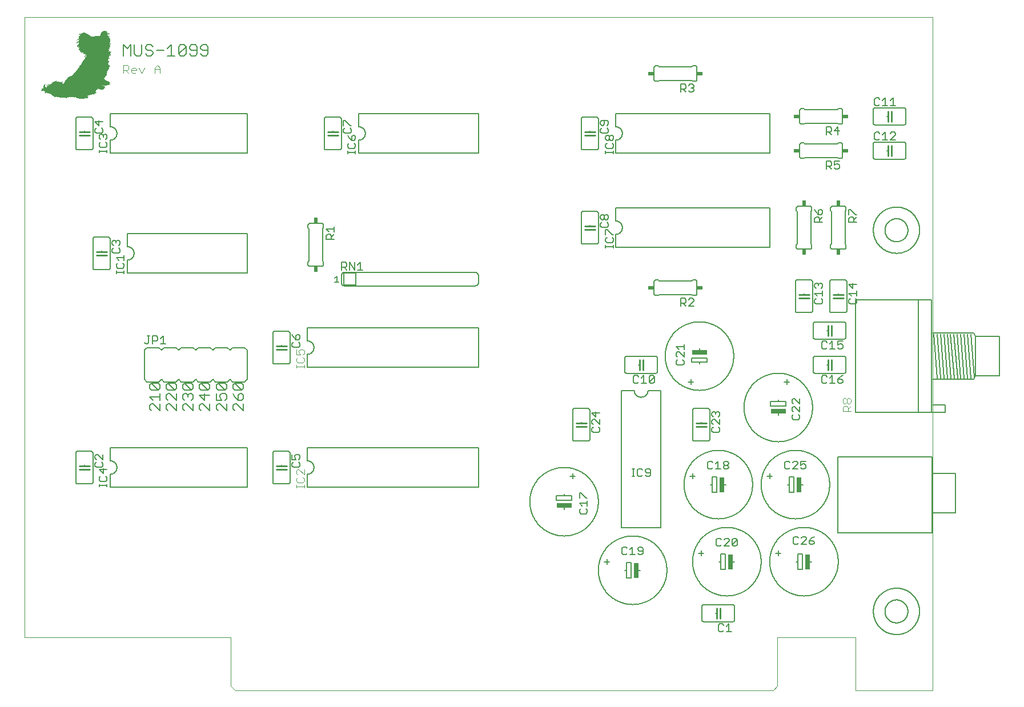
<source format=gto>
G75*
%MOIN*%
%OFA0B0*%
%FSLAX25Y25*%
%IPPOS*%
%LPD*%
%AMOC8*
5,1,8,0,0,1.08239X$1,22.5*
%
%ADD10C,0.00000*%
%ADD11C,0.00500*%
%ADD12C,0.00600*%
%ADD13C,0.00400*%
%ADD14C,0.01000*%
%ADD15R,0.09000X0.02500*%
%ADD16R,0.02500X0.09000*%
%ADD17R,0.02400X0.03400*%
%ADD18C,0.00800*%
%ADD19R,0.03400X0.02400*%
%ADD20R,0.00500X0.00167*%
%ADD21R,0.03500X0.00167*%
%ADD22R,0.05160X0.00166*%
%ADD23R,0.06500X0.00167*%
%ADD24R,0.01830X0.00167*%
%ADD25R,0.06660X0.00167*%
%ADD26R,0.01670X0.00166*%
%ADD27R,0.02340X0.00166*%
%ADD28R,0.00170X0.00166*%
%ADD29R,0.00330X0.00166*%
%ADD30R,0.07000X0.00166*%
%ADD31R,0.00330X0.00167*%
%ADD32R,0.01170X0.00167*%
%ADD33R,0.05830X0.00167*%
%ADD34R,0.00340X0.00167*%
%ADD35R,0.08670X0.00167*%
%ADD36R,0.18500X0.00167*%
%ADD37R,0.18830X0.00166*%
%ADD38R,0.19330X0.00167*%
%ADD39R,0.20340X0.00167*%
%ADD40R,0.20660X0.00166*%
%ADD41R,0.21330X0.00167*%
%ADD42R,0.21500X0.00167*%
%ADD43R,0.00670X0.00166*%
%ADD44R,0.21330X0.00166*%
%ADD45R,0.23500X0.00167*%
%ADD46R,0.00170X0.00167*%
%ADD47R,0.23670X0.00167*%
%ADD48R,0.00670X0.00167*%
%ADD49R,0.24000X0.00166*%
%ADD50R,0.01000X0.00166*%
%ADD51R,0.24670X0.00167*%
%ADD52R,0.01160X0.00167*%
%ADD53R,0.00830X0.00167*%
%ADD54R,0.26830X0.00167*%
%ADD55R,0.00500X0.00166*%
%ADD56R,0.28000X0.00166*%
%ADD57R,0.28830X0.00167*%
%ADD58R,0.29160X0.00167*%
%ADD59R,0.29170X0.00166*%
%ADD60R,0.29170X0.00167*%
%ADD61R,0.29830X0.00166*%
%ADD62R,0.00160X0.00167*%
%ADD63R,0.30330X0.00167*%
%ADD64R,0.31670X0.00167*%
%ADD65R,0.31500X0.00166*%
%ADD66R,0.31330X0.00167*%
%ADD67R,0.31830X0.00167*%
%ADD68R,0.31830X0.00166*%
%ADD69R,0.00340X0.00166*%
%ADD70R,0.32000X0.00167*%
%ADD71R,0.02160X0.00167*%
%ADD72R,0.31670X0.00166*%
%ADD73R,0.03660X0.00166*%
%ADD74R,0.35170X0.00167*%
%ADD75R,0.34670X0.00167*%
%ADD76R,0.00160X0.00166*%
%ADD77R,0.34830X0.00166*%
%ADD78R,0.33840X0.00167*%
%ADD79R,0.33500X0.00167*%
%ADD80R,0.33500X0.00166*%
%ADD81R,0.33670X0.00167*%
%ADD82R,0.32670X0.00167*%
%ADD83R,0.32170X0.00166*%
%ADD84R,0.31660X0.00167*%
%ADD85R,0.01330X0.00167*%
%ADD86R,0.02160X0.00166*%
%ADD87R,0.30340X0.00167*%
%ADD88R,0.03170X0.00167*%
%ADD89R,0.29830X0.00167*%
%ADD90R,0.04000X0.00167*%
%ADD91R,0.04000X0.00166*%
%ADD92R,0.07170X0.00167*%
%ADD93R,0.22170X0.00167*%
%ADD94R,0.04500X0.00167*%
%ADD95R,0.27000X0.00167*%
%ADD96R,0.06330X0.00166*%
%ADD97R,0.21830X0.00166*%
%ADD98R,0.04670X0.00166*%
%ADD99R,0.06170X0.00167*%
%ADD100R,0.26670X0.00167*%
%ADD101R,0.02170X0.00167*%
%ADD102R,0.02000X0.00166*%
%ADD103R,0.03330X0.00166*%
%ADD104R,0.26500X0.00166*%
%ADD105R,0.26330X0.00167*%
%ADD106R,0.26000X0.00167*%
%ADD107R,0.25670X0.00166*%
%ADD108R,0.25170X0.00167*%
%ADD109R,0.24660X0.00167*%
%ADD110R,0.24170X0.00166*%
%ADD111R,0.23170X0.00167*%
%ADD112R,0.22830X0.00166*%
%ADD113R,0.22500X0.00167*%
%ADD114R,0.21660X0.00167*%
%ADD115R,0.21340X0.00167*%
%ADD116R,0.21170X0.00166*%
%ADD117R,0.21340X0.00166*%
%ADD118R,0.21160X0.00167*%
%ADD119R,0.21000X0.00167*%
%ADD120R,0.20830X0.00166*%
%ADD121R,0.20500X0.00167*%
%ADD122R,0.20160X0.00167*%
%ADD123R,0.19830X0.00166*%
%ADD124R,0.19660X0.00167*%
%ADD125R,0.19840X0.00167*%
%ADD126R,0.19670X0.00166*%
%ADD127R,0.19500X0.00167*%
%ADD128R,0.19330X0.00166*%
%ADD129R,0.19160X0.00167*%
%ADD130R,0.19000X0.00166*%
%ADD131R,0.18830X0.00167*%
%ADD132R,0.18660X0.00167*%
%ADD133R,0.18670X0.00166*%
%ADD134R,0.18330X0.00167*%
%ADD135R,0.18170X0.00166*%
%ADD136R,0.18000X0.00167*%
%ADD137R,0.17840X0.00166*%
%ADD138R,0.17840X0.00167*%
%ADD139R,0.18170X0.00167*%
%ADD140R,0.18000X0.00166*%
%ADD141R,0.18160X0.00167*%
%ADD142R,0.17670X0.00166*%
%ADD143R,0.17500X0.00167*%
%ADD144R,0.17500X0.00166*%
%ADD145R,0.17330X0.00166*%
%ADD146R,0.17170X0.00167*%
%ADD147R,0.17660X0.00167*%
%ADD148R,0.17340X0.00166*%
%ADD149R,0.16830X0.00167*%
%ADD150R,0.16330X0.00167*%
%ADD151R,0.16000X0.00166*%
%ADD152R,0.15840X0.00167*%
%ADD153R,0.15500X0.00167*%
%ADD154R,0.15330X0.00166*%
%ADD155R,0.15170X0.00167*%
%ADD156R,0.15170X0.00166*%
%ADD157R,0.15000X0.00167*%
%ADD158R,0.15160X0.00167*%
%ADD159R,0.15000X0.00166*%
%ADD160R,0.14830X0.00167*%
%ADD161R,0.14660X0.00166*%
%ADD162R,0.14500X0.00167*%
%ADD163R,0.14330X0.00166*%
%ADD164R,0.14170X0.00167*%
%ADD165R,0.14000X0.00166*%
%ADD166R,0.14000X0.00167*%
%ADD167R,0.13500X0.00167*%
%ADD168R,0.13330X0.00166*%
%ADD169R,0.00830X0.00166*%
%ADD170R,0.13340X0.00167*%
%ADD171R,0.13170X0.00166*%
%ADD172R,0.13670X0.00167*%
%ADD173R,0.13660X0.00167*%
%ADD174R,0.13340X0.00166*%
%ADD175R,0.13170X0.00167*%
%ADD176R,0.13330X0.00167*%
%ADD177R,0.13000X0.00166*%
%ADD178R,0.13160X0.00167*%
%ADD179R,0.13660X0.00166*%
%ADD180R,0.13830X0.00167*%
%ADD181R,0.00840X0.00166*%
%ADD182R,0.15830X0.00167*%
%ADD183R,0.16170X0.00166*%
%ADD184R,0.16000X0.00167*%
%ADD185R,0.16330X0.00166*%
%ADD186R,0.00660X0.00166*%
%ADD187R,0.17000X0.00167*%
%ADD188R,0.17000X0.00166*%
%ADD189R,0.17330X0.00167*%
%ADD190R,0.17670X0.00167*%
%ADD191R,0.17170X0.00166*%
%ADD192R,0.17830X0.00167*%
%ADD193R,0.18160X0.00166*%
%ADD194R,0.19000X0.00167*%
%ADD195R,0.18330X0.00166*%
%ADD196R,0.18340X0.00167*%
%ADD197R,0.18500X0.00166*%
%ADD198R,0.17830X0.00166*%
%ADD199R,0.17340X0.00167*%
%ADD200R,0.07000X0.00167*%
%ADD201R,0.08830X0.00167*%
%ADD202R,0.06500X0.00166*%
%ADD203R,0.08500X0.00166*%
%ADD204R,0.07330X0.00167*%
%ADD205R,0.04840X0.00167*%
%ADD206R,0.05660X0.00166*%
%ADD207R,0.05500X0.00167*%
%ADD208R,0.04330X0.00167*%
%ADD209R,0.05170X0.00167*%
%ADD210R,0.04170X0.00167*%
%ADD211R,0.04160X0.00166*%
%ADD212R,0.03840X0.00167*%
%ADD213R,0.03830X0.00167*%
%ADD214R,0.03670X0.00167*%
%ADD215R,0.03000X0.00166*%
%ADD216R,0.03670X0.00166*%
%ADD217R,0.02670X0.00167*%
%ADD218R,0.04670X0.00167*%
%ADD219R,0.02000X0.00167*%
%ADD220R,0.01500X0.00166*%
%ADD221R,0.03000X0.00167*%
%ADD222R,0.02500X0.00166*%
%ADD223R,0.02340X0.00167*%
%ADD224R,0.02330X0.00167*%
D10*
X0011400Y0051000D02*
X0011400Y0413000D01*
X0541400Y0413000D01*
X0541400Y0020000D01*
X0496400Y0020000D01*
X0496400Y0051000D01*
X0450900Y0051000D01*
X0450900Y0022500D01*
X0448400Y0020000D01*
X0134400Y0020000D01*
X0131900Y0022500D01*
X0131900Y0051000D01*
X0011400Y0051000D01*
D11*
X0055146Y0138750D02*
X0055146Y0140251D01*
X0055146Y0139501D02*
X0059650Y0139501D01*
X0059650Y0140251D02*
X0059650Y0138750D01*
X0058899Y0141819D02*
X0055897Y0141819D01*
X0055146Y0142570D01*
X0055146Y0144071D01*
X0055897Y0144822D01*
X0057398Y0146423D02*
X0057398Y0149426D01*
X0056399Y0150042D02*
X0057150Y0150793D01*
X0057150Y0152294D01*
X0056399Y0153045D01*
X0057150Y0154646D02*
X0054147Y0157649D01*
X0053397Y0157649D01*
X0052646Y0156898D01*
X0052646Y0155397D01*
X0053397Y0154646D01*
X0053397Y0153045D02*
X0052646Y0152294D01*
X0052646Y0150793D01*
X0053397Y0150042D01*
X0056399Y0150042D01*
X0055146Y0148675D02*
X0057398Y0146423D01*
X0058899Y0144822D02*
X0059650Y0144071D01*
X0059650Y0142570D01*
X0058899Y0141819D01*
X0059650Y0148675D02*
X0055146Y0148675D01*
X0057150Y0154646D02*
X0057150Y0157649D01*
X0084395Y0184251D02*
X0085396Y0183250D01*
X0084395Y0184251D02*
X0084395Y0186253D01*
X0085396Y0187253D01*
X0086397Y0187253D01*
X0090400Y0183250D01*
X0090400Y0187253D01*
X0090400Y0189235D02*
X0090400Y0193239D01*
X0090400Y0191237D02*
X0084395Y0191237D01*
X0086397Y0189235D01*
X0085396Y0195220D02*
X0084395Y0196221D01*
X0084395Y0198223D01*
X0085396Y0199224D01*
X0089399Y0195220D01*
X0090400Y0196221D01*
X0090400Y0198223D01*
X0089399Y0199224D01*
X0085396Y0199224D01*
X0085396Y0195220D02*
X0089399Y0195220D01*
X0094145Y0196221D02*
X0094145Y0198223D01*
X0095146Y0199224D01*
X0099149Y0195220D01*
X0100150Y0196221D01*
X0100150Y0198223D01*
X0099149Y0199224D01*
X0095146Y0199224D01*
X0094145Y0196221D02*
X0095146Y0195220D01*
X0099149Y0195220D01*
X0100150Y0193239D02*
X0100150Y0189235D01*
X0096147Y0193239D01*
X0095146Y0193239D01*
X0094145Y0192238D01*
X0094145Y0190236D01*
X0095146Y0189235D01*
X0095146Y0187253D02*
X0094145Y0186253D01*
X0094145Y0184251D01*
X0095146Y0183250D01*
X0095146Y0187253D02*
X0096147Y0187253D01*
X0100150Y0183250D01*
X0100150Y0187253D01*
X0103895Y0186253D02*
X0103895Y0184251D01*
X0104896Y0183250D01*
X0103895Y0186253D02*
X0104896Y0187253D01*
X0105897Y0187253D01*
X0109900Y0183250D01*
X0109900Y0187253D01*
X0108899Y0189235D02*
X0109900Y0190236D01*
X0109900Y0192238D01*
X0108899Y0193239D01*
X0107898Y0193239D01*
X0106897Y0192238D01*
X0106897Y0191237D01*
X0106897Y0192238D02*
X0105897Y0193239D01*
X0104896Y0193239D01*
X0103895Y0192238D01*
X0103895Y0190236D01*
X0104896Y0189235D01*
X0104896Y0195220D02*
X0103895Y0196221D01*
X0103895Y0198223D01*
X0104896Y0199224D01*
X0108899Y0195220D01*
X0109900Y0196221D01*
X0109900Y0198223D01*
X0108899Y0199224D01*
X0104896Y0199224D01*
X0104896Y0195220D02*
X0108899Y0195220D01*
X0113645Y0196221D02*
X0113645Y0198223D01*
X0114646Y0199224D01*
X0118649Y0195220D01*
X0119650Y0196221D01*
X0119650Y0198223D01*
X0118649Y0199224D01*
X0114646Y0199224D01*
X0113645Y0196221D02*
X0114646Y0195220D01*
X0118649Y0195220D01*
X0116647Y0193239D02*
X0116647Y0189235D01*
X0113645Y0192238D01*
X0119650Y0192238D01*
X0123395Y0193239D02*
X0123395Y0189235D01*
X0126397Y0189235D01*
X0125397Y0191237D01*
X0125397Y0192238D01*
X0126397Y0193239D01*
X0128399Y0193239D01*
X0129400Y0192238D01*
X0129400Y0190236D01*
X0128399Y0189235D01*
X0129400Y0187253D02*
X0129400Y0183250D01*
X0125397Y0187253D01*
X0124396Y0187253D01*
X0123395Y0186253D01*
X0123395Y0184251D01*
X0124396Y0183250D01*
X0119650Y0183250D02*
X0115647Y0187253D01*
X0114646Y0187253D01*
X0113645Y0186253D01*
X0113645Y0184251D01*
X0114646Y0183250D01*
X0119650Y0183250D02*
X0119650Y0187253D01*
X0124396Y0195220D02*
X0123395Y0196221D01*
X0123395Y0198223D01*
X0124396Y0199224D01*
X0128399Y0195220D01*
X0129400Y0196221D01*
X0129400Y0198223D01*
X0128399Y0199224D01*
X0124396Y0199224D01*
X0124396Y0195220D02*
X0128399Y0195220D01*
X0133145Y0196221D02*
X0133145Y0198223D01*
X0134146Y0199224D01*
X0138149Y0195220D01*
X0139150Y0196221D01*
X0139150Y0198223D01*
X0138149Y0199224D01*
X0134146Y0199224D01*
X0133145Y0196221D02*
X0134146Y0195220D01*
X0138149Y0195220D01*
X0138149Y0193239D02*
X0137148Y0193239D01*
X0136147Y0192238D01*
X0136147Y0189235D01*
X0138149Y0189235D01*
X0139150Y0190236D01*
X0139150Y0192238D01*
X0138149Y0193239D01*
X0134146Y0191237D02*
X0136147Y0189235D01*
X0135147Y0187253D02*
X0134146Y0187253D01*
X0133145Y0186253D01*
X0133145Y0184251D01*
X0134146Y0183250D01*
X0135147Y0187253D02*
X0139150Y0183250D01*
X0139150Y0187253D01*
X0134146Y0191237D02*
X0133145Y0193239D01*
X0167646Y0220793D02*
X0168397Y0220042D01*
X0171399Y0220042D01*
X0172150Y0220793D01*
X0172150Y0222294D01*
X0171399Y0223045D01*
X0171399Y0224646D02*
X0172150Y0225397D01*
X0172150Y0226898D01*
X0171399Y0227649D01*
X0170649Y0227649D01*
X0169898Y0226898D01*
X0169898Y0224646D01*
X0171399Y0224646D01*
X0169898Y0224646D02*
X0168397Y0226147D01*
X0167646Y0227649D01*
X0168397Y0223045D02*
X0167646Y0222294D01*
X0167646Y0220793D01*
X0192650Y0258250D02*
X0194919Y0258250D01*
X0193784Y0258250D02*
X0193784Y0261653D01*
X0192650Y0260519D01*
X0196650Y0265250D02*
X0196650Y0269754D01*
X0198902Y0269754D01*
X0199653Y0269003D01*
X0199653Y0267502D01*
X0198902Y0266751D01*
X0196650Y0266751D01*
X0198151Y0266751D02*
X0199653Y0265250D01*
X0201254Y0265250D02*
X0201254Y0269754D01*
X0204256Y0265250D01*
X0204256Y0269754D01*
X0205858Y0268253D02*
X0207359Y0269754D01*
X0207359Y0265250D01*
X0205858Y0265250D02*
X0208860Y0265250D01*
X0192150Y0283042D02*
X0187646Y0283042D01*
X0187646Y0285294D01*
X0188397Y0286045D01*
X0189898Y0286045D01*
X0190649Y0285294D01*
X0190649Y0283042D01*
X0190649Y0284543D02*
X0192150Y0286045D01*
X0192150Y0287646D02*
X0192150Y0290649D01*
X0192150Y0289147D02*
X0187646Y0289147D01*
X0189147Y0287646D01*
X0200146Y0333250D02*
X0200146Y0334751D01*
X0200146Y0334001D02*
X0204650Y0334001D01*
X0204650Y0334751D02*
X0204650Y0333250D01*
X0203899Y0336319D02*
X0204650Y0337070D01*
X0204650Y0338571D01*
X0203899Y0339322D01*
X0203899Y0340923D02*
X0204650Y0341674D01*
X0204650Y0343175D01*
X0203899Y0343926D01*
X0203149Y0343926D01*
X0202398Y0343175D01*
X0202398Y0340923D01*
X0203899Y0340923D01*
X0202398Y0340923D02*
X0200897Y0342424D01*
X0200146Y0343926D01*
X0201399Y0345042D02*
X0202150Y0345793D01*
X0202150Y0347294D01*
X0201399Y0348045D01*
X0201399Y0349646D02*
X0202150Y0349646D01*
X0201399Y0349646D02*
X0198397Y0352649D01*
X0197646Y0352649D01*
X0197646Y0349646D01*
X0198397Y0348045D02*
X0197646Y0347294D01*
X0197646Y0345793D01*
X0198397Y0345042D01*
X0201399Y0345042D01*
X0200897Y0339322D02*
X0200146Y0338571D01*
X0200146Y0337070D01*
X0200897Y0336319D01*
X0203899Y0336319D01*
X0347646Y0345793D02*
X0348397Y0345042D01*
X0351399Y0345042D01*
X0352150Y0345793D01*
X0352150Y0347294D01*
X0351399Y0348045D01*
X0351399Y0349646D02*
X0352150Y0350397D01*
X0352150Y0351898D01*
X0351399Y0352649D01*
X0348397Y0352649D01*
X0347646Y0351898D01*
X0347646Y0350397D01*
X0348397Y0349646D01*
X0349147Y0349646D01*
X0349898Y0350397D01*
X0349898Y0352649D01*
X0348397Y0348045D02*
X0347646Y0347294D01*
X0347646Y0345793D01*
X0350646Y0343175D02*
X0351397Y0343926D01*
X0352147Y0343926D01*
X0352898Y0343175D01*
X0352898Y0341674D01*
X0352147Y0340923D01*
X0351397Y0340923D01*
X0350646Y0341674D01*
X0350646Y0343175D01*
X0352898Y0343175D02*
X0353649Y0343926D01*
X0354399Y0343926D01*
X0355150Y0343175D01*
X0355150Y0341674D01*
X0354399Y0340923D01*
X0353649Y0340923D01*
X0352898Y0341674D01*
X0351397Y0339322D02*
X0350646Y0338571D01*
X0350646Y0337070D01*
X0351397Y0336319D01*
X0354399Y0336319D01*
X0355150Y0337070D01*
X0355150Y0338571D01*
X0354399Y0339322D01*
X0355150Y0334751D02*
X0355150Y0333250D01*
X0355150Y0334001D02*
X0350646Y0334001D01*
X0350646Y0334751D02*
X0350646Y0333250D01*
X0394442Y0369250D02*
X0394442Y0373754D01*
X0396694Y0373754D01*
X0397445Y0373003D01*
X0397445Y0371502D01*
X0396694Y0370751D01*
X0394442Y0370751D01*
X0395943Y0370751D02*
X0397445Y0369250D01*
X0399046Y0370001D02*
X0399797Y0369250D01*
X0401298Y0369250D01*
X0402049Y0370001D01*
X0402049Y0370751D01*
X0401298Y0371502D01*
X0400547Y0371502D01*
X0401298Y0371502D02*
X0402049Y0372253D01*
X0402049Y0373003D01*
X0401298Y0373754D01*
X0399797Y0373754D01*
X0399046Y0373003D01*
X0479442Y0348754D02*
X0479442Y0344250D01*
X0479442Y0345751D02*
X0481694Y0345751D01*
X0482445Y0346502D01*
X0482445Y0348003D01*
X0481694Y0348754D01*
X0479442Y0348754D01*
X0480943Y0345751D02*
X0482445Y0344250D01*
X0484046Y0346502D02*
X0487049Y0346502D01*
X0486298Y0348754D02*
X0484046Y0346502D01*
X0486298Y0344250D02*
X0486298Y0348754D01*
X0507650Y0345003D02*
X0507650Y0342001D01*
X0508401Y0341250D01*
X0509902Y0341250D01*
X0510653Y0342001D01*
X0512254Y0341250D02*
X0515256Y0341250D01*
X0513755Y0341250D02*
X0513755Y0345754D01*
X0512254Y0344253D01*
X0510653Y0345003D02*
X0509902Y0345754D01*
X0508401Y0345754D01*
X0507650Y0345003D01*
X0516858Y0345003D02*
X0517608Y0345754D01*
X0519110Y0345754D01*
X0519860Y0345003D01*
X0519860Y0344253D01*
X0516858Y0341250D01*
X0519860Y0341250D01*
X0519860Y0361250D02*
X0516858Y0361250D01*
X0518359Y0361250D02*
X0518359Y0365754D01*
X0516858Y0364253D01*
X0515256Y0361250D02*
X0512254Y0361250D01*
X0513755Y0361250D02*
X0513755Y0365754D01*
X0512254Y0364253D01*
X0510653Y0365003D02*
X0509902Y0365754D01*
X0508401Y0365754D01*
X0507650Y0365003D01*
X0507650Y0362001D01*
X0508401Y0361250D01*
X0509902Y0361250D01*
X0510653Y0362001D01*
X0487049Y0328754D02*
X0484046Y0328754D01*
X0484046Y0326502D01*
X0485547Y0327253D01*
X0486298Y0327253D01*
X0487049Y0326502D01*
X0487049Y0325001D01*
X0486298Y0324250D01*
X0484797Y0324250D01*
X0484046Y0325001D01*
X0482445Y0324250D02*
X0480943Y0325751D01*
X0481694Y0325751D02*
X0479442Y0325751D01*
X0479442Y0324250D02*
X0479442Y0328754D01*
X0481694Y0328754D01*
X0482445Y0328003D01*
X0482445Y0326502D01*
X0481694Y0325751D01*
X0476399Y0300649D02*
X0475649Y0300649D01*
X0474898Y0299898D01*
X0474898Y0297646D01*
X0476399Y0297646D01*
X0477150Y0298397D01*
X0477150Y0299898D01*
X0476399Y0300649D01*
X0473397Y0299147D02*
X0472646Y0300649D01*
X0473397Y0299147D02*
X0474898Y0297646D01*
X0474898Y0296045D02*
X0475649Y0295294D01*
X0475649Y0293042D01*
X0477150Y0293042D02*
X0472646Y0293042D01*
X0472646Y0295294D01*
X0473397Y0296045D01*
X0474898Y0296045D01*
X0475649Y0294543D02*
X0477150Y0296045D01*
X0492646Y0295294D02*
X0493397Y0296045D01*
X0494898Y0296045D01*
X0495649Y0295294D01*
X0495649Y0293042D01*
X0497150Y0293042D02*
X0492646Y0293042D01*
X0492646Y0295294D01*
X0492646Y0297646D02*
X0492646Y0300649D01*
X0493397Y0300649D01*
X0496399Y0297646D01*
X0497150Y0297646D01*
X0497150Y0296045D02*
X0495649Y0294543D01*
X0494898Y0257649D02*
X0494898Y0254646D01*
X0492646Y0256898D01*
X0497150Y0256898D01*
X0497150Y0253045D02*
X0497150Y0250042D01*
X0497150Y0251543D02*
X0492646Y0251543D01*
X0494147Y0250042D01*
X0493397Y0248441D02*
X0492646Y0247690D01*
X0492646Y0246189D01*
X0493397Y0245438D01*
X0496399Y0245438D01*
X0497150Y0246189D01*
X0497150Y0247690D01*
X0496399Y0248441D01*
X0477150Y0247690D02*
X0476399Y0248441D01*
X0477150Y0247690D02*
X0477150Y0246189D01*
X0476399Y0245438D01*
X0473397Y0245438D01*
X0472646Y0246189D01*
X0472646Y0247690D01*
X0473397Y0248441D01*
X0474147Y0250042D02*
X0472646Y0251543D01*
X0477150Y0251543D01*
X0477150Y0250042D02*
X0477150Y0253045D01*
X0476399Y0254646D02*
X0477150Y0255397D01*
X0477150Y0256898D01*
X0476399Y0257649D01*
X0475649Y0257649D01*
X0474898Y0256898D01*
X0474898Y0256147D01*
X0474898Y0256898D02*
X0474147Y0257649D01*
X0473397Y0257649D01*
X0472646Y0256898D01*
X0472646Y0255397D01*
X0473397Y0254646D01*
X0477589Y0223754D02*
X0476838Y0223003D01*
X0476838Y0220001D01*
X0477589Y0219250D01*
X0479090Y0219250D01*
X0479841Y0220001D01*
X0481442Y0219250D02*
X0484445Y0219250D01*
X0482943Y0219250D02*
X0482943Y0223754D01*
X0481442Y0222253D01*
X0479841Y0223003D02*
X0479090Y0223754D01*
X0477589Y0223754D01*
X0486046Y0223754D02*
X0486046Y0221502D01*
X0487547Y0222253D01*
X0488298Y0222253D01*
X0489049Y0221502D01*
X0489049Y0220001D01*
X0488298Y0219250D01*
X0486797Y0219250D01*
X0486046Y0220001D01*
X0486046Y0223754D02*
X0489049Y0223754D01*
X0489049Y0203754D02*
X0487547Y0203003D01*
X0486046Y0201502D01*
X0488298Y0201502D01*
X0489049Y0200751D01*
X0489049Y0200001D01*
X0488298Y0199250D01*
X0486797Y0199250D01*
X0486046Y0200001D01*
X0486046Y0201502D01*
X0484445Y0199250D02*
X0481442Y0199250D01*
X0482943Y0199250D02*
X0482943Y0203754D01*
X0481442Y0202253D01*
X0479841Y0203003D02*
X0479090Y0203754D01*
X0477589Y0203754D01*
X0476838Y0203003D01*
X0476838Y0200001D01*
X0477589Y0199250D01*
X0479090Y0199250D01*
X0479841Y0200001D01*
X0463950Y0190149D02*
X0463950Y0187146D01*
X0460947Y0190149D01*
X0460197Y0190149D01*
X0459446Y0189398D01*
X0459446Y0187897D01*
X0460197Y0187146D01*
X0460197Y0185545D02*
X0459446Y0184794D01*
X0459446Y0183293D01*
X0460197Y0182542D01*
X0460197Y0180941D02*
X0459446Y0180190D01*
X0459446Y0178689D01*
X0460197Y0177938D01*
X0463199Y0177938D01*
X0463950Y0178689D01*
X0463950Y0180190D01*
X0463199Y0180941D01*
X0463950Y0182542D02*
X0460947Y0185545D01*
X0460197Y0185545D01*
X0463950Y0185545D02*
X0463950Y0182542D01*
X0464358Y0153554D02*
X0464358Y0151302D01*
X0465859Y0152053D01*
X0466610Y0152053D01*
X0467360Y0151302D01*
X0467360Y0149801D01*
X0466610Y0149050D01*
X0465108Y0149050D01*
X0464358Y0149801D01*
X0462756Y0149050D02*
X0459754Y0149050D01*
X0462756Y0152053D01*
X0462756Y0152803D01*
X0462006Y0153554D01*
X0460505Y0153554D01*
X0459754Y0152803D01*
X0458153Y0152803D02*
X0457402Y0153554D01*
X0455901Y0153554D01*
X0455150Y0152803D01*
X0455150Y0149801D01*
X0455901Y0149050D01*
X0457402Y0149050D01*
X0458153Y0149801D01*
X0464358Y0153554D02*
X0467360Y0153554D01*
X0422360Y0152803D02*
X0422360Y0152053D01*
X0421610Y0151302D01*
X0420108Y0151302D01*
X0419358Y0152053D01*
X0419358Y0152803D01*
X0420108Y0153554D01*
X0421610Y0153554D01*
X0422360Y0152803D01*
X0421610Y0151302D02*
X0422360Y0150551D01*
X0422360Y0149801D01*
X0421610Y0149050D01*
X0420108Y0149050D01*
X0419358Y0149801D01*
X0419358Y0150551D01*
X0420108Y0151302D01*
X0417756Y0149050D02*
X0414754Y0149050D01*
X0416255Y0149050D02*
X0416255Y0153554D01*
X0414754Y0152053D01*
X0413153Y0152803D02*
X0412402Y0153554D01*
X0410901Y0153554D01*
X0410150Y0152803D01*
X0410150Y0149801D01*
X0410901Y0149050D01*
X0412402Y0149050D01*
X0413153Y0149801D01*
X0413397Y0170438D02*
X0416399Y0170438D01*
X0417150Y0171189D01*
X0417150Y0172690D01*
X0416399Y0173441D01*
X0417150Y0175042D02*
X0414147Y0178045D01*
X0413397Y0178045D01*
X0412646Y0177294D01*
X0412646Y0175793D01*
X0413397Y0175042D01*
X0413397Y0173441D02*
X0412646Y0172690D01*
X0412646Y0171189D01*
X0413397Y0170438D01*
X0417150Y0175042D02*
X0417150Y0178045D01*
X0416399Y0179646D02*
X0417150Y0180397D01*
X0417150Y0181898D01*
X0416399Y0182649D01*
X0415649Y0182649D01*
X0414898Y0181898D01*
X0414898Y0181147D01*
X0414898Y0181898D02*
X0414147Y0182649D01*
X0413397Y0182649D01*
X0412646Y0181898D01*
X0412646Y0180397D01*
X0413397Y0179646D01*
X0379049Y0200001D02*
X0378298Y0199250D01*
X0376797Y0199250D01*
X0376046Y0200001D01*
X0379049Y0203003D01*
X0379049Y0200001D01*
X0379049Y0203003D02*
X0378298Y0203754D01*
X0376797Y0203754D01*
X0376046Y0203003D01*
X0376046Y0200001D01*
X0374445Y0199250D02*
X0371442Y0199250D01*
X0372943Y0199250D02*
X0372943Y0203754D01*
X0371442Y0202253D01*
X0369841Y0203003D02*
X0369090Y0203754D01*
X0367589Y0203754D01*
X0366838Y0203003D01*
X0366838Y0200001D01*
X0367589Y0199250D01*
X0369090Y0199250D01*
X0369841Y0200001D01*
X0391846Y0210501D02*
X0392597Y0209750D01*
X0395599Y0209750D01*
X0396350Y0210501D01*
X0396350Y0212002D01*
X0395599Y0212753D01*
X0396350Y0214354D02*
X0393347Y0217356D01*
X0392597Y0217356D01*
X0391846Y0216606D01*
X0391846Y0215105D01*
X0392597Y0214354D01*
X0392597Y0212753D02*
X0391846Y0212002D01*
X0391846Y0210501D01*
X0396350Y0214354D02*
X0396350Y0217356D01*
X0396350Y0218958D02*
X0396350Y0221960D01*
X0396350Y0220459D02*
X0391846Y0220459D01*
X0393347Y0218958D01*
X0394442Y0244250D02*
X0394442Y0248754D01*
X0396694Y0248754D01*
X0397445Y0248003D01*
X0397445Y0246502D01*
X0396694Y0245751D01*
X0394442Y0245751D01*
X0395943Y0245751D02*
X0397445Y0244250D01*
X0399046Y0244250D02*
X0402049Y0247253D01*
X0402049Y0248003D01*
X0401298Y0248754D01*
X0399797Y0248754D01*
X0399046Y0248003D01*
X0399046Y0244250D02*
X0402049Y0244250D01*
X0355150Y0278250D02*
X0355150Y0279751D01*
X0355150Y0279001D02*
X0350646Y0279001D01*
X0350646Y0279751D02*
X0350646Y0278250D01*
X0351397Y0281319D02*
X0354399Y0281319D01*
X0355150Y0282070D01*
X0355150Y0283571D01*
X0354399Y0284322D01*
X0354399Y0285923D02*
X0355150Y0285923D01*
X0354399Y0285923D02*
X0351397Y0288926D01*
X0350646Y0288926D01*
X0350646Y0285923D01*
X0351397Y0284322D02*
X0350646Y0283571D01*
X0350646Y0282070D01*
X0351397Y0281319D01*
X0351399Y0290042D02*
X0348397Y0290042D01*
X0347646Y0290793D01*
X0347646Y0292294D01*
X0348397Y0293045D01*
X0348397Y0294646D02*
X0349147Y0294646D01*
X0349898Y0295397D01*
X0349898Y0296898D01*
X0350649Y0297649D01*
X0351399Y0297649D01*
X0352150Y0296898D01*
X0352150Y0295397D01*
X0351399Y0294646D01*
X0350649Y0294646D01*
X0349898Y0295397D01*
X0349898Y0296898D02*
X0349147Y0297649D01*
X0348397Y0297649D01*
X0347646Y0296898D01*
X0347646Y0295397D01*
X0348397Y0294646D01*
X0351399Y0293045D02*
X0352150Y0292294D01*
X0352150Y0290793D01*
X0351399Y0290042D01*
X0344898Y0182649D02*
X0344898Y0179646D01*
X0342646Y0181898D01*
X0347150Y0181898D01*
X0347150Y0178045D02*
X0347150Y0175042D01*
X0344147Y0178045D01*
X0343397Y0178045D01*
X0342646Y0177294D01*
X0342646Y0175793D01*
X0343397Y0175042D01*
X0343397Y0173441D02*
X0342646Y0172690D01*
X0342646Y0171189D01*
X0343397Y0170438D01*
X0346399Y0170438D01*
X0347150Y0171189D01*
X0347150Y0172690D01*
X0346399Y0173441D01*
X0366150Y0149254D02*
X0367651Y0149254D01*
X0366901Y0149254D02*
X0366901Y0144750D01*
X0367651Y0144750D02*
X0366150Y0144750D01*
X0369219Y0145501D02*
X0369219Y0148503D01*
X0369970Y0149254D01*
X0371471Y0149254D01*
X0372222Y0148503D01*
X0373823Y0148503D02*
X0373823Y0147753D01*
X0374574Y0147002D01*
X0376826Y0147002D01*
X0376826Y0148503D02*
X0376075Y0149254D01*
X0374574Y0149254D01*
X0373823Y0148503D01*
X0373823Y0145501D02*
X0374574Y0144750D01*
X0376075Y0144750D01*
X0376826Y0145501D01*
X0376826Y0148503D01*
X0372222Y0145501D02*
X0371471Y0144750D01*
X0369970Y0144750D01*
X0369219Y0145501D01*
X0339950Y0132146D02*
X0339199Y0132146D01*
X0336197Y0135149D01*
X0335446Y0135149D01*
X0335446Y0132146D01*
X0335446Y0129043D02*
X0339950Y0129043D01*
X0339950Y0127542D02*
X0339950Y0130545D01*
X0336947Y0127542D02*
X0335446Y0129043D01*
X0336197Y0125941D02*
X0335446Y0125190D01*
X0335446Y0123689D01*
X0336197Y0122938D01*
X0339199Y0122938D01*
X0339950Y0123689D01*
X0339950Y0125190D01*
X0339199Y0125941D01*
X0360901Y0103554D02*
X0360150Y0102803D01*
X0360150Y0099801D01*
X0360901Y0099050D01*
X0362402Y0099050D01*
X0363153Y0099801D01*
X0364754Y0099050D02*
X0367756Y0099050D01*
X0366255Y0099050D02*
X0366255Y0103554D01*
X0364754Y0102053D01*
X0363153Y0102803D02*
X0362402Y0103554D01*
X0360901Y0103554D01*
X0369358Y0102803D02*
X0369358Y0102053D01*
X0370108Y0101302D01*
X0372360Y0101302D01*
X0372360Y0102803D02*
X0371610Y0103554D01*
X0370108Y0103554D01*
X0369358Y0102803D01*
X0369358Y0099801D02*
X0370108Y0099050D01*
X0371610Y0099050D01*
X0372360Y0099801D01*
X0372360Y0102803D01*
X0415150Y0104801D02*
X0415901Y0104050D01*
X0417402Y0104050D01*
X0418153Y0104801D01*
X0419754Y0104050D02*
X0422756Y0107053D01*
X0422756Y0107803D01*
X0422006Y0108554D01*
X0420505Y0108554D01*
X0419754Y0107803D01*
X0418153Y0107803D02*
X0417402Y0108554D01*
X0415901Y0108554D01*
X0415150Y0107803D01*
X0415150Y0104801D01*
X0419754Y0104050D02*
X0422756Y0104050D01*
X0424358Y0104801D02*
X0427360Y0107803D01*
X0427360Y0104801D01*
X0426610Y0104050D01*
X0425108Y0104050D01*
X0424358Y0104801D01*
X0424358Y0107803D01*
X0425108Y0108554D01*
X0426610Y0108554D01*
X0427360Y0107803D01*
X0460150Y0108803D02*
X0460150Y0105801D01*
X0460901Y0105050D01*
X0462402Y0105050D01*
X0463153Y0105801D01*
X0464754Y0105050D02*
X0467756Y0108053D01*
X0467756Y0108803D01*
X0467006Y0109554D01*
X0465505Y0109554D01*
X0464754Y0108803D01*
X0463153Y0108803D02*
X0462402Y0109554D01*
X0460901Y0109554D01*
X0460150Y0108803D01*
X0464754Y0105050D02*
X0467756Y0105050D01*
X0469358Y0105801D02*
X0470108Y0105050D01*
X0471610Y0105050D01*
X0472360Y0105801D01*
X0472360Y0106551D01*
X0471610Y0107302D01*
X0469358Y0107302D01*
X0469358Y0105801D01*
X0469358Y0107302D02*
X0470859Y0108803D01*
X0472360Y0109554D01*
X0422547Y0058754D02*
X0422547Y0054250D01*
X0421046Y0054250D02*
X0424049Y0054250D01*
X0421046Y0057253D02*
X0422547Y0058754D01*
X0419445Y0058003D02*
X0418694Y0058754D01*
X0417193Y0058754D01*
X0416442Y0058003D01*
X0416442Y0055001D01*
X0417193Y0054250D01*
X0418694Y0054250D01*
X0419445Y0055001D01*
X0172150Y0150793D02*
X0172150Y0152294D01*
X0171399Y0153045D01*
X0171399Y0154646D02*
X0172150Y0155397D01*
X0172150Y0156898D01*
X0171399Y0157649D01*
X0169898Y0157649D01*
X0169147Y0156898D01*
X0169147Y0156147D01*
X0169898Y0154646D01*
X0167646Y0154646D01*
X0167646Y0157649D01*
X0168397Y0153045D02*
X0167646Y0152294D01*
X0167646Y0150793D01*
X0168397Y0150042D01*
X0171399Y0150042D01*
X0172150Y0150793D01*
X0093860Y0222250D02*
X0090858Y0222250D01*
X0092359Y0222250D02*
X0092359Y0226754D01*
X0090858Y0225253D01*
X0089256Y0226003D02*
X0089256Y0224502D01*
X0088506Y0223751D01*
X0086254Y0223751D01*
X0086254Y0222250D02*
X0086254Y0226754D01*
X0088506Y0226754D01*
X0089256Y0226003D01*
X0084653Y0226754D02*
X0083151Y0226754D01*
X0083902Y0226754D02*
X0083902Y0223001D01*
X0083151Y0222250D01*
X0082401Y0222250D01*
X0081650Y0223001D01*
X0069650Y0263250D02*
X0069650Y0264751D01*
X0069650Y0264001D02*
X0065146Y0264001D01*
X0065146Y0264751D02*
X0065146Y0263250D01*
X0065897Y0266319D02*
X0068899Y0266319D01*
X0069650Y0267070D01*
X0069650Y0268571D01*
X0068899Y0269322D01*
X0069650Y0270923D02*
X0069650Y0273926D01*
X0069650Y0272424D02*
X0065146Y0272424D01*
X0066647Y0270923D01*
X0065897Y0269322D02*
X0065146Y0268571D01*
X0065146Y0267070D01*
X0065897Y0266319D01*
X0066399Y0275042D02*
X0063397Y0275042D01*
X0062646Y0275793D01*
X0062646Y0277294D01*
X0063397Y0278045D01*
X0063397Y0279646D02*
X0062646Y0280397D01*
X0062646Y0281898D01*
X0063397Y0282649D01*
X0064147Y0282649D01*
X0064898Y0281898D01*
X0065649Y0282649D01*
X0066399Y0282649D01*
X0067150Y0281898D01*
X0067150Y0280397D01*
X0066399Y0279646D01*
X0066399Y0278045D02*
X0067150Y0277294D01*
X0067150Y0275793D01*
X0066399Y0275042D01*
X0064898Y0281147D02*
X0064898Y0281898D01*
X0059650Y0333750D02*
X0059650Y0335251D01*
X0059650Y0334501D02*
X0055146Y0334501D01*
X0055146Y0335251D02*
X0055146Y0333750D01*
X0055897Y0336819D02*
X0058899Y0336819D01*
X0059650Y0337570D01*
X0059650Y0339071D01*
X0058899Y0339822D01*
X0058899Y0341423D02*
X0059650Y0342174D01*
X0059650Y0343675D01*
X0058899Y0344426D01*
X0058149Y0344426D01*
X0057398Y0343675D01*
X0057398Y0342924D01*
X0057398Y0343675D02*
X0056647Y0344426D01*
X0055897Y0344426D01*
X0055146Y0343675D01*
X0055146Y0342174D01*
X0055897Y0341423D01*
X0055897Y0339822D02*
X0055146Y0339071D01*
X0055146Y0337570D01*
X0055897Y0336819D01*
X0056399Y0345042D02*
X0057150Y0345793D01*
X0057150Y0347294D01*
X0056399Y0348045D01*
X0054898Y0349646D02*
X0054898Y0352649D01*
X0052646Y0351898D02*
X0054898Y0349646D01*
X0053397Y0348045D02*
X0052646Y0347294D01*
X0052646Y0345793D01*
X0053397Y0345042D01*
X0056399Y0345042D01*
X0057150Y0351898D02*
X0052646Y0351898D01*
D12*
X0051400Y0353500D02*
X0051400Y0336500D01*
X0051398Y0336440D01*
X0051393Y0336379D01*
X0051384Y0336320D01*
X0051371Y0336261D01*
X0051355Y0336202D01*
X0051335Y0336145D01*
X0051312Y0336090D01*
X0051285Y0336035D01*
X0051256Y0335983D01*
X0051223Y0335932D01*
X0051187Y0335883D01*
X0051149Y0335837D01*
X0051107Y0335793D01*
X0051063Y0335751D01*
X0051017Y0335713D01*
X0050968Y0335677D01*
X0050917Y0335644D01*
X0050865Y0335615D01*
X0050810Y0335588D01*
X0050755Y0335565D01*
X0050698Y0335545D01*
X0050639Y0335529D01*
X0050580Y0335516D01*
X0050521Y0335507D01*
X0050460Y0335502D01*
X0050400Y0335500D01*
X0042400Y0335500D01*
X0042340Y0335502D01*
X0042279Y0335507D01*
X0042220Y0335516D01*
X0042161Y0335529D01*
X0042102Y0335545D01*
X0042045Y0335565D01*
X0041990Y0335588D01*
X0041935Y0335615D01*
X0041883Y0335644D01*
X0041832Y0335677D01*
X0041783Y0335713D01*
X0041737Y0335751D01*
X0041693Y0335793D01*
X0041651Y0335837D01*
X0041613Y0335883D01*
X0041577Y0335932D01*
X0041544Y0335983D01*
X0041515Y0336035D01*
X0041488Y0336090D01*
X0041465Y0336145D01*
X0041445Y0336202D01*
X0041429Y0336261D01*
X0041416Y0336320D01*
X0041407Y0336379D01*
X0041402Y0336440D01*
X0041400Y0336500D01*
X0041400Y0353500D01*
X0041402Y0353560D01*
X0041407Y0353621D01*
X0041416Y0353680D01*
X0041429Y0353739D01*
X0041445Y0353798D01*
X0041465Y0353855D01*
X0041488Y0353910D01*
X0041515Y0353965D01*
X0041544Y0354017D01*
X0041577Y0354068D01*
X0041613Y0354117D01*
X0041651Y0354163D01*
X0041693Y0354207D01*
X0041737Y0354249D01*
X0041783Y0354287D01*
X0041832Y0354323D01*
X0041883Y0354356D01*
X0041935Y0354385D01*
X0041990Y0354412D01*
X0042045Y0354435D01*
X0042102Y0354455D01*
X0042161Y0354471D01*
X0042220Y0354484D01*
X0042279Y0354493D01*
X0042340Y0354498D01*
X0042400Y0354500D01*
X0050400Y0354500D01*
X0050460Y0354498D01*
X0050521Y0354493D01*
X0050580Y0354484D01*
X0050639Y0354471D01*
X0050698Y0354455D01*
X0050755Y0354435D01*
X0050810Y0354412D01*
X0050865Y0354385D01*
X0050917Y0354356D01*
X0050968Y0354323D01*
X0051017Y0354287D01*
X0051063Y0354249D01*
X0051107Y0354207D01*
X0051149Y0354163D01*
X0051187Y0354117D01*
X0051223Y0354068D01*
X0051256Y0354017D01*
X0051285Y0353965D01*
X0051312Y0353910D01*
X0051335Y0353855D01*
X0051355Y0353798D01*
X0051371Y0353739D01*
X0051384Y0353680D01*
X0051393Y0353621D01*
X0051398Y0353560D01*
X0051400Y0353500D01*
X0046400Y0346500D02*
X0046400Y0346000D01*
X0046400Y0344000D02*
X0046400Y0343500D01*
X0061400Y0341000D02*
X0061526Y0341002D01*
X0061651Y0341008D01*
X0061776Y0341018D01*
X0061901Y0341032D01*
X0062026Y0341049D01*
X0062150Y0341071D01*
X0062273Y0341096D01*
X0062395Y0341126D01*
X0062516Y0341159D01*
X0062636Y0341196D01*
X0062755Y0341236D01*
X0062872Y0341281D01*
X0062989Y0341329D01*
X0063103Y0341381D01*
X0063216Y0341436D01*
X0063327Y0341495D01*
X0063436Y0341557D01*
X0063543Y0341623D01*
X0063648Y0341692D01*
X0063751Y0341764D01*
X0063852Y0341839D01*
X0063950Y0341918D01*
X0064045Y0342000D01*
X0064138Y0342084D01*
X0064228Y0342172D01*
X0064316Y0342262D01*
X0064400Y0342355D01*
X0064482Y0342450D01*
X0064561Y0342548D01*
X0064636Y0342649D01*
X0064708Y0342752D01*
X0064777Y0342857D01*
X0064843Y0342964D01*
X0064905Y0343073D01*
X0064964Y0343184D01*
X0065019Y0343297D01*
X0065071Y0343411D01*
X0065119Y0343528D01*
X0065164Y0343645D01*
X0065204Y0343764D01*
X0065241Y0343884D01*
X0065274Y0344005D01*
X0065304Y0344127D01*
X0065329Y0344250D01*
X0065351Y0344374D01*
X0065368Y0344499D01*
X0065382Y0344624D01*
X0065392Y0344749D01*
X0065398Y0344874D01*
X0065400Y0345000D01*
X0065398Y0345126D01*
X0065392Y0345251D01*
X0065382Y0345376D01*
X0065368Y0345501D01*
X0065351Y0345626D01*
X0065329Y0345750D01*
X0065304Y0345873D01*
X0065274Y0345995D01*
X0065241Y0346116D01*
X0065204Y0346236D01*
X0065164Y0346355D01*
X0065119Y0346472D01*
X0065071Y0346589D01*
X0065019Y0346703D01*
X0064964Y0346816D01*
X0064905Y0346927D01*
X0064843Y0347036D01*
X0064777Y0347143D01*
X0064708Y0347248D01*
X0064636Y0347351D01*
X0064561Y0347452D01*
X0064482Y0347550D01*
X0064400Y0347645D01*
X0064316Y0347738D01*
X0064228Y0347828D01*
X0064138Y0347916D01*
X0064045Y0348000D01*
X0063950Y0348082D01*
X0063852Y0348161D01*
X0063751Y0348236D01*
X0063648Y0348308D01*
X0063543Y0348377D01*
X0063436Y0348443D01*
X0063327Y0348505D01*
X0063216Y0348564D01*
X0063103Y0348619D01*
X0062989Y0348671D01*
X0062872Y0348719D01*
X0062755Y0348764D01*
X0062636Y0348804D01*
X0062516Y0348841D01*
X0062395Y0348874D01*
X0062273Y0348904D01*
X0062150Y0348929D01*
X0062026Y0348951D01*
X0061901Y0348968D01*
X0061776Y0348982D01*
X0061651Y0348992D01*
X0061526Y0348998D01*
X0061400Y0349000D01*
X0061400Y0356500D01*
X0141400Y0356500D01*
X0141400Y0333500D01*
X0061400Y0333500D01*
X0061400Y0341000D01*
X0069200Y0390300D02*
X0069200Y0396705D01*
X0071335Y0394570D01*
X0073470Y0396705D01*
X0073470Y0390300D01*
X0075645Y0391368D02*
X0076713Y0390300D01*
X0078848Y0390300D01*
X0079916Y0391368D01*
X0079916Y0396705D01*
X0082091Y0395638D02*
X0082091Y0394570D01*
X0083159Y0393503D01*
X0085294Y0393503D01*
X0086361Y0392435D01*
X0086361Y0391368D01*
X0085294Y0390300D01*
X0083159Y0390300D01*
X0082091Y0391368D01*
X0075645Y0391368D02*
X0075645Y0396705D01*
X0082091Y0395638D02*
X0083159Y0396705D01*
X0085294Y0396705D01*
X0086361Y0395638D01*
X0088536Y0393503D02*
X0092807Y0393503D01*
X0094982Y0394570D02*
X0097117Y0396705D01*
X0097117Y0390300D01*
X0094982Y0390300D02*
X0099252Y0390300D01*
X0101427Y0391368D02*
X0105698Y0395638D01*
X0105698Y0391368D01*
X0104630Y0390300D01*
X0102495Y0390300D01*
X0101427Y0391368D01*
X0101427Y0395638D01*
X0102495Y0396705D01*
X0104630Y0396705D01*
X0105698Y0395638D01*
X0107873Y0395638D02*
X0107873Y0394570D01*
X0108941Y0393503D01*
X0112143Y0393503D01*
X0112143Y0391368D02*
X0112143Y0395638D01*
X0111076Y0396705D01*
X0108941Y0396705D01*
X0107873Y0395638D01*
X0114318Y0395638D02*
X0114318Y0394570D01*
X0115386Y0393503D01*
X0118589Y0393503D01*
X0118589Y0391368D02*
X0118589Y0395638D01*
X0117521Y0396705D01*
X0115386Y0396705D01*
X0114318Y0395638D01*
X0114318Y0391368D02*
X0115386Y0390300D01*
X0117521Y0390300D01*
X0118589Y0391368D01*
X0112143Y0391368D02*
X0111076Y0390300D01*
X0108941Y0390300D01*
X0107873Y0391368D01*
X0186400Y0353500D02*
X0186400Y0336500D01*
X0186402Y0336440D01*
X0186407Y0336379D01*
X0186416Y0336320D01*
X0186429Y0336261D01*
X0186445Y0336202D01*
X0186465Y0336145D01*
X0186488Y0336090D01*
X0186515Y0336035D01*
X0186544Y0335983D01*
X0186577Y0335932D01*
X0186613Y0335883D01*
X0186651Y0335837D01*
X0186693Y0335793D01*
X0186737Y0335751D01*
X0186783Y0335713D01*
X0186832Y0335677D01*
X0186883Y0335644D01*
X0186935Y0335615D01*
X0186990Y0335588D01*
X0187045Y0335565D01*
X0187102Y0335545D01*
X0187161Y0335529D01*
X0187220Y0335516D01*
X0187279Y0335507D01*
X0187340Y0335502D01*
X0187400Y0335500D01*
X0195400Y0335500D01*
X0195460Y0335502D01*
X0195521Y0335507D01*
X0195580Y0335516D01*
X0195639Y0335529D01*
X0195698Y0335545D01*
X0195755Y0335565D01*
X0195810Y0335588D01*
X0195865Y0335615D01*
X0195917Y0335644D01*
X0195968Y0335677D01*
X0196017Y0335713D01*
X0196063Y0335751D01*
X0196107Y0335793D01*
X0196149Y0335837D01*
X0196187Y0335883D01*
X0196223Y0335932D01*
X0196256Y0335983D01*
X0196285Y0336035D01*
X0196312Y0336090D01*
X0196335Y0336145D01*
X0196355Y0336202D01*
X0196371Y0336261D01*
X0196384Y0336320D01*
X0196393Y0336379D01*
X0196398Y0336440D01*
X0196400Y0336500D01*
X0196400Y0353500D01*
X0196398Y0353560D01*
X0196393Y0353621D01*
X0196384Y0353680D01*
X0196371Y0353739D01*
X0196355Y0353798D01*
X0196335Y0353855D01*
X0196312Y0353910D01*
X0196285Y0353965D01*
X0196256Y0354017D01*
X0196223Y0354068D01*
X0196187Y0354117D01*
X0196149Y0354163D01*
X0196107Y0354207D01*
X0196063Y0354249D01*
X0196017Y0354287D01*
X0195968Y0354323D01*
X0195917Y0354356D01*
X0195865Y0354385D01*
X0195810Y0354412D01*
X0195755Y0354435D01*
X0195698Y0354455D01*
X0195639Y0354471D01*
X0195580Y0354484D01*
X0195521Y0354493D01*
X0195460Y0354498D01*
X0195400Y0354500D01*
X0187400Y0354500D01*
X0187340Y0354498D01*
X0187279Y0354493D01*
X0187220Y0354484D01*
X0187161Y0354471D01*
X0187102Y0354455D01*
X0187045Y0354435D01*
X0186990Y0354412D01*
X0186935Y0354385D01*
X0186883Y0354356D01*
X0186832Y0354323D01*
X0186783Y0354287D01*
X0186737Y0354249D01*
X0186693Y0354207D01*
X0186651Y0354163D01*
X0186613Y0354117D01*
X0186577Y0354068D01*
X0186544Y0354017D01*
X0186515Y0353965D01*
X0186488Y0353910D01*
X0186465Y0353855D01*
X0186445Y0353798D01*
X0186429Y0353739D01*
X0186416Y0353680D01*
X0186407Y0353621D01*
X0186402Y0353560D01*
X0186400Y0353500D01*
X0191400Y0346500D02*
X0191400Y0346000D01*
X0191400Y0344000D02*
X0191400Y0343500D01*
X0206400Y0341000D02*
X0206526Y0341002D01*
X0206651Y0341008D01*
X0206776Y0341018D01*
X0206901Y0341032D01*
X0207026Y0341049D01*
X0207150Y0341071D01*
X0207273Y0341096D01*
X0207395Y0341126D01*
X0207516Y0341159D01*
X0207636Y0341196D01*
X0207755Y0341236D01*
X0207872Y0341281D01*
X0207989Y0341329D01*
X0208103Y0341381D01*
X0208216Y0341436D01*
X0208327Y0341495D01*
X0208436Y0341557D01*
X0208543Y0341623D01*
X0208648Y0341692D01*
X0208751Y0341764D01*
X0208852Y0341839D01*
X0208950Y0341918D01*
X0209045Y0342000D01*
X0209138Y0342084D01*
X0209228Y0342172D01*
X0209316Y0342262D01*
X0209400Y0342355D01*
X0209482Y0342450D01*
X0209561Y0342548D01*
X0209636Y0342649D01*
X0209708Y0342752D01*
X0209777Y0342857D01*
X0209843Y0342964D01*
X0209905Y0343073D01*
X0209964Y0343184D01*
X0210019Y0343297D01*
X0210071Y0343411D01*
X0210119Y0343528D01*
X0210164Y0343645D01*
X0210204Y0343764D01*
X0210241Y0343884D01*
X0210274Y0344005D01*
X0210304Y0344127D01*
X0210329Y0344250D01*
X0210351Y0344374D01*
X0210368Y0344499D01*
X0210382Y0344624D01*
X0210392Y0344749D01*
X0210398Y0344874D01*
X0210400Y0345000D01*
X0210398Y0345126D01*
X0210392Y0345251D01*
X0210382Y0345376D01*
X0210368Y0345501D01*
X0210351Y0345626D01*
X0210329Y0345750D01*
X0210304Y0345873D01*
X0210274Y0345995D01*
X0210241Y0346116D01*
X0210204Y0346236D01*
X0210164Y0346355D01*
X0210119Y0346472D01*
X0210071Y0346589D01*
X0210019Y0346703D01*
X0209964Y0346816D01*
X0209905Y0346927D01*
X0209843Y0347036D01*
X0209777Y0347143D01*
X0209708Y0347248D01*
X0209636Y0347351D01*
X0209561Y0347452D01*
X0209482Y0347550D01*
X0209400Y0347645D01*
X0209316Y0347738D01*
X0209228Y0347828D01*
X0209138Y0347916D01*
X0209045Y0348000D01*
X0208950Y0348082D01*
X0208852Y0348161D01*
X0208751Y0348236D01*
X0208648Y0348308D01*
X0208543Y0348377D01*
X0208436Y0348443D01*
X0208327Y0348505D01*
X0208216Y0348564D01*
X0208103Y0348619D01*
X0207989Y0348671D01*
X0207872Y0348719D01*
X0207755Y0348764D01*
X0207636Y0348804D01*
X0207516Y0348841D01*
X0207395Y0348874D01*
X0207273Y0348904D01*
X0207150Y0348929D01*
X0207026Y0348951D01*
X0206901Y0348968D01*
X0206776Y0348982D01*
X0206651Y0348992D01*
X0206526Y0348998D01*
X0206400Y0349000D01*
X0206400Y0356500D01*
X0276400Y0356500D01*
X0276400Y0333500D01*
X0206400Y0333500D01*
X0206400Y0341000D01*
X0184900Y0292500D02*
X0177900Y0292500D01*
X0177840Y0292498D01*
X0177779Y0292493D01*
X0177720Y0292484D01*
X0177661Y0292471D01*
X0177602Y0292455D01*
X0177545Y0292435D01*
X0177490Y0292412D01*
X0177435Y0292385D01*
X0177383Y0292356D01*
X0177332Y0292323D01*
X0177283Y0292287D01*
X0177237Y0292249D01*
X0177193Y0292207D01*
X0177151Y0292163D01*
X0177113Y0292117D01*
X0177077Y0292068D01*
X0177044Y0292017D01*
X0177015Y0291965D01*
X0176988Y0291910D01*
X0176965Y0291855D01*
X0176945Y0291798D01*
X0176929Y0291739D01*
X0176916Y0291680D01*
X0176907Y0291621D01*
X0176902Y0291560D01*
X0176900Y0291500D01*
X0176900Y0290000D01*
X0177400Y0289500D01*
X0177400Y0270500D01*
X0176900Y0270000D01*
X0176900Y0268500D01*
X0176902Y0268440D01*
X0176907Y0268379D01*
X0176916Y0268320D01*
X0176929Y0268261D01*
X0176945Y0268202D01*
X0176965Y0268145D01*
X0176988Y0268090D01*
X0177015Y0268035D01*
X0177044Y0267983D01*
X0177077Y0267932D01*
X0177113Y0267883D01*
X0177151Y0267837D01*
X0177193Y0267793D01*
X0177237Y0267751D01*
X0177283Y0267713D01*
X0177332Y0267677D01*
X0177383Y0267644D01*
X0177435Y0267615D01*
X0177490Y0267588D01*
X0177545Y0267565D01*
X0177602Y0267545D01*
X0177661Y0267529D01*
X0177720Y0267516D01*
X0177779Y0267507D01*
X0177840Y0267502D01*
X0177900Y0267500D01*
X0184900Y0267500D01*
X0184960Y0267502D01*
X0185021Y0267507D01*
X0185080Y0267516D01*
X0185139Y0267529D01*
X0185198Y0267545D01*
X0185255Y0267565D01*
X0185310Y0267588D01*
X0185365Y0267615D01*
X0185417Y0267644D01*
X0185468Y0267677D01*
X0185517Y0267713D01*
X0185563Y0267751D01*
X0185607Y0267793D01*
X0185649Y0267837D01*
X0185687Y0267883D01*
X0185723Y0267932D01*
X0185756Y0267983D01*
X0185785Y0268035D01*
X0185812Y0268090D01*
X0185835Y0268145D01*
X0185855Y0268202D01*
X0185871Y0268261D01*
X0185884Y0268320D01*
X0185893Y0268379D01*
X0185898Y0268440D01*
X0185900Y0268500D01*
X0185900Y0270000D01*
X0185400Y0270500D01*
X0185400Y0289500D01*
X0185900Y0290000D01*
X0185900Y0291500D01*
X0185898Y0291560D01*
X0185893Y0291621D01*
X0185884Y0291680D01*
X0185871Y0291739D01*
X0185855Y0291798D01*
X0185835Y0291855D01*
X0185812Y0291910D01*
X0185785Y0291965D01*
X0185756Y0292017D01*
X0185723Y0292068D01*
X0185687Y0292117D01*
X0185649Y0292163D01*
X0185607Y0292207D01*
X0185563Y0292249D01*
X0185517Y0292287D01*
X0185468Y0292323D01*
X0185417Y0292356D01*
X0185365Y0292385D01*
X0185310Y0292412D01*
X0185255Y0292435D01*
X0185198Y0292455D01*
X0185139Y0292471D01*
X0185080Y0292484D01*
X0185021Y0292493D01*
X0184960Y0292498D01*
X0184900Y0292500D01*
X0198400Y0264000D02*
X0274400Y0264000D01*
X0274487Y0263998D01*
X0274574Y0263992D01*
X0274661Y0263983D01*
X0274747Y0263970D01*
X0274833Y0263953D01*
X0274918Y0263932D01*
X0275001Y0263907D01*
X0275084Y0263879D01*
X0275165Y0263848D01*
X0275245Y0263813D01*
X0275323Y0263774D01*
X0275400Y0263732D01*
X0275475Y0263687D01*
X0275547Y0263638D01*
X0275618Y0263587D01*
X0275686Y0263532D01*
X0275751Y0263475D01*
X0275814Y0263414D01*
X0275875Y0263351D01*
X0275932Y0263286D01*
X0275987Y0263218D01*
X0276038Y0263147D01*
X0276087Y0263075D01*
X0276132Y0263000D01*
X0276174Y0262923D01*
X0276213Y0262845D01*
X0276248Y0262765D01*
X0276279Y0262684D01*
X0276307Y0262601D01*
X0276332Y0262518D01*
X0276353Y0262433D01*
X0276370Y0262347D01*
X0276383Y0262261D01*
X0276392Y0262174D01*
X0276398Y0262087D01*
X0276400Y0262000D01*
X0276400Y0258000D01*
X0276398Y0257913D01*
X0276392Y0257826D01*
X0276383Y0257739D01*
X0276370Y0257653D01*
X0276353Y0257567D01*
X0276332Y0257482D01*
X0276307Y0257399D01*
X0276279Y0257316D01*
X0276248Y0257235D01*
X0276213Y0257155D01*
X0276174Y0257077D01*
X0276132Y0257000D01*
X0276087Y0256925D01*
X0276038Y0256853D01*
X0275987Y0256782D01*
X0275932Y0256714D01*
X0275875Y0256649D01*
X0275814Y0256586D01*
X0275751Y0256525D01*
X0275686Y0256468D01*
X0275618Y0256413D01*
X0275547Y0256362D01*
X0275475Y0256313D01*
X0275400Y0256268D01*
X0275323Y0256226D01*
X0275245Y0256187D01*
X0275165Y0256152D01*
X0275084Y0256121D01*
X0275001Y0256093D01*
X0274918Y0256068D01*
X0274833Y0256047D01*
X0274747Y0256030D01*
X0274661Y0256017D01*
X0274574Y0256008D01*
X0274487Y0256002D01*
X0274400Y0256000D01*
X0198400Y0256000D01*
X0197900Y0256500D02*
X0197900Y0263500D01*
X0204900Y0263500D01*
X0204900Y0256500D01*
X0197900Y0256500D01*
X0198400Y0256000D02*
X0198313Y0256002D01*
X0198226Y0256008D01*
X0198139Y0256017D01*
X0198053Y0256030D01*
X0197967Y0256047D01*
X0197882Y0256068D01*
X0197799Y0256093D01*
X0197716Y0256121D01*
X0197635Y0256152D01*
X0197555Y0256187D01*
X0197477Y0256226D01*
X0197400Y0256268D01*
X0197325Y0256313D01*
X0197253Y0256362D01*
X0197182Y0256413D01*
X0197114Y0256468D01*
X0197049Y0256525D01*
X0196986Y0256586D01*
X0196925Y0256649D01*
X0196868Y0256714D01*
X0196813Y0256782D01*
X0196762Y0256853D01*
X0196713Y0256925D01*
X0196668Y0257000D01*
X0196626Y0257077D01*
X0196587Y0257155D01*
X0196552Y0257235D01*
X0196521Y0257316D01*
X0196493Y0257399D01*
X0196468Y0257482D01*
X0196447Y0257567D01*
X0196430Y0257653D01*
X0196417Y0257739D01*
X0196408Y0257826D01*
X0196402Y0257913D01*
X0196400Y0258000D01*
X0196400Y0262000D01*
X0196402Y0262087D01*
X0196408Y0262174D01*
X0196417Y0262261D01*
X0196430Y0262347D01*
X0196447Y0262433D01*
X0196468Y0262518D01*
X0196493Y0262601D01*
X0196521Y0262684D01*
X0196552Y0262765D01*
X0196587Y0262845D01*
X0196626Y0262923D01*
X0196668Y0263000D01*
X0196713Y0263075D01*
X0196762Y0263147D01*
X0196813Y0263218D01*
X0196868Y0263286D01*
X0196925Y0263351D01*
X0196986Y0263414D01*
X0197049Y0263475D01*
X0197114Y0263532D01*
X0197182Y0263587D01*
X0197253Y0263638D01*
X0197325Y0263687D01*
X0197400Y0263732D01*
X0197477Y0263774D01*
X0197555Y0263813D01*
X0197635Y0263848D01*
X0197716Y0263879D01*
X0197799Y0263907D01*
X0197882Y0263932D01*
X0197967Y0263953D01*
X0198053Y0263970D01*
X0198139Y0263983D01*
X0198226Y0263992D01*
X0198313Y0263998D01*
X0198400Y0264000D01*
X0176400Y0231500D02*
X0176400Y0224000D01*
X0176526Y0223998D01*
X0176651Y0223992D01*
X0176776Y0223982D01*
X0176901Y0223968D01*
X0177026Y0223951D01*
X0177150Y0223929D01*
X0177273Y0223904D01*
X0177395Y0223874D01*
X0177516Y0223841D01*
X0177636Y0223804D01*
X0177755Y0223764D01*
X0177872Y0223719D01*
X0177989Y0223671D01*
X0178103Y0223619D01*
X0178216Y0223564D01*
X0178327Y0223505D01*
X0178436Y0223443D01*
X0178543Y0223377D01*
X0178648Y0223308D01*
X0178751Y0223236D01*
X0178852Y0223161D01*
X0178950Y0223082D01*
X0179045Y0223000D01*
X0179138Y0222916D01*
X0179228Y0222828D01*
X0179316Y0222738D01*
X0179400Y0222645D01*
X0179482Y0222550D01*
X0179561Y0222452D01*
X0179636Y0222351D01*
X0179708Y0222248D01*
X0179777Y0222143D01*
X0179843Y0222036D01*
X0179905Y0221927D01*
X0179964Y0221816D01*
X0180019Y0221703D01*
X0180071Y0221589D01*
X0180119Y0221472D01*
X0180164Y0221355D01*
X0180204Y0221236D01*
X0180241Y0221116D01*
X0180274Y0220995D01*
X0180304Y0220873D01*
X0180329Y0220750D01*
X0180351Y0220626D01*
X0180368Y0220501D01*
X0180382Y0220376D01*
X0180392Y0220251D01*
X0180398Y0220126D01*
X0180400Y0220000D01*
X0180398Y0219874D01*
X0180392Y0219749D01*
X0180382Y0219624D01*
X0180368Y0219499D01*
X0180351Y0219374D01*
X0180329Y0219250D01*
X0180304Y0219127D01*
X0180274Y0219005D01*
X0180241Y0218884D01*
X0180204Y0218764D01*
X0180164Y0218645D01*
X0180119Y0218528D01*
X0180071Y0218411D01*
X0180019Y0218297D01*
X0179964Y0218184D01*
X0179905Y0218073D01*
X0179843Y0217964D01*
X0179777Y0217857D01*
X0179708Y0217752D01*
X0179636Y0217649D01*
X0179561Y0217548D01*
X0179482Y0217450D01*
X0179400Y0217355D01*
X0179316Y0217262D01*
X0179228Y0217172D01*
X0179138Y0217084D01*
X0179045Y0217000D01*
X0178950Y0216918D01*
X0178852Y0216839D01*
X0178751Y0216764D01*
X0178648Y0216692D01*
X0178543Y0216623D01*
X0178436Y0216557D01*
X0178327Y0216495D01*
X0178216Y0216436D01*
X0178103Y0216381D01*
X0177989Y0216329D01*
X0177872Y0216281D01*
X0177755Y0216236D01*
X0177636Y0216196D01*
X0177516Y0216159D01*
X0177395Y0216126D01*
X0177273Y0216096D01*
X0177150Y0216071D01*
X0177026Y0216049D01*
X0176901Y0216032D01*
X0176776Y0216018D01*
X0176651Y0216008D01*
X0176526Y0216002D01*
X0176400Y0216000D01*
X0176400Y0208500D01*
X0276400Y0208500D01*
X0276400Y0231500D01*
X0176400Y0231500D01*
X0166400Y0228500D02*
X0166400Y0211500D01*
X0166398Y0211440D01*
X0166393Y0211379D01*
X0166384Y0211320D01*
X0166371Y0211261D01*
X0166355Y0211202D01*
X0166335Y0211145D01*
X0166312Y0211090D01*
X0166285Y0211035D01*
X0166256Y0210983D01*
X0166223Y0210932D01*
X0166187Y0210883D01*
X0166149Y0210837D01*
X0166107Y0210793D01*
X0166063Y0210751D01*
X0166017Y0210713D01*
X0165968Y0210677D01*
X0165917Y0210644D01*
X0165865Y0210615D01*
X0165810Y0210588D01*
X0165755Y0210565D01*
X0165698Y0210545D01*
X0165639Y0210529D01*
X0165580Y0210516D01*
X0165521Y0210507D01*
X0165460Y0210502D01*
X0165400Y0210500D01*
X0157400Y0210500D01*
X0157340Y0210502D01*
X0157279Y0210507D01*
X0157220Y0210516D01*
X0157161Y0210529D01*
X0157102Y0210545D01*
X0157045Y0210565D01*
X0156990Y0210588D01*
X0156935Y0210615D01*
X0156883Y0210644D01*
X0156832Y0210677D01*
X0156783Y0210713D01*
X0156737Y0210751D01*
X0156693Y0210793D01*
X0156651Y0210837D01*
X0156613Y0210883D01*
X0156577Y0210932D01*
X0156544Y0210983D01*
X0156515Y0211035D01*
X0156488Y0211090D01*
X0156465Y0211145D01*
X0156445Y0211202D01*
X0156429Y0211261D01*
X0156416Y0211320D01*
X0156407Y0211379D01*
X0156402Y0211440D01*
X0156400Y0211500D01*
X0156400Y0228500D01*
X0156402Y0228560D01*
X0156407Y0228621D01*
X0156416Y0228680D01*
X0156429Y0228739D01*
X0156445Y0228798D01*
X0156465Y0228855D01*
X0156488Y0228910D01*
X0156515Y0228965D01*
X0156544Y0229017D01*
X0156577Y0229068D01*
X0156613Y0229117D01*
X0156651Y0229163D01*
X0156693Y0229207D01*
X0156737Y0229249D01*
X0156783Y0229287D01*
X0156832Y0229323D01*
X0156883Y0229356D01*
X0156935Y0229385D01*
X0156990Y0229412D01*
X0157045Y0229435D01*
X0157102Y0229455D01*
X0157161Y0229471D01*
X0157220Y0229484D01*
X0157279Y0229493D01*
X0157340Y0229498D01*
X0157400Y0229500D01*
X0165400Y0229500D01*
X0165460Y0229498D01*
X0165521Y0229493D01*
X0165580Y0229484D01*
X0165639Y0229471D01*
X0165698Y0229455D01*
X0165755Y0229435D01*
X0165810Y0229412D01*
X0165865Y0229385D01*
X0165917Y0229356D01*
X0165968Y0229323D01*
X0166017Y0229287D01*
X0166063Y0229249D01*
X0166107Y0229207D01*
X0166149Y0229163D01*
X0166187Y0229117D01*
X0166223Y0229068D01*
X0166256Y0229017D01*
X0166285Y0228965D01*
X0166312Y0228910D01*
X0166335Y0228855D01*
X0166355Y0228798D01*
X0166371Y0228739D01*
X0166384Y0228680D01*
X0166393Y0228621D01*
X0166398Y0228560D01*
X0166400Y0228500D01*
X0161400Y0221500D02*
X0161400Y0221000D01*
X0161400Y0219000D02*
X0161400Y0218500D01*
X0141400Y0218500D02*
X0139900Y0220000D01*
X0132900Y0220000D01*
X0131400Y0218500D01*
X0129900Y0220000D01*
X0122900Y0220000D01*
X0121400Y0218500D01*
X0119900Y0220000D01*
X0112900Y0220000D01*
X0111400Y0218500D01*
X0109900Y0220000D01*
X0102900Y0220000D01*
X0101400Y0218500D01*
X0099900Y0220000D01*
X0092900Y0220000D01*
X0091400Y0218500D01*
X0089900Y0220000D01*
X0082900Y0220000D01*
X0081400Y0218500D01*
X0081400Y0201500D01*
X0082900Y0200000D01*
X0089900Y0200000D01*
X0091400Y0201500D01*
X0092900Y0200000D01*
X0099900Y0200000D01*
X0101400Y0201500D01*
X0102900Y0200000D01*
X0109900Y0200000D01*
X0111400Y0201500D01*
X0112900Y0200000D01*
X0119900Y0200000D01*
X0121400Y0201500D01*
X0122900Y0200000D01*
X0129900Y0200000D01*
X0131400Y0201500D01*
X0132900Y0200000D01*
X0139900Y0200000D01*
X0141400Y0201500D01*
X0141400Y0218500D01*
X0141400Y0263500D02*
X0141400Y0286500D01*
X0071400Y0286500D01*
X0071400Y0279000D01*
X0071526Y0278998D01*
X0071651Y0278992D01*
X0071776Y0278982D01*
X0071901Y0278968D01*
X0072026Y0278951D01*
X0072150Y0278929D01*
X0072273Y0278904D01*
X0072395Y0278874D01*
X0072516Y0278841D01*
X0072636Y0278804D01*
X0072755Y0278764D01*
X0072872Y0278719D01*
X0072989Y0278671D01*
X0073103Y0278619D01*
X0073216Y0278564D01*
X0073327Y0278505D01*
X0073436Y0278443D01*
X0073543Y0278377D01*
X0073648Y0278308D01*
X0073751Y0278236D01*
X0073852Y0278161D01*
X0073950Y0278082D01*
X0074045Y0278000D01*
X0074138Y0277916D01*
X0074228Y0277828D01*
X0074316Y0277738D01*
X0074400Y0277645D01*
X0074482Y0277550D01*
X0074561Y0277452D01*
X0074636Y0277351D01*
X0074708Y0277248D01*
X0074777Y0277143D01*
X0074843Y0277036D01*
X0074905Y0276927D01*
X0074964Y0276816D01*
X0075019Y0276703D01*
X0075071Y0276589D01*
X0075119Y0276472D01*
X0075164Y0276355D01*
X0075204Y0276236D01*
X0075241Y0276116D01*
X0075274Y0275995D01*
X0075304Y0275873D01*
X0075329Y0275750D01*
X0075351Y0275626D01*
X0075368Y0275501D01*
X0075382Y0275376D01*
X0075392Y0275251D01*
X0075398Y0275126D01*
X0075400Y0275000D01*
X0075398Y0274874D01*
X0075392Y0274749D01*
X0075382Y0274624D01*
X0075368Y0274499D01*
X0075351Y0274374D01*
X0075329Y0274250D01*
X0075304Y0274127D01*
X0075274Y0274005D01*
X0075241Y0273884D01*
X0075204Y0273764D01*
X0075164Y0273645D01*
X0075119Y0273528D01*
X0075071Y0273411D01*
X0075019Y0273297D01*
X0074964Y0273184D01*
X0074905Y0273073D01*
X0074843Y0272964D01*
X0074777Y0272857D01*
X0074708Y0272752D01*
X0074636Y0272649D01*
X0074561Y0272548D01*
X0074482Y0272450D01*
X0074400Y0272355D01*
X0074316Y0272262D01*
X0074228Y0272172D01*
X0074138Y0272084D01*
X0074045Y0272000D01*
X0073950Y0271918D01*
X0073852Y0271839D01*
X0073751Y0271764D01*
X0073648Y0271692D01*
X0073543Y0271623D01*
X0073436Y0271557D01*
X0073327Y0271495D01*
X0073216Y0271436D01*
X0073103Y0271381D01*
X0072989Y0271329D01*
X0072872Y0271281D01*
X0072755Y0271236D01*
X0072636Y0271196D01*
X0072516Y0271159D01*
X0072395Y0271126D01*
X0072273Y0271096D01*
X0072150Y0271071D01*
X0072026Y0271049D01*
X0071901Y0271032D01*
X0071776Y0271018D01*
X0071651Y0271008D01*
X0071526Y0271002D01*
X0071400Y0271000D01*
X0071400Y0263500D01*
X0141400Y0263500D01*
X0061400Y0266500D02*
X0061400Y0283500D01*
X0061398Y0283560D01*
X0061393Y0283621D01*
X0061384Y0283680D01*
X0061371Y0283739D01*
X0061355Y0283798D01*
X0061335Y0283855D01*
X0061312Y0283910D01*
X0061285Y0283965D01*
X0061256Y0284017D01*
X0061223Y0284068D01*
X0061187Y0284117D01*
X0061149Y0284163D01*
X0061107Y0284207D01*
X0061063Y0284249D01*
X0061017Y0284287D01*
X0060968Y0284323D01*
X0060917Y0284356D01*
X0060865Y0284385D01*
X0060810Y0284412D01*
X0060755Y0284435D01*
X0060698Y0284455D01*
X0060639Y0284471D01*
X0060580Y0284484D01*
X0060521Y0284493D01*
X0060460Y0284498D01*
X0060400Y0284500D01*
X0052400Y0284500D01*
X0052340Y0284498D01*
X0052279Y0284493D01*
X0052220Y0284484D01*
X0052161Y0284471D01*
X0052102Y0284455D01*
X0052045Y0284435D01*
X0051990Y0284412D01*
X0051935Y0284385D01*
X0051883Y0284356D01*
X0051832Y0284323D01*
X0051783Y0284287D01*
X0051737Y0284249D01*
X0051693Y0284207D01*
X0051651Y0284163D01*
X0051613Y0284117D01*
X0051577Y0284068D01*
X0051544Y0284017D01*
X0051515Y0283965D01*
X0051488Y0283910D01*
X0051465Y0283855D01*
X0051445Y0283798D01*
X0051429Y0283739D01*
X0051416Y0283680D01*
X0051407Y0283621D01*
X0051402Y0283560D01*
X0051400Y0283500D01*
X0051400Y0266500D01*
X0051402Y0266440D01*
X0051407Y0266379D01*
X0051416Y0266320D01*
X0051429Y0266261D01*
X0051445Y0266202D01*
X0051465Y0266145D01*
X0051488Y0266090D01*
X0051515Y0266035D01*
X0051544Y0265983D01*
X0051577Y0265932D01*
X0051613Y0265883D01*
X0051651Y0265837D01*
X0051693Y0265793D01*
X0051737Y0265751D01*
X0051783Y0265713D01*
X0051832Y0265677D01*
X0051883Y0265644D01*
X0051935Y0265615D01*
X0051990Y0265588D01*
X0052045Y0265565D01*
X0052102Y0265545D01*
X0052161Y0265529D01*
X0052220Y0265516D01*
X0052279Y0265507D01*
X0052340Y0265502D01*
X0052400Y0265500D01*
X0060400Y0265500D01*
X0060460Y0265502D01*
X0060521Y0265507D01*
X0060580Y0265516D01*
X0060639Y0265529D01*
X0060698Y0265545D01*
X0060755Y0265565D01*
X0060810Y0265588D01*
X0060865Y0265615D01*
X0060917Y0265644D01*
X0060968Y0265677D01*
X0061017Y0265713D01*
X0061063Y0265751D01*
X0061107Y0265793D01*
X0061149Y0265837D01*
X0061187Y0265883D01*
X0061223Y0265932D01*
X0061256Y0265983D01*
X0061285Y0266035D01*
X0061312Y0266090D01*
X0061335Y0266145D01*
X0061355Y0266202D01*
X0061371Y0266261D01*
X0061384Y0266320D01*
X0061393Y0266379D01*
X0061398Y0266440D01*
X0061400Y0266500D01*
X0056400Y0273500D02*
X0056400Y0274000D01*
X0056400Y0276000D02*
X0056400Y0276500D01*
X0061400Y0161500D02*
X0061400Y0154000D01*
X0061526Y0153998D01*
X0061651Y0153992D01*
X0061776Y0153982D01*
X0061901Y0153968D01*
X0062026Y0153951D01*
X0062150Y0153929D01*
X0062273Y0153904D01*
X0062395Y0153874D01*
X0062516Y0153841D01*
X0062636Y0153804D01*
X0062755Y0153764D01*
X0062872Y0153719D01*
X0062989Y0153671D01*
X0063103Y0153619D01*
X0063216Y0153564D01*
X0063327Y0153505D01*
X0063436Y0153443D01*
X0063543Y0153377D01*
X0063648Y0153308D01*
X0063751Y0153236D01*
X0063852Y0153161D01*
X0063950Y0153082D01*
X0064045Y0153000D01*
X0064138Y0152916D01*
X0064228Y0152828D01*
X0064316Y0152738D01*
X0064400Y0152645D01*
X0064482Y0152550D01*
X0064561Y0152452D01*
X0064636Y0152351D01*
X0064708Y0152248D01*
X0064777Y0152143D01*
X0064843Y0152036D01*
X0064905Y0151927D01*
X0064964Y0151816D01*
X0065019Y0151703D01*
X0065071Y0151589D01*
X0065119Y0151472D01*
X0065164Y0151355D01*
X0065204Y0151236D01*
X0065241Y0151116D01*
X0065274Y0150995D01*
X0065304Y0150873D01*
X0065329Y0150750D01*
X0065351Y0150626D01*
X0065368Y0150501D01*
X0065382Y0150376D01*
X0065392Y0150251D01*
X0065398Y0150126D01*
X0065400Y0150000D01*
X0065398Y0149874D01*
X0065392Y0149749D01*
X0065382Y0149624D01*
X0065368Y0149499D01*
X0065351Y0149374D01*
X0065329Y0149250D01*
X0065304Y0149127D01*
X0065274Y0149005D01*
X0065241Y0148884D01*
X0065204Y0148764D01*
X0065164Y0148645D01*
X0065119Y0148528D01*
X0065071Y0148411D01*
X0065019Y0148297D01*
X0064964Y0148184D01*
X0064905Y0148073D01*
X0064843Y0147964D01*
X0064777Y0147857D01*
X0064708Y0147752D01*
X0064636Y0147649D01*
X0064561Y0147548D01*
X0064482Y0147450D01*
X0064400Y0147355D01*
X0064316Y0147262D01*
X0064228Y0147172D01*
X0064138Y0147084D01*
X0064045Y0147000D01*
X0063950Y0146918D01*
X0063852Y0146839D01*
X0063751Y0146764D01*
X0063648Y0146692D01*
X0063543Y0146623D01*
X0063436Y0146557D01*
X0063327Y0146495D01*
X0063216Y0146436D01*
X0063103Y0146381D01*
X0062989Y0146329D01*
X0062872Y0146281D01*
X0062755Y0146236D01*
X0062636Y0146196D01*
X0062516Y0146159D01*
X0062395Y0146126D01*
X0062273Y0146096D01*
X0062150Y0146071D01*
X0062026Y0146049D01*
X0061901Y0146032D01*
X0061776Y0146018D01*
X0061651Y0146008D01*
X0061526Y0146002D01*
X0061400Y0146000D01*
X0061400Y0138500D01*
X0141400Y0138500D01*
X0141400Y0161500D01*
X0061400Y0161500D01*
X0051400Y0158500D02*
X0051400Y0141500D01*
X0051398Y0141440D01*
X0051393Y0141379D01*
X0051384Y0141320D01*
X0051371Y0141261D01*
X0051355Y0141202D01*
X0051335Y0141145D01*
X0051312Y0141090D01*
X0051285Y0141035D01*
X0051256Y0140983D01*
X0051223Y0140932D01*
X0051187Y0140883D01*
X0051149Y0140837D01*
X0051107Y0140793D01*
X0051063Y0140751D01*
X0051017Y0140713D01*
X0050968Y0140677D01*
X0050917Y0140644D01*
X0050865Y0140615D01*
X0050810Y0140588D01*
X0050755Y0140565D01*
X0050698Y0140545D01*
X0050639Y0140529D01*
X0050580Y0140516D01*
X0050521Y0140507D01*
X0050460Y0140502D01*
X0050400Y0140500D01*
X0042400Y0140500D01*
X0042340Y0140502D01*
X0042279Y0140507D01*
X0042220Y0140516D01*
X0042161Y0140529D01*
X0042102Y0140545D01*
X0042045Y0140565D01*
X0041990Y0140588D01*
X0041935Y0140615D01*
X0041883Y0140644D01*
X0041832Y0140677D01*
X0041783Y0140713D01*
X0041737Y0140751D01*
X0041693Y0140793D01*
X0041651Y0140837D01*
X0041613Y0140883D01*
X0041577Y0140932D01*
X0041544Y0140983D01*
X0041515Y0141035D01*
X0041488Y0141090D01*
X0041465Y0141145D01*
X0041445Y0141202D01*
X0041429Y0141261D01*
X0041416Y0141320D01*
X0041407Y0141379D01*
X0041402Y0141440D01*
X0041400Y0141500D01*
X0041400Y0158500D01*
X0041402Y0158560D01*
X0041407Y0158621D01*
X0041416Y0158680D01*
X0041429Y0158739D01*
X0041445Y0158798D01*
X0041465Y0158855D01*
X0041488Y0158910D01*
X0041515Y0158965D01*
X0041544Y0159017D01*
X0041577Y0159068D01*
X0041613Y0159117D01*
X0041651Y0159163D01*
X0041693Y0159207D01*
X0041737Y0159249D01*
X0041783Y0159287D01*
X0041832Y0159323D01*
X0041883Y0159356D01*
X0041935Y0159385D01*
X0041990Y0159412D01*
X0042045Y0159435D01*
X0042102Y0159455D01*
X0042161Y0159471D01*
X0042220Y0159484D01*
X0042279Y0159493D01*
X0042340Y0159498D01*
X0042400Y0159500D01*
X0050400Y0159500D01*
X0050460Y0159498D01*
X0050521Y0159493D01*
X0050580Y0159484D01*
X0050639Y0159471D01*
X0050698Y0159455D01*
X0050755Y0159435D01*
X0050810Y0159412D01*
X0050865Y0159385D01*
X0050917Y0159356D01*
X0050968Y0159323D01*
X0051017Y0159287D01*
X0051063Y0159249D01*
X0051107Y0159207D01*
X0051149Y0159163D01*
X0051187Y0159117D01*
X0051223Y0159068D01*
X0051256Y0159017D01*
X0051285Y0158965D01*
X0051312Y0158910D01*
X0051335Y0158855D01*
X0051355Y0158798D01*
X0051371Y0158739D01*
X0051384Y0158680D01*
X0051393Y0158621D01*
X0051398Y0158560D01*
X0051400Y0158500D01*
X0046400Y0151500D02*
X0046400Y0151000D01*
X0046400Y0149000D02*
X0046400Y0148500D01*
X0156400Y0141500D02*
X0156400Y0158500D01*
X0156402Y0158560D01*
X0156407Y0158621D01*
X0156416Y0158680D01*
X0156429Y0158739D01*
X0156445Y0158798D01*
X0156465Y0158855D01*
X0156488Y0158910D01*
X0156515Y0158965D01*
X0156544Y0159017D01*
X0156577Y0159068D01*
X0156613Y0159117D01*
X0156651Y0159163D01*
X0156693Y0159207D01*
X0156737Y0159249D01*
X0156783Y0159287D01*
X0156832Y0159323D01*
X0156883Y0159356D01*
X0156935Y0159385D01*
X0156990Y0159412D01*
X0157045Y0159435D01*
X0157102Y0159455D01*
X0157161Y0159471D01*
X0157220Y0159484D01*
X0157279Y0159493D01*
X0157340Y0159498D01*
X0157400Y0159500D01*
X0165400Y0159500D01*
X0165460Y0159498D01*
X0165521Y0159493D01*
X0165580Y0159484D01*
X0165639Y0159471D01*
X0165698Y0159455D01*
X0165755Y0159435D01*
X0165810Y0159412D01*
X0165865Y0159385D01*
X0165917Y0159356D01*
X0165968Y0159323D01*
X0166017Y0159287D01*
X0166063Y0159249D01*
X0166107Y0159207D01*
X0166149Y0159163D01*
X0166187Y0159117D01*
X0166223Y0159068D01*
X0166256Y0159017D01*
X0166285Y0158965D01*
X0166312Y0158910D01*
X0166335Y0158855D01*
X0166355Y0158798D01*
X0166371Y0158739D01*
X0166384Y0158680D01*
X0166393Y0158621D01*
X0166398Y0158560D01*
X0166400Y0158500D01*
X0166400Y0141500D01*
X0166398Y0141440D01*
X0166393Y0141379D01*
X0166384Y0141320D01*
X0166371Y0141261D01*
X0166355Y0141202D01*
X0166335Y0141145D01*
X0166312Y0141090D01*
X0166285Y0141035D01*
X0166256Y0140983D01*
X0166223Y0140932D01*
X0166187Y0140883D01*
X0166149Y0140837D01*
X0166107Y0140793D01*
X0166063Y0140751D01*
X0166017Y0140713D01*
X0165968Y0140677D01*
X0165917Y0140644D01*
X0165865Y0140615D01*
X0165810Y0140588D01*
X0165755Y0140565D01*
X0165698Y0140545D01*
X0165639Y0140529D01*
X0165580Y0140516D01*
X0165521Y0140507D01*
X0165460Y0140502D01*
X0165400Y0140500D01*
X0157400Y0140500D01*
X0157340Y0140502D01*
X0157279Y0140507D01*
X0157220Y0140516D01*
X0157161Y0140529D01*
X0157102Y0140545D01*
X0157045Y0140565D01*
X0156990Y0140588D01*
X0156935Y0140615D01*
X0156883Y0140644D01*
X0156832Y0140677D01*
X0156783Y0140713D01*
X0156737Y0140751D01*
X0156693Y0140793D01*
X0156651Y0140837D01*
X0156613Y0140883D01*
X0156577Y0140932D01*
X0156544Y0140983D01*
X0156515Y0141035D01*
X0156488Y0141090D01*
X0156465Y0141145D01*
X0156445Y0141202D01*
X0156429Y0141261D01*
X0156416Y0141320D01*
X0156407Y0141379D01*
X0156402Y0141440D01*
X0156400Y0141500D01*
X0161400Y0148500D02*
X0161400Y0149000D01*
X0161400Y0151000D02*
X0161400Y0151500D01*
X0176400Y0154000D02*
X0176526Y0153998D01*
X0176651Y0153992D01*
X0176776Y0153982D01*
X0176901Y0153968D01*
X0177026Y0153951D01*
X0177150Y0153929D01*
X0177273Y0153904D01*
X0177395Y0153874D01*
X0177516Y0153841D01*
X0177636Y0153804D01*
X0177755Y0153764D01*
X0177872Y0153719D01*
X0177989Y0153671D01*
X0178103Y0153619D01*
X0178216Y0153564D01*
X0178327Y0153505D01*
X0178436Y0153443D01*
X0178543Y0153377D01*
X0178648Y0153308D01*
X0178751Y0153236D01*
X0178852Y0153161D01*
X0178950Y0153082D01*
X0179045Y0153000D01*
X0179138Y0152916D01*
X0179228Y0152828D01*
X0179316Y0152738D01*
X0179400Y0152645D01*
X0179482Y0152550D01*
X0179561Y0152452D01*
X0179636Y0152351D01*
X0179708Y0152248D01*
X0179777Y0152143D01*
X0179843Y0152036D01*
X0179905Y0151927D01*
X0179964Y0151816D01*
X0180019Y0151703D01*
X0180071Y0151589D01*
X0180119Y0151472D01*
X0180164Y0151355D01*
X0180204Y0151236D01*
X0180241Y0151116D01*
X0180274Y0150995D01*
X0180304Y0150873D01*
X0180329Y0150750D01*
X0180351Y0150626D01*
X0180368Y0150501D01*
X0180382Y0150376D01*
X0180392Y0150251D01*
X0180398Y0150126D01*
X0180400Y0150000D01*
X0180398Y0149874D01*
X0180392Y0149749D01*
X0180382Y0149624D01*
X0180368Y0149499D01*
X0180351Y0149374D01*
X0180329Y0149250D01*
X0180304Y0149127D01*
X0180274Y0149005D01*
X0180241Y0148884D01*
X0180204Y0148764D01*
X0180164Y0148645D01*
X0180119Y0148528D01*
X0180071Y0148411D01*
X0180019Y0148297D01*
X0179964Y0148184D01*
X0179905Y0148073D01*
X0179843Y0147964D01*
X0179777Y0147857D01*
X0179708Y0147752D01*
X0179636Y0147649D01*
X0179561Y0147548D01*
X0179482Y0147450D01*
X0179400Y0147355D01*
X0179316Y0147262D01*
X0179228Y0147172D01*
X0179138Y0147084D01*
X0179045Y0147000D01*
X0178950Y0146918D01*
X0178852Y0146839D01*
X0178751Y0146764D01*
X0178648Y0146692D01*
X0178543Y0146623D01*
X0178436Y0146557D01*
X0178327Y0146495D01*
X0178216Y0146436D01*
X0178103Y0146381D01*
X0177989Y0146329D01*
X0177872Y0146281D01*
X0177755Y0146236D01*
X0177636Y0146196D01*
X0177516Y0146159D01*
X0177395Y0146126D01*
X0177273Y0146096D01*
X0177150Y0146071D01*
X0177026Y0146049D01*
X0176901Y0146032D01*
X0176776Y0146018D01*
X0176651Y0146008D01*
X0176526Y0146002D01*
X0176400Y0146000D01*
X0176400Y0138500D01*
X0276400Y0138500D01*
X0276400Y0161500D01*
X0176400Y0161500D01*
X0176400Y0154000D01*
X0321900Y0133500D02*
X0321900Y0131000D01*
X0330900Y0131000D01*
X0330900Y0133500D01*
X0326400Y0133500D01*
X0321900Y0133500D01*
X0326400Y0133500D02*
X0326400Y0134500D01*
X0306400Y0130000D02*
X0306406Y0130491D01*
X0306424Y0130981D01*
X0306454Y0131471D01*
X0306496Y0131960D01*
X0306550Y0132448D01*
X0306616Y0132935D01*
X0306694Y0133419D01*
X0306784Y0133902D01*
X0306886Y0134382D01*
X0306999Y0134860D01*
X0307124Y0135334D01*
X0307261Y0135806D01*
X0307409Y0136274D01*
X0307569Y0136738D01*
X0307740Y0137198D01*
X0307922Y0137654D01*
X0308116Y0138105D01*
X0308320Y0138551D01*
X0308536Y0138992D01*
X0308762Y0139428D01*
X0308998Y0139858D01*
X0309245Y0140282D01*
X0309503Y0140700D01*
X0309771Y0141111D01*
X0310048Y0141516D01*
X0310336Y0141914D01*
X0310633Y0142305D01*
X0310940Y0142688D01*
X0311256Y0143063D01*
X0311581Y0143431D01*
X0311915Y0143791D01*
X0312258Y0144142D01*
X0312609Y0144485D01*
X0312969Y0144819D01*
X0313337Y0145144D01*
X0313712Y0145460D01*
X0314095Y0145767D01*
X0314486Y0146064D01*
X0314884Y0146352D01*
X0315289Y0146629D01*
X0315700Y0146897D01*
X0316118Y0147155D01*
X0316542Y0147402D01*
X0316972Y0147638D01*
X0317408Y0147864D01*
X0317849Y0148080D01*
X0318295Y0148284D01*
X0318746Y0148478D01*
X0319202Y0148660D01*
X0319662Y0148831D01*
X0320126Y0148991D01*
X0320594Y0149139D01*
X0321066Y0149276D01*
X0321540Y0149401D01*
X0322018Y0149514D01*
X0322498Y0149616D01*
X0322981Y0149706D01*
X0323465Y0149784D01*
X0323952Y0149850D01*
X0324440Y0149904D01*
X0324929Y0149946D01*
X0325419Y0149976D01*
X0325909Y0149994D01*
X0326400Y0150000D01*
X0326891Y0149994D01*
X0327381Y0149976D01*
X0327871Y0149946D01*
X0328360Y0149904D01*
X0328848Y0149850D01*
X0329335Y0149784D01*
X0329819Y0149706D01*
X0330302Y0149616D01*
X0330782Y0149514D01*
X0331260Y0149401D01*
X0331734Y0149276D01*
X0332206Y0149139D01*
X0332674Y0148991D01*
X0333138Y0148831D01*
X0333598Y0148660D01*
X0334054Y0148478D01*
X0334505Y0148284D01*
X0334951Y0148080D01*
X0335392Y0147864D01*
X0335828Y0147638D01*
X0336258Y0147402D01*
X0336682Y0147155D01*
X0337100Y0146897D01*
X0337511Y0146629D01*
X0337916Y0146352D01*
X0338314Y0146064D01*
X0338705Y0145767D01*
X0339088Y0145460D01*
X0339463Y0145144D01*
X0339831Y0144819D01*
X0340191Y0144485D01*
X0340542Y0144142D01*
X0340885Y0143791D01*
X0341219Y0143431D01*
X0341544Y0143063D01*
X0341860Y0142688D01*
X0342167Y0142305D01*
X0342464Y0141914D01*
X0342752Y0141516D01*
X0343029Y0141111D01*
X0343297Y0140700D01*
X0343555Y0140282D01*
X0343802Y0139858D01*
X0344038Y0139428D01*
X0344264Y0138992D01*
X0344480Y0138551D01*
X0344684Y0138105D01*
X0344878Y0137654D01*
X0345060Y0137198D01*
X0345231Y0136738D01*
X0345391Y0136274D01*
X0345539Y0135806D01*
X0345676Y0135334D01*
X0345801Y0134860D01*
X0345914Y0134382D01*
X0346016Y0133902D01*
X0346106Y0133419D01*
X0346184Y0132935D01*
X0346250Y0132448D01*
X0346304Y0131960D01*
X0346346Y0131471D01*
X0346376Y0130981D01*
X0346394Y0130491D01*
X0346400Y0130000D01*
X0346394Y0129509D01*
X0346376Y0129019D01*
X0346346Y0128529D01*
X0346304Y0128040D01*
X0346250Y0127552D01*
X0346184Y0127065D01*
X0346106Y0126581D01*
X0346016Y0126098D01*
X0345914Y0125618D01*
X0345801Y0125140D01*
X0345676Y0124666D01*
X0345539Y0124194D01*
X0345391Y0123726D01*
X0345231Y0123262D01*
X0345060Y0122802D01*
X0344878Y0122346D01*
X0344684Y0121895D01*
X0344480Y0121449D01*
X0344264Y0121008D01*
X0344038Y0120572D01*
X0343802Y0120142D01*
X0343555Y0119718D01*
X0343297Y0119300D01*
X0343029Y0118889D01*
X0342752Y0118484D01*
X0342464Y0118086D01*
X0342167Y0117695D01*
X0341860Y0117312D01*
X0341544Y0116937D01*
X0341219Y0116569D01*
X0340885Y0116209D01*
X0340542Y0115858D01*
X0340191Y0115515D01*
X0339831Y0115181D01*
X0339463Y0114856D01*
X0339088Y0114540D01*
X0338705Y0114233D01*
X0338314Y0113936D01*
X0337916Y0113648D01*
X0337511Y0113371D01*
X0337100Y0113103D01*
X0336682Y0112845D01*
X0336258Y0112598D01*
X0335828Y0112362D01*
X0335392Y0112136D01*
X0334951Y0111920D01*
X0334505Y0111716D01*
X0334054Y0111522D01*
X0333598Y0111340D01*
X0333138Y0111169D01*
X0332674Y0111009D01*
X0332206Y0110861D01*
X0331734Y0110724D01*
X0331260Y0110599D01*
X0330782Y0110486D01*
X0330302Y0110384D01*
X0329819Y0110294D01*
X0329335Y0110216D01*
X0328848Y0110150D01*
X0328360Y0110096D01*
X0327871Y0110054D01*
X0327381Y0110024D01*
X0326891Y0110006D01*
X0326400Y0110000D01*
X0325909Y0110006D01*
X0325419Y0110024D01*
X0324929Y0110054D01*
X0324440Y0110096D01*
X0323952Y0110150D01*
X0323465Y0110216D01*
X0322981Y0110294D01*
X0322498Y0110384D01*
X0322018Y0110486D01*
X0321540Y0110599D01*
X0321066Y0110724D01*
X0320594Y0110861D01*
X0320126Y0111009D01*
X0319662Y0111169D01*
X0319202Y0111340D01*
X0318746Y0111522D01*
X0318295Y0111716D01*
X0317849Y0111920D01*
X0317408Y0112136D01*
X0316972Y0112362D01*
X0316542Y0112598D01*
X0316118Y0112845D01*
X0315700Y0113103D01*
X0315289Y0113371D01*
X0314884Y0113648D01*
X0314486Y0113936D01*
X0314095Y0114233D01*
X0313712Y0114540D01*
X0313337Y0114856D01*
X0312969Y0115181D01*
X0312609Y0115515D01*
X0312258Y0115858D01*
X0311915Y0116209D01*
X0311581Y0116569D01*
X0311256Y0116937D01*
X0310940Y0117312D01*
X0310633Y0117695D01*
X0310336Y0118086D01*
X0310048Y0118484D01*
X0309771Y0118889D01*
X0309503Y0119300D01*
X0309245Y0119718D01*
X0308998Y0120142D01*
X0308762Y0120572D01*
X0308536Y0121008D01*
X0308320Y0121449D01*
X0308116Y0121895D01*
X0307922Y0122346D01*
X0307740Y0122802D01*
X0307569Y0123262D01*
X0307409Y0123726D01*
X0307261Y0124194D01*
X0307124Y0124666D01*
X0306999Y0125140D01*
X0306886Y0125618D01*
X0306784Y0126098D01*
X0306694Y0126581D01*
X0306616Y0127065D01*
X0306550Y0127552D01*
X0306496Y0128040D01*
X0306454Y0128529D01*
X0306424Y0129019D01*
X0306406Y0129509D01*
X0306400Y0130000D01*
X0326400Y0127500D02*
X0326400Y0125500D01*
X0331400Y0143500D02*
X0331400Y0146500D01*
X0332900Y0145000D02*
X0329900Y0145000D01*
X0332400Y0165500D02*
X0340400Y0165500D01*
X0340460Y0165502D01*
X0340521Y0165507D01*
X0340580Y0165516D01*
X0340639Y0165529D01*
X0340698Y0165545D01*
X0340755Y0165565D01*
X0340810Y0165588D01*
X0340865Y0165615D01*
X0340917Y0165644D01*
X0340968Y0165677D01*
X0341017Y0165713D01*
X0341063Y0165751D01*
X0341107Y0165793D01*
X0341149Y0165837D01*
X0341187Y0165883D01*
X0341223Y0165932D01*
X0341256Y0165983D01*
X0341285Y0166035D01*
X0341312Y0166090D01*
X0341335Y0166145D01*
X0341355Y0166202D01*
X0341371Y0166261D01*
X0341384Y0166320D01*
X0341393Y0166379D01*
X0341398Y0166440D01*
X0341400Y0166500D01*
X0341400Y0183500D01*
X0341398Y0183560D01*
X0341393Y0183621D01*
X0341384Y0183680D01*
X0341371Y0183739D01*
X0341355Y0183798D01*
X0341335Y0183855D01*
X0341312Y0183910D01*
X0341285Y0183965D01*
X0341256Y0184017D01*
X0341223Y0184068D01*
X0341187Y0184117D01*
X0341149Y0184163D01*
X0341107Y0184207D01*
X0341063Y0184249D01*
X0341017Y0184287D01*
X0340968Y0184323D01*
X0340917Y0184356D01*
X0340865Y0184385D01*
X0340810Y0184412D01*
X0340755Y0184435D01*
X0340698Y0184455D01*
X0340639Y0184471D01*
X0340580Y0184484D01*
X0340521Y0184493D01*
X0340460Y0184498D01*
X0340400Y0184500D01*
X0332400Y0184500D01*
X0332340Y0184498D01*
X0332279Y0184493D01*
X0332220Y0184484D01*
X0332161Y0184471D01*
X0332102Y0184455D01*
X0332045Y0184435D01*
X0331990Y0184412D01*
X0331935Y0184385D01*
X0331883Y0184356D01*
X0331832Y0184323D01*
X0331783Y0184287D01*
X0331737Y0184249D01*
X0331693Y0184207D01*
X0331651Y0184163D01*
X0331613Y0184117D01*
X0331577Y0184068D01*
X0331544Y0184017D01*
X0331515Y0183965D01*
X0331488Y0183910D01*
X0331465Y0183855D01*
X0331445Y0183798D01*
X0331429Y0183739D01*
X0331416Y0183680D01*
X0331407Y0183621D01*
X0331402Y0183560D01*
X0331400Y0183500D01*
X0331400Y0166500D01*
X0331402Y0166440D01*
X0331407Y0166379D01*
X0331416Y0166320D01*
X0331429Y0166261D01*
X0331445Y0166202D01*
X0331465Y0166145D01*
X0331488Y0166090D01*
X0331515Y0166035D01*
X0331544Y0165983D01*
X0331577Y0165932D01*
X0331613Y0165883D01*
X0331651Y0165837D01*
X0331693Y0165793D01*
X0331737Y0165751D01*
X0331783Y0165713D01*
X0331832Y0165677D01*
X0331883Y0165644D01*
X0331935Y0165615D01*
X0331990Y0165588D01*
X0332045Y0165565D01*
X0332102Y0165545D01*
X0332161Y0165529D01*
X0332220Y0165516D01*
X0332279Y0165507D01*
X0332340Y0165502D01*
X0332400Y0165500D01*
X0336400Y0173500D02*
X0336400Y0174000D01*
X0336400Y0176000D02*
X0336400Y0176500D01*
X0359900Y0195000D02*
X0367400Y0195000D01*
X0367402Y0194874D01*
X0367408Y0194749D01*
X0367418Y0194624D01*
X0367432Y0194499D01*
X0367449Y0194374D01*
X0367471Y0194250D01*
X0367496Y0194127D01*
X0367526Y0194005D01*
X0367559Y0193884D01*
X0367596Y0193764D01*
X0367636Y0193645D01*
X0367681Y0193528D01*
X0367729Y0193411D01*
X0367781Y0193297D01*
X0367836Y0193184D01*
X0367895Y0193073D01*
X0367957Y0192964D01*
X0368023Y0192857D01*
X0368092Y0192752D01*
X0368164Y0192649D01*
X0368239Y0192548D01*
X0368318Y0192450D01*
X0368400Y0192355D01*
X0368484Y0192262D01*
X0368572Y0192172D01*
X0368662Y0192084D01*
X0368755Y0192000D01*
X0368850Y0191918D01*
X0368948Y0191839D01*
X0369049Y0191764D01*
X0369152Y0191692D01*
X0369257Y0191623D01*
X0369364Y0191557D01*
X0369473Y0191495D01*
X0369584Y0191436D01*
X0369697Y0191381D01*
X0369811Y0191329D01*
X0369928Y0191281D01*
X0370045Y0191236D01*
X0370164Y0191196D01*
X0370284Y0191159D01*
X0370405Y0191126D01*
X0370527Y0191096D01*
X0370650Y0191071D01*
X0370774Y0191049D01*
X0370899Y0191032D01*
X0371024Y0191018D01*
X0371149Y0191008D01*
X0371274Y0191002D01*
X0371400Y0191000D01*
X0371526Y0191002D01*
X0371651Y0191008D01*
X0371776Y0191018D01*
X0371901Y0191032D01*
X0372026Y0191049D01*
X0372150Y0191071D01*
X0372273Y0191096D01*
X0372395Y0191126D01*
X0372516Y0191159D01*
X0372636Y0191196D01*
X0372755Y0191236D01*
X0372872Y0191281D01*
X0372989Y0191329D01*
X0373103Y0191381D01*
X0373216Y0191436D01*
X0373327Y0191495D01*
X0373436Y0191557D01*
X0373543Y0191623D01*
X0373648Y0191692D01*
X0373751Y0191764D01*
X0373852Y0191839D01*
X0373950Y0191918D01*
X0374045Y0192000D01*
X0374138Y0192084D01*
X0374228Y0192172D01*
X0374316Y0192262D01*
X0374400Y0192355D01*
X0374482Y0192450D01*
X0374561Y0192548D01*
X0374636Y0192649D01*
X0374708Y0192752D01*
X0374777Y0192857D01*
X0374843Y0192964D01*
X0374905Y0193073D01*
X0374964Y0193184D01*
X0375019Y0193297D01*
X0375071Y0193411D01*
X0375119Y0193528D01*
X0375164Y0193645D01*
X0375204Y0193764D01*
X0375241Y0193884D01*
X0375274Y0194005D01*
X0375304Y0194127D01*
X0375329Y0194250D01*
X0375351Y0194374D01*
X0375368Y0194499D01*
X0375382Y0194624D01*
X0375392Y0194749D01*
X0375398Y0194874D01*
X0375400Y0195000D01*
X0382900Y0195000D01*
X0382900Y0115000D01*
X0359900Y0115000D01*
X0359900Y0195000D01*
X0362900Y0205000D02*
X0379900Y0205000D01*
X0379960Y0205002D01*
X0380021Y0205007D01*
X0380080Y0205016D01*
X0380139Y0205029D01*
X0380198Y0205045D01*
X0380255Y0205065D01*
X0380310Y0205088D01*
X0380365Y0205115D01*
X0380417Y0205144D01*
X0380468Y0205177D01*
X0380517Y0205213D01*
X0380563Y0205251D01*
X0380607Y0205293D01*
X0380649Y0205337D01*
X0380687Y0205383D01*
X0380723Y0205432D01*
X0380756Y0205483D01*
X0380785Y0205535D01*
X0380812Y0205590D01*
X0380835Y0205645D01*
X0380855Y0205702D01*
X0380871Y0205761D01*
X0380884Y0205820D01*
X0380893Y0205879D01*
X0380898Y0205940D01*
X0380900Y0206000D01*
X0380900Y0214000D01*
X0380898Y0214060D01*
X0380893Y0214121D01*
X0380884Y0214180D01*
X0380871Y0214239D01*
X0380855Y0214298D01*
X0380835Y0214355D01*
X0380812Y0214410D01*
X0380785Y0214465D01*
X0380756Y0214517D01*
X0380723Y0214568D01*
X0380687Y0214617D01*
X0380649Y0214663D01*
X0380607Y0214707D01*
X0380563Y0214749D01*
X0380517Y0214787D01*
X0380468Y0214823D01*
X0380417Y0214856D01*
X0380365Y0214885D01*
X0380310Y0214912D01*
X0380255Y0214935D01*
X0380198Y0214955D01*
X0380139Y0214971D01*
X0380080Y0214984D01*
X0380021Y0214993D01*
X0379960Y0214998D01*
X0379900Y0215000D01*
X0362900Y0215000D01*
X0362840Y0214998D01*
X0362779Y0214993D01*
X0362720Y0214984D01*
X0362661Y0214971D01*
X0362602Y0214955D01*
X0362545Y0214935D01*
X0362490Y0214912D01*
X0362435Y0214885D01*
X0362383Y0214856D01*
X0362332Y0214823D01*
X0362283Y0214787D01*
X0362237Y0214749D01*
X0362193Y0214707D01*
X0362151Y0214663D01*
X0362113Y0214617D01*
X0362077Y0214568D01*
X0362044Y0214517D01*
X0362015Y0214465D01*
X0361988Y0214410D01*
X0361965Y0214355D01*
X0361945Y0214298D01*
X0361929Y0214239D01*
X0361916Y0214180D01*
X0361907Y0214121D01*
X0361902Y0214060D01*
X0361900Y0214000D01*
X0361900Y0206000D01*
X0361902Y0205940D01*
X0361907Y0205879D01*
X0361916Y0205820D01*
X0361929Y0205761D01*
X0361945Y0205702D01*
X0361965Y0205645D01*
X0361988Y0205590D01*
X0362015Y0205535D01*
X0362044Y0205483D01*
X0362077Y0205432D01*
X0362113Y0205383D01*
X0362151Y0205337D01*
X0362193Y0205293D01*
X0362237Y0205251D01*
X0362283Y0205213D01*
X0362332Y0205177D01*
X0362383Y0205144D01*
X0362435Y0205115D01*
X0362490Y0205088D01*
X0362545Y0205065D01*
X0362602Y0205045D01*
X0362661Y0205029D01*
X0362720Y0205016D01*
X0362779Y0205007D01*
X0362840Y0205002D01*
X0362900Y0205000D01*
X0369900Y0210000D02*
X0370400Y0210000D01*
X0372400Y0210000D02*
X0372900Y0210000D01*
X0398900Y0200000D02*
X0401900Y0200000D01*
X0400400Y0201500D02*
X0400400Y0198500D01*
X0405400Y0210500D02*
X0405400Y0211500D01*
X0400900Y0211500D01*
X0400900Y0214000D01*
X0409900Y0214000D01*
X0409900Y0211500D01*
X0405400Y0211500D01*
X0385400Y0215000D02*
X0385406Y0215491D01*
X0385424Y0215981D01*
X0385454Y0216471D01*
X0385496Y0216960D01*
X0385550Y0217448D01*
X0385616Y0217935D01*
X0385694Y0218419D01*
X0385784Y0218902D01*
X0385886Y0219382D01*
X0385999Y0219860D01*
X0386124Y0220334D01*
X0386261Y0220806D01*
X0386409Y0221274D01*
X0386569Y0221738D01*
X0386740Y0222198D01*
X0386922Y0222654D01*
X0387116Y0223105D01*
X0387320Y0223551D01*
X0387536Y0223992D01*
X0387762Y0224428D01*
X0387998Y0224858D01*
X0388245Y0225282D01*
X0388503Y0225700D01*
X0388771Y0226111D01*
X0389048Y0226516D01*
X0389336Y0226914D01*
X0389633Y0227305D01*
X0389940Y0227688D01*
X0390256Y0228063D01*
X0390581Y0228431D01*
X0390915Y0228791D01*
X0391258Y0229142D01*
X0391609Y0229485D01*
X0391969Y0229819D01*
X0392337Y0230144D01*
X0392712Y0230460D01*
X0393095Y0230767D01*
X0393486Y0231064D01*
X0393884Y0231352D01*
X0394289Y0231629D01*
X0394700Y0231897D01*
X0395118Y0232155D01*
X0395542Y0232402D01*
X0395972Y0232638D01*
X0396408Y0232864D01*
X0396849Y0233080D01*
X0397295Y0233284D01*
X0397746Y0233478D01*
X0398202Y0233660D01*
X0398662Y0233831D01*
X0399126Y0233991D01*
X0399594Y0234139D01*
X0400066Y0234276D01*
X0400540Y0234401D01*
X0401018Y0234514D01*
X0401498Y0234616D01*
X0401981Y0234706D01*
X0402465Y0234784D01*
X0402952Y0234850D01*
X0403440Y0234904D01*
X0403929Y0234946D01*
X0404419Y0234976D01*
X0404909Y0234994D01*
X0405400Y0235000D01*
X0405891Y0234994D01*
X0406381Y0234976D01*
X0406871Y0234946D01*
X0407360Y0234904D01*
X0407848Y0234850D01*
X0408335Y0234784D01*
X0408819Y0234706D01*
X0409302Y0234616D01*
X0409782Y0234514D01*
X0410260Y0234401D01*
X0410734Y0234276D01*
X0411206Y0234139D01*
X0411674Y0233991D01*
X0412138Y0233831D01*
X0412598Y0233660D01*
X0413054Y0233478D01*
X0413505Y0233284D01*
X0413951Y0233080D01*
X0414392Y0232864D01*
X0414828Y0232638D01*
X0415258Y0232402D01*
X0415682Y0232155D01*
X0416100Y0231897D01*
X0416511Y0231629D01*
X0416916Y0231352D01*
X0417314Y0231064D01*
X0417705Y0230767D01*
X0418088Y0230460D01*
X0418463Y0230144D01*
X0418831Y0229819D01*
X0419191Y0229485D01*
X0419542Y0229142D01*
X0419885Y0228791D01*
X0420219Y0228431D01*
X0420544Y0228063D01*
X0420860Y0227688D01*
X0421167Y0227305D01*
X0421464Y0226914D01*
X0421752Y0226516D01*
X0422029Y0226111D01*
X0422297Y0225700D01*
X0422555Y0225282D01*
X0422802Y0224858D01*
X0423038Y0224428D01*
X0423264Y0223992D01*
X0423480Y0223551D01*
X0423684Y0223105D01*
X0423878Y0222654D01*
X0424060Y0222198D01*
X0424231Y0221738D01*
X0424391Y0221274D01*
X0424539Y0220806D01*
X0424676Y0220334D01*
X0424801Y0219860D01*
X0424914Y0219382D01*
X0425016Y0218902D01*
X0425106Y0218419D01*
X0425184Y0217935D01*
X0425250Y0217448D01*
X0425304Y0216960D01*
X0425346Y0216471D01*
X0425376Y0215981D01*
X0425394Y0215491D01*
X0425400Y0215000D01*
X0425394Y0214509D01*
X0425376Y0214019D01*
X0425346Y0213529D01*
X0425304Y0213040D01*
X0425250Y0212552D01*
X0425184Y0212065D01*
X0425106Y0211581D01*
X0425016Y0211098D01*
X0424914Y0210618D01*
X0424801Y0210140D01*
X0424676Y0209666D01*
X0424539Y0209194D01*
X0424391Y0208726D01*
X0424231Y0208262D01*
X0424060Y0207802D01*
X0423878Y0207346D01*
X0423684Y0206895D01*
X0423480Y0206449D01*
X0423264Y0206008D01*
X0423038Y0205572D01*
X0422802Y0205142D01*
X0422555Y0204718D01*
X0422297Y0204300D01*
X0422029Y0203889D01*
X0421752Y0203484D01*
X0421464Y0203086D01*
X0421167Y0202695D01*
X0420860Y0202312D01*
X0420544Y0201937D01*
X0420219Y0201569D01*
X0419885Y0201209D01*
X0419542Y0200858D01*
X0419191Y0200515D01*
X0418831Y0200181D01*
X0418463Y0199856D01*
X0418088Y0199540D01*
X0417705Y0199233D01*
X0417314Y0198936D01*
X0416916Y0198648D01*
X0416511Y0198371D01*
X0416100Y0198103D01*
X0415682Y0197845D01*
X0415258Y0197598D01*
X0414828Y0197362D01*
X0414392Y0197136D01*
X0413951Y0196920D01*
X0413505Y0196716D01*
X0413054Y0196522D01*
X0412598Y0196340D01*
X0412138Y0196169D01*
X0411674Y0196009D01*
X0411206Y0195861D01*
X0410734Y0195724D01*
X0410260Y0195599D01*
X0409782Y0195486D01*
X0409302Y0195384D01*
X0408819Y0195294D01*
X0408335Y0195216D01*
X0407848Y0195150D01*
X0407360Y0195096D01*
X0406871Y0195054D01*
X0406381Y0195024D01*
X0405891Y0195006D01*
X0405400Y0195000D01*
X0404909Y0195006D01*
X0404419Y0195024D01*
X0403929Y0195054D01*
X0403440Y0195096D01*
X0402952Y0195150D01*
X0402465Y0195216D01*
X0401981Y0195294D01*
X0401498Y0195384D01*
X0401018Y0195486D01*
X0400540Y0195599D01*
X0400066Y0195724D01*
X0399594Y0195861D01*
X0399126Y0196009D01*
X0398662Y0196169D01*
X0398202Y0196340D01*
X0397746Y0196522D01*
X0397295Y0196716D01*
X0396849Y0196920D01*
X0396408Y0197136D01*
X0395972Y0197362D01*
X0395542Y0197598D01*
X0395118Y0197845D01*
X0394700Y0198103D01*
X0394289Y0198371D01*
X0393884Y0198648D01*
X0393486Y0198936D01*
X0393095Y0199233D01*
X0392712Y0199540D01*
X0392337Y0199856D01*
X0391969Y0200181D01*
X0391609Y0200515D01*
X0391258Y0200858D01*
X0390915Y0201209D01*
X0390581Y0201569D01*
X0390256Y0201937D01*
X0389940Y0202312D01*
X0389633Y0202695D01*
X0389336Y0203086D01*
X0389048Y0203484D01*
X0388771Y0203889D01*
X0388503Y0204300D01*
X0388245Y0204718D01*
X0387998Y0205142D01*
X0387762Y0205572D01*
X0387536Y0206008D01*
X0387320Y0206449D01*
X0387116Y0206895D01*
X0386922Y0207346D01*
X0386740Y0207802D01*
X0386569Y0208262D01*
X0386409Y0208726D01*
X0386261Y0209194D01*
X0386124Y0209666D01*
X0385999Y0210140D01*
X0385886Y0210618D01*
X0385784Y0211098D01*
X0385694Y0211581D01*
X0385616Y0212065D01*
X0385550Y0212552D01*
X0385496Y0213040D01*
X0385454Y0213529D01*
X0385424Y0214019D01*
X0385406Y0214509D01*
X0385400Y0215000D01*
X0405400Y0217500D02*
X0405400Y0219500D01*
X0446900Y0188500D02*
X0446900Y0186000D01*
X0455900Y0186000D01*
X0455900Y0188500D01*
X0451400Y0188500D01*
X0446900Y0188500D01*
X0451400Y0188500D02*
X0451400Y0189500D01*
X0431400Y0185000D02*
X0431406Y0185491D01*
X0431424Y0185981D01*
X0431454Y0186471D01*
X0431496Y0186960D01*
X0431550Y0187448D01*
X0431616Y0187935D01*
X0431694Y0188419D01*
X0431784Y0188902D01*
X0431886Y0189382D01*
X0431999Y0189860D01*
X0432124Y0190334D01*
X0432261Y0190806D01*
X0432409Y0191274D01*
X0432569Y0191738D01*
X0432740Y0192198D01*
X0432922Y0192654D01*
X0433116Y0193105D01*
X0433320Y0193551D01*
X0433536Y0193992D01*
X0433762Y0194428D01*
X0433998Y0194858D01*
X0434245Y0195282D01*
X0434503Y0195700D01*
X0434771Y0196111D01*
X0435048Y0196516D01*
X0435336Y0196914D01*
X0435633Y0197305D01*
X0435940Y0197688D01*
X0436256Y0198063D01*
X0436581Y0198431D01*
X0436915Y0198791D01*
X0437258Y0199142D01*
X0437609Y0199485D01*
X0437969Y0199819D01*
X0438337Y0200144D01*
X0438712Y0200460D01*
X0439095Y0200767D01*
X0439486Y0201064D01*
X0439884Y0201352D01*
X0440289Y0201629D01*
X0440700Y0201897D01*
X0441118Y0202155D01*
X0441542Y0202402D01*
X0441972Y0202638D01*
X0442408Y0202864D01*
X0442849Y0203080D01*
X0443295Y0203284D01*
X0443746Y0203478D01*
X0444202Y0203660D01*
X0444662Y0203831D01*
X0445126Y0203991D01*
X0445594Y0204139D01*
X0446066Y0204276D01*
X0446540Y0204401D01*
X0447018Y0204514D01*
X0447498Y0204616D01*
X0447981Y0204706D01*
X0448465Y0204784D01*
X0448952Y0204850D01*
X0449440Y0204904D01*
X0449929Y0204946D01*
X0450419Y0204976D01*
X0450909Y0204994D01*
X0451400Y0205000D01*
X0451891Y0204994D01*
X0452381Y0204976D01*
X0452871Y0204946D01*
X0453360Y0204904D01*
X0453848Y0204850D01*
X0454335Y0204784D01*
X0454819Y0204706D01*
X0455302Y0204616D01*
X0455782Y0204514D01*
X0456260Y0204401D01*
X0456734Y0204276D01*
X0457206Y0204139D01*
X0457674Y0203991D01*
X0458138Y0203831D01*
X0458598Y0203660D01*
X0459054Y0203478D01*
X0459505Y0203284D01*
X0459951Y0203080D01*
X0460392Y0202864D01*
X0460828Y0202638D01*
X0461258Y0202402D01*
X0461682Y0202155D01*
X0462100Y0201897D01*
X0462511Y0201629D01*
X0462916Y0201352D01*
X0463314Y0201064D01*
X0463705Y0200767D01*
X0464088Y0200460D01*
X0464463Y0200144D01*
X0464831Y0199819D01*
X0465191Y0199485D01*
X0465542Y0199142D01*
X0465885Y0198791D01*
X0466219Y0198431D01*
X0466544Y0198063D01*
X0466860Y0197688D01*
X0467167Y0197305D01*
X0467464Y0196914D01*
X0467752Y0196516D01*
X0468029Y0196111D01*
X0468297Y0195700D01*
X0468555Y0195282D01*
X0468802Y0194858D01*
X0469038Y0194428D01*
X0469264Y0193992D01*
X0469480Y0193551D01*
X0469684Y0193105D01*
X0469878Y0192654D01*
X0470060Y0192198D01*
X0470231Y0191738D01*
X0470391Y0191274D01*
X0470539Y0190806D01*
X0470676Y0190334D01*
X0470801Y0189860D01*
X0470914Y0189382D01*
X0471016Y0188902D01*
X0471106Y0188419D01*
X0471184Y0187935D01*
X0471250Y0187448D01*
X0471304Y0186960D01*
X0471346Y0186471D01*
X0471376Y0185981D01*
X0471394Y0185491D01*
X0471400Y0185000D01*
X0471394Y0184509D01*
X0471376Y0184019D01*
X0471346Y0183529D01*
X0471304Y0183040D01*
X0471250Y0182552D01*
X0471184Y0182065D01*
X0471106Y0181581D01*
X0471016Y0181098D01*
X0470914Y0180618D01*
X0470801Y0180140D01*
X0470676Y0179666D01*
X0470539Y0179194D01*
X0470391Y0178726D01*
X0470231Y0178262D01*
X0470060Y0177802D01*
X0469878Y0177346D01*
X0469684Y0176895D01*
X0469480Y0176449D01*
X0469264Y0176008D01*
X0469038Y0175572D01*
X0468802Y0175142D01*
X0468555Y0174718D01*
X0468297Y0174300D01*
X0468029Y0173889D01*
X0467752Y0173484D01*
X0467464Y0173086D01*
X0467167Y0172695D01*
X0466860Y0172312D01*
X0466544Y0171937D01*
X0466219Y0171569D01*
X0465885Y0171209D01*
X0465542Y0170858D01*
X0465191Y0170515D01*
X0464831Y0170181D01*
X0464463Y0169856D01*
X0464088Y0169540D01*
X0463705Y0169233D01*
X0463314Y0168936D01*
X0462916Y0168648D01*
X0462511Y0168371D01*
X0462100Y0168103D01*
X0461682Y0167845D01*
X0461258Y0167598D01*
X0460828Y0167362D01*
X0460392Y0167136D01*
X0459951Y0166920D01*
X0459505Y0166716D01*
X0459054Y0166522D01*
X0458598Y0166340D01*
X0458138Y0166169D01*
X0457674Y0166009D01*
X0457206Y0165861D01*
X0456734Y0165724D01*
X0456260Y0165599D01*
X0455782Y0165486D01*
X0455302Y0165384D01*
X0454819Y0165294D01*
X0454335Y0165216D01*
X0453848Y0165150D01*
X0453360Y0165096D01*
X0452871Y0165054D01*
X0452381Y0165024D01*
X0451891Y0165006D01*
X0451400Y0165000D01*
X0450909Y0165006D01*
X0450419Y0165024D01*
X0449929Y0165054D01*
X0449440Y0165096D01*
X0448952Y0165150D01*
X0448465Y0165216D01*
X0447981Y0165294D01*
X0447498Y0165384D01*
X0447018Y0165486D01*
X0446540Y0165599D01*
X0446066Y0165724D01*
X0445594Y0165861D01*
X0445126Y0166009D01*
X0444662Y0166169D01*
X0444202Y0166340D01*
X0443746Y0166522D01*
X0443295Y0166716D01*
X0442849Y0166920D01*
X0442408Y0167136D01*
X0441972Y0167362D01*
X0441542Y0167598D01*
X0441118Y0167845D01*
X0440700Y0168103D01*
X0440289Y0168371D01*
X0439884Y0168648D01*
X0439486Y0168936D01*
X0439095Y0169233D01*
X0438712Y0169540D01*
X0438337Y0169856D01*
X0437969Y0170181D01*
X0437609Y0170515D01*
X0437258Y0170858D01*
X0436915Y0171209D01*
X0436581Y0171569D01*
X0436256Y0171937D01*
X0435940Y0172312D01*
X0435633Y0172695D01*
X0435336Y0173086D01*
X0435048Y0173484D01*
X0434771Y0173889D01*
X0434503Y0174300D01*
X0434245Y0174718D01*
X0433998Y0175142D01*
X0433762Y0175572D01*
X0433536Y0176008D01*
X0433320Y0176449D01*
X0433116Y0176895D01*
X0432922Y0177346D01*
X0432740Y0177802D01*
X0432569Y0178262D01*
X0432409Y0178726D01*
X0432261Y0179194D01*
X0432124Y0179666D01*
X0431999Y0180140D01*
X0431886Y0180618D01*
X0431784Y0181098D01*
X0431694Y0181581D01*
X0431616Y0182065D01*
X0431550Y0182552D01*
X0431496Y0183040D01*
X0431454Y0183529D01*
X0431424Y0184019D01*
X0431406Y0184509D01*
X0431400Y0185000D01*
X0451400Y0182500D02*
X0451400Y0180500D01*
X0456400Y0198500D02*
X0456400Y0201500D01*
X0457900Y0200000D02*
X0454900Y0200000D01*
X0471900Y0206000D02*
X0471900Y0214000D01*
X0471902Y0214060D01*
X0471907Y0214121D01*
X0471916Y0214180D01*
X0471929Y0214239D01*
X0471945Y0214298D01*
X0471965Y0214355D01*
X0471988Y0214410D01*
X0472015Y0214465D01*
X0472044Y0214517D01*
X0472077Y0214568D01*
X0472113Y0214617D01*
X0472151Y0214663D01*
X0472193Y0214707D01*
X0472237Y0214749D01*
X0472283Y0214787D01*
X0472332Y0214823D01*
X0472383Y0214856D01*
X0472435Y0214885D01*
X0472490Y0214912D01*
X0472545Y0214935D01*
X0472602Y0214955D01*
X0472661Y0214971D01*
X0472720Y0214984D01*
X0472779Y0214993D01*
X0472840Y0214998D01*
X0472900Y0215000D01*
X0489900Y0215000D01*
X0489960Y0214998D01*
X0490021Y0214993D01*
X0490080Y0214984D01*
X0490139Y0214971D01*
X0490198Y0214955D01*
X0490255Y0214935D01*
X0490310Y0214912D01*
X0490365Y0214885D01*
X0490417Y0214856D01*
X0490468Y0214823D01*
X0490517Y0214787D01*
X0490563Y0214749D01*
X0490607Y0214707D01*
X0490649Y0214663D01*
X0490687Y0214617D01*
X0490723Y0214568D01*
X0490756Y0214517D01*
X0490785Y0214465D01*
X0490812Y0214410D01*
X0490835Y0214355D01*
X0490855Y0214298D01*
X0490871Y0214239D01*
X0490884Y0214180D01*
X0490893Y0214121D01*
X0490898Y0214060D01*
X0490900Y0214000D01*
X0490900Y0206000D01*
X0490898Y0205940D01*
X0490893Y0205879D01*
X0490884Y0205820D01*
X0490871Y0205761D01*
X0490855Y0205702D01*
X0490835Y0205645D01*
X0490812Y0205590D01*
X0490785Y0205535D01*
X0490756Y0205483D01*
X0490723Y0205432D01*
X0490687Y0205383D01*
X0490649Y0205337D01*
X0490607Y0205293D01*
X0490563Y0205251D01*
X0490517Y0205213D01*
X0490468Y0205177D01*
X0490417Y0205144D01*
X0490365Y0205115D01*
X0490310Y0205088D01*
X0490255Y0205065D01*
X0490198Y0205045D01*
X0490139Y0205029D01*
X0490080Y0205016D01*
X0490021Y0205007D01*
X0489960Y0205002D01*
X0489900Y0205000D01*
X0472900Y0205000D01*
X0472840Y0205002D01*
X0472779Y0205007D01*
X0472720Y0205016D01*
X0472661Y0205029D01*
X0472602Y0205045D01*
X0472545Y0205065D01*
X0472490Y0205088D01*
X0472435Y0205115D01*
X0472383Y0205144D01*
X0472332Y0205177D01*
X0472283Y0205213D01*
X0472237Y0205251D01*
X0472193Y0205293D01*
X0472151Y0205337D01*
X0472113Y0205383D01*
X0472077Y0205432D01*
X0472044Y0205483D01*
X0472015Y0205535D01*
X0471988Y0205590D01*
X0471965Y0205645D01*
X0471945Y0205702D01*
X0471929Y0205761D01*
X0471916Y0205820D01*
X0471907Y0205879D01*
X0471902Y0205940D01*
X0471900Y0206000D01*
X0479900Y0210000D02*
X0480400Y0210000D01*
X0482400Y0210000D02*
X0482900Y0210000D01*
X0489900Y0225000D02*
X0472900Y0225000D01*
X0472840Y0225002D01*
X0472779Y0225007D01*
X0472720Y0225016D01*
X0472661Y0225029D01*
X0472602Y0225045D01*
X0472545Y0225065D01*
X0472490Y0225088D01*
X0472435Y0225115D01*
X0472383Y0225144D01*
X0472332Y0225177D01*
X0472283Y0225213D01*
X0472237Y0225251D01*
X0472193Y0225293D01*
X0472151Y0225337D01*
X0472113Y0225383D01*
X0472077Y0225432D01*
X0472044Y0225483D01*
X0472015Y0225535D01*
X0471988Y0225590D01*
X0471965Y0225645D01*
X0471945Y0225702D01*
X0471929Y0225761D01*
X0471916Y0225820D01*
X0471907Y0225879D01*
X0471902Y0225940D01*
X0471900Y0226000D01*
X0471900Y0234000D01*
X0471902Y0234060D01*
X0471907Y0234121D01*
X0471916Y0234180D01*
X0471929Y0234239D01*
X0471945Y0234298D01*
X0471965Y0234355D01*
X0471988Y0234410D01*
X0472015Y0234465D01*
X0472044Y0234517D01*
X0472077Y0234568D01*
X0472113Y0234617D01*
X0472151Y0234663D01*
X0472193Y0234707D01*
X0472237Y0234749D01*
X0472283Y0234787D01*
X0472332Y0234823D01*
X0472383Y0234856D01*
X0472435Y0234885D01*
X0472490Y0234912D01*
X0472545Y0234935D01*
X0472602Y0234955D01*
X0472661Y0234971D01*
X0472720Y0234984D01*
X0472779Y0234993D01*
X0472840Y0234998D01*
X0472900Y0235000D01*
X0489900Y0235000D01*
X0489960Y0234998D01*
X0490021Y0234993D01*
X0490080Y0234984D01*
X0490139Y0234971D01*
X0490198Y0234955D01*
X0490255Y0234935D01*
X0490310Y0234912D01*
X0490365Y0234885D01*
X0490417Y0234856D01*
X0490468Y0234823D01*
X0490517Y0234787D01*
X0490563Y0234749D01*
X0490607Y0234707D01*
X0490649Y0234663D01*
X0490687Y0234617D01*
X0490723Y0234568D01*
X0490756Y0234517D01*
X0490785Y0234465D01*
X0490812Y0234410D01*
X0490835Y0234355D01*
X0490855Y0234298D01*
X0490871Y0234239D01*
X0490884Y0234180D01*
X0490893Y0234121D01*
X0490898Y0234060D01*
X0490900Y0234000D01*
X0490900Y0226000D01*
X0490898Y0225940D01*
X0490893Y0225879D01*
X0490884Y0225820D01*
X0490871Y0225761D01*
X0490855Y0225702D01*
X0490835Y0225645D01*
X0490812Y0225590D01*
X0490785Y0225535D01*
X0490756Y0225483D01*
X0490723Y0225432D01*
X0490687Y0225383D01*
X0490649Y0225337D01*
X0490607Y0225293D01*
X0490563Y0225251D01*
X0490517Y0225213D01*
X0490468Y0225177D01*
X0490417Y0225144D01*
X0490365Y0225115D01*
X0490310Y0225088D01*
X0490255Y0225065D01*
X0490198Y0225045D01*
X0490139Y0225029D01*
X0490080Y0225016D01*
X0490021Y0225007D01*
X0489960Y0225002D01*
X0489900Y0225000D01*
X0482900Y0230000D02*
X0482400Y0230000D01*
X0480400Y0230000D02*
X0479900Y0230000D01*
X0482400Y0240500D02*
X0490400Y0240500D01*
X0490460Y0240502D01*
X0490521Y0240507D01*
X0490580Y0240516D01*
X0490639Y0240529D01*
X0490698Y0240545D01*
X0490755Y0240565D01*
X0490810Y0240588D01*
X0490865Y0240615D01*
X0490917Y0240644D01*
X0490968Y0240677D01*
X0491017Y0240713D01*
X0491063Y0240751D01*
X0491107Y0240793D01*
X0491149Y0240837D01*
X0491187Y0240883D01*
X0491223Y0240932D01*
X0491256Y0240983D01*
X0491285Y0241035D01*
X0491312Y0241090D01*
X0491335Y0241145D01*
X0491355Y0241202D01*
X0491371Y0241261D01*
X0491384Y0241320D01*
X0491393Y0241379D01*
X0491398Y0241440D01*
X0491400Y0241500D01*
X0491400Y0258500D01*
X0491398Y0258560D01*
X0491393Y0258621D01*
X0491384Y0258680D01*
X0491371Y0258739D01*
X0491355Y0258798D01*
X0491335Y0258855D01*
X0491312Y0258910D01*
X0491285Y0258965D01*
X0491256Y0259017D01*
X0491223Y0259068D01*
X0491187Y0259117D01*
X0491149Y0259163D01*
X0491107Y0259207D01*
X0491063Y0259249D01*
X0491017Y0259287D01*
X0490968Y0259323D01*
X0490917Y0259356D01*
X0490865Y0259385D01*
X0490810Y0259412D01*
X0490755Y0259435D01*
X0490698Y0259455D01*
X0490639Y0259471D01*
X0490580Y0259484D01*
X0490521Y0259493D01*
X0490460Y0259498D01*
X0490400Y0259500D01*
X0482400Y0259500D01*
X0482340Y0259498D01*
X0482279Y0259493D01*
X0482220Y0259484D01*
X0482161Y0259471D01*
X0482102Y0259455D01*
X0482045Y0259435D01*
X0481990Y0259412D01*
X0481935Y0259385D01*
X0481883Y0259356D01*
X0481832Y0259323D01*
X0481783Y0259287D01*
X0481737Y0259249D01*
X0481693Y0259207D01*
X0481651Y0259163D01*
X0481613Y0259117D01*
X0481577Y0259068D01*
X0481544Y0259017D01*
X0481515Y0258965D01*
X0481488Y0258910D01*
X0481465Y0258855D01*
X0481445Y0258798D01*
X0481429Y0258739D01*
X0481416Y0258680D01*
X0481407Y0258621D01*
X0481402Y0258560D01*
X0481400Y0258500D01*
X0481400Y0241500D01*
X0481402Y0241440D01*
X0481407Y0241379D01*
X0481416Y0241320D01*
X0481429Y0241261D01*
X0481445Y0241202D01*
X0481465Y0241145D01*
X0481488Y0241090D01*
X0481515Y0241035D01*
X0481544Y0240983D01*
X0481577Y0240932D01*
X0481613Y0240883D01*
X0481651Y0240837D01*
X0481693Y0240793D01*
X0481737Y0240751D01*
X0481783Y0240713D01*
X0481832Y0240677D01*
X0481883Y0240644D01*
X0481935Y0240615D01*
X0481990Y0240588D01*
X0482045Y0240565D01*
X0482102Y0240545D01*
X0482161Y0240529D01*
X0482220Y0240516D01*
X0482279Y0240507D01*
X0482340Y0240502D01*
X0482400Y0240500D01*
X0471400Y0241500D02*
X0471400Y0258500D01*
X0471398Y0258560D01*
X0471393Y0258621D01*
X0471384Y0258680D01*
X0471371Y0258739D01*
X0471355Y0258798D01*
X0471335Y0258855D01*
X0471312Y0258910D01*
X0471285Y0258965D01*
X0471256Y0259017D01*
X0471223Y0259068D01*
X0471187Y0259117D01*
X0471149Y0259163D01*
X0471107Y0259207D01*
X0471063Y0259249D01*
X0471017Y0259287D01*
X0470968Y0259323D01*
X0470917Y0259356D01*
X0470865Y0259385D01*
X0470810Y0259412D01*
X0470755Y0259435D01*
X0470698Y0259455D01*
X0470639Y0259471D01*
X0470580Y0259484D01*
X0470521Y0259493D01*
X0470460Y0259498D01*
X0470400Y0259500D01*
X0462400Y0259500D01*
X0462340Y0259498D01*
X0462279Y0259493D01*
X0462220Y0259484D01*
X0462161Y0259471D01*
X0462102Y0259455D01*
X0462045Y0259435D01*
X0461990Y0259412D01*
X0461935Y0259385D01*
X0461883Y0259356D01*
X0461832Y0259323D01*
X0461783Y0259287D01*
X0461737Y0259249D01*
X0461693Y0259207D01*
X0461651Y0259163D01*
X0461613Y0259117D01*
X0461577Y0259068D01*
X0461544Y0259017D01*
X0461515Y0258965D01*
X0461488Y0258910D01*
X0461465Y0258855D01*
X0461445Y0258798D01*
X0461429Y0258739D01*
X0461416Y0258680D01*
X0461407Y0258621D01*
X0461402Y0258560D01*
X0461400Y0258500D01*
X0461400Y0241500D01*
X0461402Y0241440D01*
X0461407Y0241379D01*
X0461416Y0241320D01*
X0461429Y0241261D01*
X0461445Y0241202D01*
X0461465Y0241145D01*
X0461488Y0241090D01*
X0461515Y0241035D01*
X0461544Y0240983D01*
X0461577Y0240932D01*
X0461613Y0240883D01*
X0461651Y0240837D01*
X0461693Y0240793D01*
X0461737Y0240751D01*
X0461783Y0240713D01*
X0461832Y0240677D01*
X0461883Y0240644D01*
X0461935Y0240615D01*
X0461990Y0240588D01*
X0462045Y0240565D01*
X0462102Y0240545D01*
X0462161Y0240529D01*
X0462220Y0240516D01*
X0462279Y0240507D01*
X0462340Y0240502D01*
X0462400Y0240500D01*
X0470400Y0240500D01*
X0470460Y0240502D01*
X0470521Y0240507D01*
X0470580Y0240516D01*
X0470639Y0240529D01*
X0470698Y0240545D01*
X0470755Y0240565D01*
X0470810Y0240588D01*
X0470865Y0240615D01*
X0470917Y0240644D01*
X0470968Y0240677D01*
X0471017Y0240713D01*
X0471063Y0240751D01*
X0471107Y0240793D01*
X0471149Y0240837D01*
X0471187Y0240883D01*
X0471223Y0240932D01*
X0471256Y0240983D01*
X0471285Y0241035D01*
X0471312Y0241090D01*
X0471335Y0241145D01*
X0471355Y0241202D01*
X0471371Y0241261D01*
X0471384Y0241320D01*
X0471393Y0241379D01*
X0471398Y0241440D01*
X0471400Y0241500D01*
X0466400Y0248500D02*
X0466400Y0249000D01*
X0466400Y0251000D02*
X0466400Y0251500D01*
X0486400Y0251500D02*
X0486400Y0251000D01*
X0486400Y0249000D02*
X0486400Y0248500D01*
X0482900Y0277500D02*
X0489900Y0277500D01*
X0489960Y0277502D01*
X0490021Y0277507D01*
X0490080Y0277516D01*
X0490139Y0277529D01*
X0490198Y0277545D01*
X0490255Y0277565D01*
X0490310Y0277588D01*
X0490365Y0277615D01*
X0490417Y0277644D01*
X0490468Y0277677D01*
X0490517Y0277713D01*
X0490563Y0277751D01*
X0490607Y0277793D01*
X0490649Y0277837D01*
X0490687Y0277883D01*
X0490723Y0277932D01*
X0490756Y0277983D01*
X0490785Y0278035D01*
X0490812Y0278090D01*
X0490835Y0278145D01*
X0490855Y0278202D01*
X0490871Y0278261D01*
X0490884Y0278320D01*
X0490893Y0278379D01*
X0490898Y0278440D01*
X0490900Y0278500D01*
X0490900Y0280000D01*
X0490400Y0280500D01*
X0490400Y0299500D01*
X0490900Y0300000D01*
X0490900Y0301500D01*
X0490898Y0301560D01*
X0490893Y0301621D01*
X0490884Y0301680D01*
X0490871Y0301739D01*
X0490855Y0301798D01*
X0490835Y0301855D01*
X0490812Y0301910D01*
X0490785Y0301965D01*
X0490756Y0302017D01*
X0490723Y0302068D01*
X0490687Y0302117D01*
X0490649Y0302163D01*
X0490607Y0302207D01*
X0490563Y0302249D01*
X0490517Y0302287D01*
X0490468Y0302323D01*
X0490417Y0302356D01*
X0490365Y0302385D01*
X0490310Y0302412D01*
X0490255Y0302435D01*
X0490198Y0302455D01*
X0490139Y0302471D01*
X0490080Y0302484D01*
X0490021Y0302493D01*
X0489960Y0302498D01*
X0489900Y0302500D01*
X0482900Y0302500D01*
X0482840Y0302498D01*
X0482779Y0302493D01*
X0482720Y0302484D01*
X0482661Y0302471D01*
X0482602Y0302455D01*
X0482545Y0302435D01*
X0482490Y0302412D01*
X0482435Y0302385D01*
X0482383Y0302356D01*
X0482332Y0302323D01*
X0482283Y0302287D01*
X0482237Y0302249D01*
X0482193Y0302207D01*
X0482151Y0302163D01*
X0482113Y0302117D01*
X0482077Y0302068D01*
X0482044Y0302017D01*
X0482015Y0301965D01*
X0481988Y0301910D01*
X0481965Y0301855D01*
X0481945Y0301798D01*
X0481929Y0301739D01*
X0481916Y0301680D01*
X0481907Y0301621D01*
X0481902Y0301560D01*
X0481900Y0301500D01*
X0481900Y0300000D01*
X0482400Y0299500D01*
X0482400Y0280500D01*
X0481900Y0280000D01*
X0481900Y0278500D01*
X0481902Y0278440D01*
X0481907Y0278379D01*
X0481916Y0278320D01*
X0481929Y0278261D01*
X0481945Y0278202D01*
X0481965Y0278145D01*
X0481988Y0278090D01*
X0482015Y0278035D01*
X0482044Y0277983D01*
X0482077Y0277932D01*
X0482113Y0277883D01*
X0482151Y0277837D01*
X0482193Y0277793D01*
X0482237Y0277751D01*
X0482283Y0277713D01*
X0482332Y0277677D01*
X0482383Y0277644D01*
X0482435Y0277615D01*
X0482490Y0277588D01*
X0482545Y0277565D01*
X0482602Y0277545D01*
X0482661Y0277529D01*
X0482720Y0277516D01*
X0482779Y0277507D01*
X0482840Y0277502D01*
X0482900Y0277500D01*
X0470900Y0278500D02*
X0470900Y0280000D01*
X0470400Y0280500D01*
X0470400Y0299500D01*
X0470900Y0300000D01*
X0470900Y0301500D01*
X0470898Y0301560D01*
X0470893Y0301621D01*
X0470884Y0301680D01*
X0470871Y0301739D01*
X0470855Y0301798D01*
X0470835Y0301855D01*
X0470812Y0301910D01*
X0470785Y0301965D01*
X0470756Y0302017D01*
X0470723Y0302068D01*
X0470687Y0302117D01*
X0470649Y0302163D01*
X0470607Y0302207D01*
X0470563Y0302249D01*
X0470517Y0302287D01*
X0470468Y0302323D01*
X0470417Y0302356D01*
X0470365Y0302385D01*
X0470310Y0302412D01*
X0470255Y0302435D01*
X0470198Y0302455D01*
X0470139Y0302471D01*
X0470080Y0302484D01*
X0470021Y0302493D01*
X0469960Y0302498D01*
X0469900Y0302500D01*
X0462900Y0302500D01*
X0462840Y0302498D01*
X0462779Y0302493D01*
X0462720Y0302484D01*
X0462661Y0302471D01*
X0462602Y0302455D01*
X0462545Y0302435D01*
X0462490Y0302412D01*
X0462435Y0302385D01*
X0462383Y0302356D01*
X0462332Y0302323D01*
X0462283Y0302287D01*
X0462237Y0302249D01*
X0462193Y0302207D01*
X0462151Y0302163D01*
X0462113Y0302117D01*
X0462077Y0302068D01*
X0462044Y0302017D01*
X0462015Y0301965D01*
X0461988Y0301910D01*
X0461965Y0301855D01*
X0461945Y0301798D01*
X0461929Y0301739D01*
X0461916Y0301680D01*
X0461907Y0301621D01*
X0461902Y0301560D01*
X0461900Y0301500D01*
X0461900Y0300000D01*
X0462400Y0299500D01*
X0462400Y0280500D01*
X0461900Y0280000D01*
X0461900Y0278500D01*
X0461902Y0278440D01*
X0461907Y0278379D01*
X0461916Y0278320D01*
X0461929Y0278261D01*
X0461945Y0278202D01*
X0461965Y0278145D01*
X0461988Y0278090D01*
X0462015Y0278035D01*
X0462044Y0277983D01*
X0462077Y0277932D01*
X0462113Y0277883D01*
X0462151Y0277837D01*
X0462193Y0277793D01*
X0462237Y0277751D01*
X0462283Y0277713D01*
X0462332Y0277677D01*
X0462383Y0277644D01*
X0462435Y0277615D01*
X0462490Y0277588D01*
X0462545Y0277565D01*
X0462602Y0277545D01*
X0462661Y0277529D01*
X0462720Y0277516D01*
X0462779Y0277507D01*
X0462840Y0277502D01*
X0462900Y0277500D01*
X0469900Y0277500D01*
X0469960Y0277502D01*
X0470021Y0277507D01*
X0470080Y0277516D01*
X0470139Y0277529D01*
X0470198Y0277545D01*
X0470255Y0277565D01*
X0470310Y0277588D01*
X0470365Y0277615D01*
X0470417Y0277644D01*
X0470468Y0277677D01*
X0470517Y0277713D01*
X0470563Y0277751D01*
X0470607Y0277793D01*
X0470649Y0277837D01*
X0470687Y0277883D01*
X0470723Y0277932D01*
X0470756Y0277983D01*
X0470785Y0278035D01*
X0470812Y0278090D01*
X0470835Y0278145D01*
X0470855Y0278202D01*
X0470871Y0278261D01*
X0470884Y0278320D01*
X0470893Y0278379D01*
X0470898Y0278440D01*
X0470900Y0278500D01*
X0446400Y0278500D02*
X0446400Y0301500D01*
X0356400Y0301500D01*
X0356400Y0294000D01*
X0356526Y0293998D01*
X0356651Y0293992D01*
X0356776Y0293982D01*
X0356901Y0293968D01*
X0357026Y0293951D01*
X0357150Y0293929D01*
X0357273Y0293904D01*
X0357395Y0293874D01*
X0357516Y0293841D01*
X0357636Y0293804D01*
X0357755Y0293764D01*
X0357872Y0293719D01*
X0357989Y0293671D01*
X0358103Y0293619D01*
X0358216Y0293564D01*
X0358327Y0293505D01*
X0358436Y0293443D01*
X0358543Y0293377D01*
X0358648Y0293308D01*
X0358751Y0293236D01*
X0358852Y0293161D01*
X0358950Y0293082D01*
X0359045Y0293000D01*
X0359138Y0292916D01*
X0359228Y0292828D01*
X0359316Y0292738D01*
X0359400Y0292645D01*
X0359482Y0292550D01*
X0359561Y0292452D01*
X0359636Y0292351D01*
X0359708Y0292248D01*
X0359777Y0292143D01*
X0359843Y0292036D01*
X0359905Y0291927D01*
X0359964Y0291816D01*
X0360019Y0291703D01*
X0360071Y0291589D01*
X0360119Y0291472D01*
X0360164Y0291355D01*
X0360204Y0291236D01*
X0360241Y0291116D01*
X0360274Y0290995D01*
X0360304Y0290873D01*
X0360329Y0290750D01*
X0360351Y0290626D01*
X0360368Y0290501D01*
X0360382Y0290376D01*
X0360392Y0290251D01*
X0360398Y0290126D01*
X0360400Y0290000D01*
X0360398Y0289874D01*
X0360392Y0289749D01*
X0360382Y0289624D01*
X0360368Y0289499D01*
X0360351Y0289374D01*
X0360329Y0289250D01*
X0360304Y0289127D01*
X0360274Y0289005D01*
X0360241Y0288884D01*
X0360204Y0288764D01*
X0360164Y0288645D01*
X0360119Y0288528D01*
X0360071Y0288411D01*
X0360019Y0288297D01*
X0359964Y0288184D01*
X0359905Y0288073D01*
X0359843Y0287964D01*
X0359777Y0287857D01*
X0359708Y0287752D01*
X0359636Y0287649D01*
X0359561Y0287548D01*
X0359482Y0287450D01*
X0359400Y0287355D01*
X0359316Y0287262D01*
X0359228Y0287172D01*
X0359138Y0287084D01*
X0359045Y0287000D01*
X0358950Y0286918D01*
X0358852Y0286839D01*
X0358751Y0286764D01*
X0358648Y0286692D01*
X0358543Y0286623D01*
X0358436Y0286557D01*
X0358327Y0286495D01*
X0358216Y0286436D01*
X0358103Y0286381D01*
X0357989Y0286329D01*
X0357872Y0286281D01*
X0357755Y0286236D01*
X0357636Y0286196D01*
X0357516Y0286159D01*
X0357395Y0286126D01*
X0357273Y0286096D01*
X0357150Y0286071D01*
X0357026Y0286049D01*
X0356901Y0286032D01*
X0356776Y0286018D01*
X0356651Y0286008D01*
X0356526Y0286002D01*
X0356400Y0286000D01*
X0356400Y0278500D01*
X0446400Y0278500D01*
X0403900Y0258500D02*
X0403900Y0251500D01*
X0403898Y0251440D01*
X0403893Y0251379D01*
X0403884Y0251320D01*
X0403871Y0251261D01*
X0403855Y0251202D01*
X0403835Y0251145D01*
X0403812Y0251090D01*
X0403785Y0251035D01*
X0403756Y0250983D01*
X0403723Y0250932D01*
X0403687Y0250883D01*
X0403649Y0250837D01*
X0403607Y0250793D01*
X0403563Y0250751D01*
X0403517Y0250713D01*
X0403468Y0250677D01*
X0403417Y0250644D01*
X0403365Y0250615D01*
X0403310Y0250588D01*
X0403255Y0250565D01*
X0403198Y0250545D01*
X0403139Y0250529D01*
X0403080Y0250516D01*
X0403021Y0250507D01*
X0402960Y0250502D01*
X0402900Y0250500D01*
X0401400Y0250500D01*
X0400900Y0251000D01*
X0381900Y0251000D01*
X0381400Y0250500D01*
X0379900Y0250500D01*
X0379840Y0250502D01*
X0379779Y0250507D01*
X0379720Y0250516D01*
X0379661Y0250529D01*
X0379602Y0250545D01*
X0379545Y0250565D01*
X0379490Y0250588D01*
X0379435Y0250615D01*
X0379383Y0250644D01*
X0379332Y0250677D01*
X0379283Y0250713D01*
X0379237Y0250751D01*
X0379193Y0250793D01*
X0379151Y0250837D01*
X0379113Y0250883D01*
X0379077Y0250932D01*
X0379044Y0250983D01*
X0379015Y0251035D01*
X0378988Y0251090D01*
X0378965Y0251145D01*
X0378945Y0251202D01*
X0378929Y0251261D01*
X0378916Y0251320D01*
X0378907Y0251379D01*
X0378902Y0251440D01*
X0378900Y0251500D01*
X0378900Y0258500D01*
X0378902Y0258560D01*
X0378907Y0258621D01*
X0378916Y0258680D01*
X0378929Y0258739D01*
X0378945Y0258798D01*
X0378965Y0258855D01*
X0378988Y0258910D01*
X0379015Y0258965D01*
X0379044Y0259017D01*
X0379077Y0259068D01*
X0379113Y0259117D01*
X0379151Y0259163D01*
X0379193Y0259207D01*
X0379237Y0259249D01*
X0379283Y0259287D01*
X0379332Y0259323D01*
X0379383Y0259356D01*
X0379435Y0259385D01*
X0379490Y0259412D01*
X0379545Y0259435D01*
X0379602Y0259455D01*
X0379661Y0259471D01*
X0379720Y0259484D01*
X0379779Y0259493D01*
X0379840Y0259498D01*
X0379900Y0259500D01*
X0381400Y0259500D01*
X0381900Y0259000D01*
X0400900Y0259000D01*
X0401400Y0259500D01*
X0402900Y0259500D01*
X0402960Y0259498D01*
X0403021Y0259493D01*
X0403080Y0259484D01*
X0403139Y0259471D01*
X0403198Y0259455D01*
X0403255Y0259435D01*
X0403310Y0259412D01*
X0403365Y0259385D01*
X0403417Y0259356D01*
X0403468Y0259323D01*
X0403517Y0259287D01*
X0403563Y0259249D01*
X0403607Y0259207D01*
X0403649Y0259163D01*
X0403687Y0259117D01*
X0403723Y0259068D01*
X0403756Y0259017D01*
X0403785Y0258965D01*
X0403812Y0258910D01*
X0403835Y0258855D01*
X0403855Y0258798D01*
X0403871Y0258739D01*
X0403884Y0258680D01*
X0403893Y0258621D01*
X0403898Y0258560D01*
X0403900Y0258500D01*
X0346400Y0281500D02*
X0346400Y0298500D01*
X0346398Y0298560D01*
X0346393Y0298621D01*
X0346384Y0298680D01*
X0346371Y0298739D01*
X0346355Y0298798D01*
X0346335Y0298855D01*
X0346312Y0298910D01*
X0346285Y0298965D01*
X0346256Y0299017D01*
X0346223Y0299068D01*
X0346187Y0299117D01*
X0346149Y0299163D01*
X0346107Y0299207D01*
X0346063Y0299249D01*
X0346017Y0299287D01*
X0345968Y0299323D01*
X0345917Y0299356D01*
X0345865Y0299385D01*
X0345810Y0299412D01*
X0345755Y0299435D01*
X0345698Y0299455D01*
X0345639Y0299471D01*
X0345580Y0299484D01*
X0345521Y0299493D01*
X0345460Y0299498D01*
X0345400Y0299500D01*
X0337400Y0299500D01*
X0337340Y0299498D01*
X0337279Y0299493D01*
X0337220Y0299484D01*
X0337161Y0299471D01*
X0337102Y0299455D01*
X0337045Y0299435D01*
X0336990Y0299412D01*
X0336935Y0299385D01*
X0336883Y0299356D01*
X0336832Y0299323D01*
X0336783Y0299287D01*
X0336737Y0299249D01*
X0336693Y0299207D01*
X0336651Y0299163D01*
X0336613Y0299117D01*
X0336577Y0299068D01*
X0336544Y0299017D01*
X0336515Y0298965D01*
X0336488Y0298910D01*
X0336465Y0298855D01*
X0336445Y0298798D01*
X0336429Y0298739D01*
X0336416Y0298680D01*
X0336407Y0298621D01*
X0336402Y0298560D01*
X0336400Y0298500D01*
X0336400Y0281500D01*
X0336402Y0281440D01*
X0336407Y0281379D01*
X0336416Y0281320D01*
X0336429Y0281261D01*
X0336445Y0281202D01*
X0336465Y0281145D01*
X0336488Y0281090D01*
X0336515Y0281035D01*
X0336544Y0280983D01*
X0336577Y0280932D01*
X0336613Y0280883D01*
X0336651Y0280837D01*
X0336693Y0280793D01*
X0336737Y0280751D01*
X0336783Y0280713D01*
X0336832Y0280677D01*
X0336883Y0280644D01*
X0336935Y0280615D01*
X0336990Y0280588D01*
X0337045Y0280565D01*
X0337102Y0280545D01*
X0337161Y0280529D01*
X0337220Y0280516D01*
X0337279Y0280507D01*
X0337340Y0280502D01*
X0337400Y0280500D01*
X0345400Y0280500D01*
X0345460Y0280502D01*
X0345521Y0280507D01*
X0345580Y0280516D01*
X0345639Y0280529D01*
X0345698Y0280545D01*
X0345755Y0280565D01*
X0345810Y0280588D01*
X0345865Y0280615D01*
X0345917Y0280644D01*
X0345968Y0280677D01*
X0346017Y0280713D01*
X0346063Y0280751D01*
X0346107Y0280793D01*
X0346149Y0280837D01*
X0346187Y0280883D01*
X0346223Y0280932D01*
X0346256Y0280983D01*
X0346285Y0281035D01*
X0346312Y0281090D01*
X0346335Y0281145D01*
X0346355Y0281202D01*
X0346371Y0281261D01*
X0346384Y0281320D01*
X0346393Y0281379D01*
X0346398Y0281440D01*
X0346400Y0281500D01*
X0341400Y0288500D02*
X0341400Y0289000D01*
X0341400Y0291000D02*
X0341400Y0291500D01*
X0345400Y0335500D02*
X0337400Y0335500D01*
X0337340Y0335502D01*
X0337279Y0335507D01*
X0337220Y0335516D01*
X0337161Y0335529D01*
X0337102Y0335545D01*
X0337045Y0335565D01*
X0336990Y0335588D01*
X0336935Y0335615D01*
X0336883Y0335644D01*
X0336832Y0335677D01*
X0336783Y0335713D01*
X0336737Y0335751D01*
X0336693Y0335793D01*
X0336651Y0335837D01*
X0336613Y0335883D01*
X0336577Y0335932D01*
X0336544Y0335983D01*
X0336515Y0336035D01*
X0336488Y0336090D01*
X0336465Y0336145D01*
X0336445Y0336202D01*
X0336429Y0336261D01*
X0336416Y0336320D01*
X0336407Y0336379D01*
X0336402Y0336440D01*
X0336400Y0336500D01*
X0336400Y0353500D01*
X0336402Y0353560D01*
X0336407Y0353621D01*
X0336416Y0353680D01*
X0336429Y0353739D01*
X0336445Y0353798D01*
X0336465Y0353855D01*
X0336488Y0353910D01*
X0336515Y0353965D01*
X0336544Y0354017D01*
X0336577Y0354068D01*
X0336613Y0354117D01*
X0336651Y0354163D01*
X0336693Y0354207D01*
X0336737Y0354249D01*
X0336783Y0354287D01*
X0336832Y0354323D01*
X0336883Y0354356D01*
X0336935Y0354385D01*
X0336990Y0354412D01*
X0337045Y0354435D01*
X0337102Y0354455D01*
X0337161Y0354471D01*
X0337220Y0354484D01*
X0337279Y0354493D01*
X0337340Y0354498D01*
X0337400Y0354500D01*
X0345400Y0354500D01*
X0345460Y0354498D01*
X0345521Y0354493D01*
X0345580Y0354484D01*
X0345639Y0354471D01*
X0345698Y0354455D01*
X0345755Y0354435D01*
X0345810Y0354412D01*
X0345865Y0354385D01*
X0345917Y0354356D01*
X0345968Y0354323D01*
X0346017Y0354287D01*
X0346063Y0354249D01*
X0346107Y0354207D01*
X0346149Y0354163D01*
X0346187Y0354117D01*
X0346223Y0354068D01*
X0346256Y0354017D01*
X0346285Y0353965D01*
X0346312Y0353910D01*
X0346335Y0353855D01*
X0346355Y0353798D01*
X0346371Y0353739D01*
X0346384Y0353680D01*
X0346393Y0353621D01*
X0346398Y0353560D01*
X0346400Y0353500D01*
X0346400Y0336500D01*
X0346398Y0336440D01*
X0346393Y0336379D01*
X0346384Y0336320D01*
X0346371Y0336261D01*
X0346355Y0336202D01*
X0346335Y0336145D01*
X0346312Y0336090D01*
X0346285Y0336035D01*
X0346256Y0335983D01*
X0346223Y0335932D01*
X0346187Y0335883D01*
X0346149Y0335837D01*
X0346107Y0335793D01*
X0346063Y0335751D01*
X0346017Y0335713D01*
X0345968Y0335677D01*
X0345917Y0335644D01*
X0345865Y0335615D01*
X0345810Y0335588D01*
X0345755Y0335565D01*
X0345698Y0335545D01*
X0345639Y0335529D01*
X0345580Y0335516D01*
X0345521Y0335507D01*
X0345460Y0335502D01*
X0345400Y0335500D01*
X0341400Y0343500D02*
X0341400Y0344000D01*
X0341400Y0346000D02*
X0341400Y0346500D01*
X0356400Y0349000D02*
X0356526Y0348998D01*
X0356651Y0348992D01*
X0356776Y0348982D01*
X0356901Y0348968D01*
X0357026Y0348951D01*
X0357150Y0348929D01*
X0357273Y0348904D01*
X0357395Y0348874D01*
X0357516Y0348841D01*
X0357636Y0348804D01*
X0357755Y0348764D01*
X0357872Y0348719D01*
X0357989Y0348671D01*
X0358103Y0348619D01*
X0358216Y0348564D01*
X0358327Y0348505D01*
X0358436Y0348443D01*
X0358543Y0348377D01*
X0358648Y0348308D01*
X0358751Y0348236D01*
X0358852Y0348161D01*
X0358950Y0348082D01*
X0359045Y0348000D01*
X0359138Y0347916D01*
X0359228Y0347828D01*
X0359316Y0347738D01*
X0359400Y0347645D01*
X0359482Y0347550D01*
X0359561Y0347452D01*
X0359636Y0347351D01*
X0359708Y0347248D01*
X0359777Y0347143D01*
X0359843Y0347036D01*
X0359905Y0346927D01*
X0359964Y0346816D01*
X0360019Y0346703D01*
X0360071Y0346589D01*
X0360119Y0346472D01*
X0360164Y0346355D01*
X0360204Y0346236D01*
X0360241Y0346116D01*
X0360274Y0345995D01*
X0360304Y0345873D01*
X0360329Y0345750D01*
X0360351Y0345626D01*
X0360368Y0345501D01*
X0360382Y0345376D01*
X0360392Y0345251D01*
X0360398Y0345126D01*
X0360400Y0345000D01*
X0360398Y0344874D01*
X0360392Y0344749D01*
X0360382Y0344624D01*
X0360368Y0344499D01*
X0360351Y0344374D01*
X0360329Y0344250D01*
X0360304Y0344127D01*
X0360274Y0344005D01*
X0360241Y0343884D01*
X0360204Y0343764D01*
X0360164Y0343645D01*
X0360119Y0343528D01*
X0360071Y0343411D01*
X0360019Y0343297D01*
X0359964Y0343184D01*
X0359905Y0343073D01*
X0359843Y0342964D01*
X0359777Y0342857D01*
X0359708Y0342752D01*
X0359636Y0342649D01*
X0359561Y0342548D01*
X0359482Y0342450D01*
X0359400Y0342355D01*
X0359316Y0342262D01*
X0359228Y0342172D01*
X0359138Y0342084D01*
X0359045Y0342000D01*
X0358950Y0341918D01*
X0358852Y0341839D01*
X0358751Y0341764D01*
X0358648Y0341692D01*
X0358543Y0341623D01*
X0358436Y0341557D01*
X0358327Y0341495D01*
X0358216Y0341436D01*
X0358103Y0341381D01*
X0357989Y0341329D01*
X0357872Y0341281D01*
X0357755Y0341236D01*
X0357636Y0341196D01*
X0357516Y0341159D01*
X0357395Y0341126D01*
X0357273Y0341096D01*
X0357150Y0341071D01*
X0357026Y0341049D01*
X0356901Y0341032D01*
X0356776Y0341018D01*
X0356651Y0341008D01*
X0356526Y0341002D01*
X0356400Y0341000D01*
X0356400Y0333500D01*
X0446400Y0333500D01*
X0446400Y0356500D01*
X0356400Y0356500D01*
X0356400Y0349000D01*
X0379900Y0375500D02*
X0381400Y0375500D01*
X0381900Y0376000D01*
X0400900Y0376000D01*
X0401400Y0375500D01*
X0402900Y0375500D01*
X0402960Y0375502D01*
X0403021Y0375507D01*
X0403080Y0375516D01*
X0403139Y0375529D01*
X0403198Y0375545D01*
X0403255Y0375565D01*
X0403310Y0375588D01*
X0403365Y0375615D01*
X0403417Y0375644D01*
X0403468Y0375677D01*
X0403517Y0375713D01*
X0403563Y0375751D01*
X0403607Y0375793D01*
X0403649Y0375837D01*
X0403687Y0375883D01*
X0403723Y0375932D01*
X0403756Y0375983D01*
X0403785Y0376035D01*
X0403812Y0376090D01*
X0403835Y0376145D01*
X0403855Y0376202D01*
X0403871Y0376261D01*
X0403884Y0376320D01*
X0403893Y0376379D01*
X0403898Y0376440D01*
X0403900Y0376500D01*
X0403900Y0383500D01*
X0403898Y0383560D01*
X0403893Y0383621D01*
X0403884Y0383680D01*
X0403871Y0383739D01*
X0403855Y0383798D01*
X0403835Y0383855D01*
X0403812Y0383910D01*
X0403785Y0383965D01*
X0403756Y0384017D01*
X0403723Y0384068D01*
X0403687Y0384117D01*
X0403649Y0384163D01*
X0403607Y0384207D01*
X0403563Y0384249D01*
X0403517Y0384287D01*
X0403468Y0384323D01*
X0403417Y0384356D01*
X0403365Y0384385D01*
X0403310Y0384412D01*
X0403255Y0384435D01*
X0403198Y0384455D01*
X0403139Y0384471D01*
X0403080Y0384484D01*
X0403021Y0384493D01*
X0402960Y0384498D01*
X0402900Y0384500D01*
X0401400Y0384500D01*
X0400900Y0384000D01*
X0381900Y0384000D01*
X0381400Y0384500D01*
X0379900Y0384500D01*
X0379840Y0384498D01*
X0379779Y0384493D01*
X0379720Y0384484D01*
X0379661Y0384471D01*
X0379602Y0384455D01*
X0379545Y0384435D01*
X0379490Y0384412D01*
X0379435Y0384385D01*
X0379383Y0384356D01*
X0379332Y0384323D01*
X0379283Y0384287D01*
X0379237Y0384249D01*
X0379193Y0384207D01*
X0379151Y0384163D01*
X0379113Y0384117D01*
X0379077Y0384068D01*
X0379044Y0384017D01*
X0379015Y0383965D01*
X0378988Y0383910D01*
X0378965Y0383855D01*
X0378945Y0383798D01*
X0378929Y0383739D01*
X0378916Y0383680D01*
X0378907Y0383621D01*
X0378902Y0383560D01*
X0378900Y0383500D01*
X0378900Y0376500D01*
X0378902Y0376440D01*
X0378907Y0376379D01*
X0378916Y0376320D01*
X0378929Y0376261D01*
X0378945Y0376202D01*
X0378965Y0376145D01*
X0378988Y0376090D01*
X0379015Y0376035D01*
X0379044Y0375983D01*
X0379077Y0375932D01*
X0379113Y0375883D01*
X0379151Y0375837D01*
X0379193Y0375793D01*
X0379237Y0375751D01*
X0379283Y0375713D01*
X0379332Y0375677D01*
X0379383Y0375644D01*
X0379435Y0375615D01*
X0379490Y0375588D01*
X0379545Y0375565D01*
X0379602Y0375545D01*
X0379661Y0375529D01*
X0379720Y0375516D01*
X0379779Y0375507D01*
X0379840Y0375502D01*
X0379900Y0375500D01*
X0463900Y0358500D02*
X0463900Y0351500D01*
X0463902Y0351440D01*
X0463907Y0351379D01*
X0463916Y0351320D01*
X0463929Y0351261D01*
X0463945Y0351202D01*
X0463965Y0351145D01*
X0463988Y0351090D01*
X0464015Y0351035D01*
X0464044Y0350983D01*
X0464077Y0350932D01*
X0464113Y0350883D01*
X0464151Y0350837D01*
X0464193Y0350793D01*
X0464237Y0350751D01*
X0464283Y0350713D01*
X0464332Y0350677D01*
X0464383Y0350644D01*
X0464435Y0350615D01*
X0464490Y0350588D01*
X0464545Y0350565D01*
X0464602Y0350545D01*
X0464661Y0350529D01*
X0464720Y0350516D01*
X0464779Y0350507D01*
X0464840Y0350502D01*
X0464900Y0350500D01*
X0466400Y0350500D01*
X0466900Y0351000D01*
X0485900Y0351000D01*
X0486400Y0350500D01*
X0487900Y0350500D01*
X0487960Y0350502D01*
X0488021Y0350507D01*
X0488080Y0350516D01*
X0488139Y0350529D01*
X0488198Y0350545D01*
X0488255Y0350565D01*
X0488310Y0350588D01*
X0488365Y0350615D01*
X0488417Y0350644D01*
X0488468Y0350677D01*
X0488517Y0350713D01*
X0488563Y0350751D01*
X0488607Y0350793D01*
X0488649Y0350837D01*
X0488687Y0350883D01*
X0488723Y0350932D01*
X0488756Y0350983D01*
X0488785Y0351035D01*
X0488812Y0351090D01*
X0488835Y0351145D01*
X0488855Y0351202D01*
X0488871Y0351261D01*
X0488884Y0351320D01*
X0488893Y0351379D01*
X0488898Y0351440D01*
X0488900Y0351500D01*
X0488900Y0358500D01*
X0488898Y0358560D01*
X0488893Y0358621D01*
X0488884Y0358680D01*
X0488871Y0358739D01*
X0488855Y0358798D01*
X0488835Y0358855D01*
X0488812Y0358910D01*
X0488785Y0358965D01*
X0488756Y0359017D01*
X0488723Y0359068D01*
X0488687Y0359117D01*
X0488649Y0359163D01*
X0488607Y0359207D01*
X0488563Y0359249D01*
X0488517Y0359287D01*
X0488468Y0359323D01*
X0488417Y0359356D01*
X0488365Y0359385D01*
X0488310Y0359412D01*
X0488255Y0359435D01*
X0488198Y0359455D01*
X0488139Y0359471D01*
X0488080Y0359484D01*
X0488021Y0359493D01*
X0487960Y0359498D01*
X0487900Y0359500D01*
X0486400Y0359500D01*
X0485900Y0359000D01*
X0466900Y0359000D01*
X0466400Y0359500D01*
X0464900Y0359500D01*
X0464840Y0359498D01*
X0464779Y0359493D01*
X0464720Y0359484D01*
X0464661Y0359471D01*
X0464602Y0359455D01*
X0464545Y0359435D01*
X0464490Y0359412D01*
X0464435Y0359385D01*
X0464383Y0359356D01*
X0464332Y0359323D01*
X0464283Y0359287D01*
X0464237Y0359249D01*
X0464193Y0359207D01*
X0464151Y0359163D01*
X0464113Y0359117D01*
X0464077Y0359068D01*
X0464044Y0359017D01*
X0464015Y0358965D01*
X0463988Y0358910D01*
X0463965Y0358855D01*
X0463945Y0358798D01*
X0463929Y0358739D01*
X0463916Y0358680D01*
X0463907Y0358621D01*
X0463902Y0358560D01*
X0463900Y0358500D01*
X0464900Y0339500D02*
X0466400Y0339500D01*
X0466900Y0339000D01*
X0485900Y0339000D01*
X0486400Y0339500D01*
X0487900Y0339500D01*
X0487960Y0339498D01*
X0488021Y0339493D01*
X0488080Y0339484D01*
X0488139Y0339471D01*
X0488198Y0339455D01*
X0488255Y0339435D01*
X0488310Y0339412D01*
X0488365Y0339385D01*
X0488417Y0339356D01*
X0488468Y0339323D01*
X0488517Y0339287D01*
X0488563Y0339249D01*
X0488607Y0339207D01*
X0488649Y0339163D01*
X0488687Y0339117D01*
X0488723Y0339068D01*
X0488756Y0339017D01*
X0488785Y0338965D01*
X0488812Y0338910D01*
X0488835Y0338855D01*
X0488855Y0338798D01*
X0488871Y0338739D01*
X0488884Y0338680D01*
X0488893Y0338621D01*
X0488898Y0338560D01*
X0488900Y0338500D01*
X0488900Y0331500D01*
X0488898Y0331440D01*
X0488893Y0331379D01*
X0488884Y0331320D01*
X0488871Y0331261D01*
X0488855Y0331202D01*
X0488835Y0331145D01*
X0488812Y0331090D01*
X0488785Y0331035D01*
X0488756Y0330983D01*
X0488723Y0330932D01*
X0488687Y0330883D01*
X0488649Y0330837D01*
X0488607Y0330793D01*
X0488563Y0330751D01*
X0488517Y0330713D01*
X0488468Y0330677D01*
X0488417Y0330644D01*
X0488365Y0330615D01*
X0488310Y0330588D01*
X0488255Y0330565D01*
X0488198Y0330545D01*
X0488139Y0330529D01*
X0488080Y0330516D01*
X0488021Y0330507D01*
X0487960Y0330502D01*
X0487900Y0330500D01*
X0486400Y0330500D01*
X0485900Y0331000D01*
X0466900Y0331000D01*
X0466400Y0330500D01*
X0464900Y0330500D01*
X0464840Y0330502D01*
X0464779Y0330507D01*
X0464720Y0330516D01*
X0464661Y0330529D01*
X0464602Y0330545D01*
X0464545Y0330565D01*
X0464490Y0330588D01*
X0464435Y0330615D01*
X0464383Y0330644D01*
X0464332Y0330677D01*
X0464283Y0330713D01*
X0464237Y0330751D01*
X0464193Y0330793D01*
X0464151Y0330837D01*
X0464113Y0330883D01*
X0464077Y0330932D01*
X0464044Y0330983D01*
X0464015Y0331035D01*
X0463988Y0331090D01*
X0463965Y0331145D01*
X0463945Y0331202D01*
X0463929Y0331261D01*
X0463916Y0331320D01*
X0463907Y0331379D01*
X0463902Y0331440D01*
X0463900Y0331500D01*
X0463900Y0338500D01*
X0463902Y0338560D01*
X0463907Y0338621D01*
X0463916Y0338680D01*
X0463929Y0338739D01*
X0463945Y0338798D01*
X0463965Y0338855D01*
X0463988Y0338910D01*
X0464015Y0338965D01*
X0464044Y0339017D01*
X0464077Y0339068D01*
X0464113Y0339117D01*
X0464151Y0339163D01*
X0464193Y0339207D01*
X0464237Y0339249D01*
X0464283Y0339287D01*
X0464332Y0339323D01*
X0464383Y0339356D01*
X0464435Y0339385D01*
X0464490Y0339412D01*
X0464545Y0339435D01*
X0464602Y0339455D01*
X0464661Y0339471D01*
X0464720Y0339484D01*
X0464779Y0339493D01*
X0464840Y0339498D01*
X0464900Y0339500D01*
X0506900Y0339000D02*
X0506900Y0331000D01*
X0506902Y0330940D01*
X0506907Y0330879D01*
X0506916Y0330820D01*
X0506929Y0330761D01*
X0506945Y0330702D01*
X0506965Y0330645D01*
X0506988Y0330590D01*
X0507015Y0330535D01*
X0507044Y0330483D01*
X0507077Y0330432D01*
X0507113Y0330383D01*
X0507151Y0330337D01*
X0507193Y0330293D01*
X0507237Y0330251D01*
X0507283Y0330213D01*
X0507332Y0330177D01*
X0507383Y0330144D01*
X0507435Y0330115D01*
X0507490Y0330088D01*
X0507545Y0330065D01*
X0507602Y0330045D01*
X0507661Y0330029D01*
X0507720Y0330016D01*
X0507779Y0330007D01*
X0507840Y0330002D01*
X0507900Y0330000D01*
X0524900Y0330000D01*
X0524960Y0330002D01*
X0525021Y0330007D01*
X0525080Y0330016D01*
X0525139Y0330029D01*
X0525198Y0330045D01*
X0525255Y0330065D01*
X0525310Y0330088D01*
X0525365Y0330115D01*
X0525417Y0330144D01*
X0525468Y0330177D01*
X0525517Y0330213D01*
X0525563Y0330251D01*
X0525607Y0330293D01*
X0525649Y0330337D01*
X0525687Y0330383D01*
X0525723Y0330432D01*
X0525756Y0330483D01*
X0525785Y0330535D01*
X0525812Y0330590D01*
X0525835Y0330645D01*
X0525855Y0330702D01*
X0525871Y0330761D01*
X0525884Y0330820D01*
X0525893Y0330879D01*
X0525898Y0330940D01*
X0525900Y0331000D01*
X0525900Y0339000D01*
X0525898Y0339060D01*
X0525893Y0339121D01*
X0525884Y0339180D01*
X0525871Y0339239D01*
X0525855Y0339298D01*
X0525835Y0339355D01*
X0525812Y0339410D01*
X0525785Y0339465D01*
X0525756Y0339517D01*
X0525723Y0339568D01*
X0525687Y0339617D01*
X0525649Y0339663D01*
X0525607Y0339707D01*
X0525563Y0339749D01*
X0525517Y0339787D01*
X0525468Y0339823D01*
X0525417Y0339856D01*
X0525365Y0339885D01*
X0525310Y0339912D01*
X0525255Y0339935D01*
X0525198Y0339955D01*
X0525139Y0339971D01*
X0525080Y0339984D01*
X0525021Y0339993D01*
X0524960Y0339998D01*
X0524900Y0340000D01*
X0507900Y0340000D01*
X0507840Y0339998D01*
X0507779Y0339993D01*
X0507720Y0339984D01*
X0507661Y0339971D01*
X0507602Y0339955D01*
X0507545Y0339935D01*
X0507490Y0339912D01*
X0507435Y0339885D01*
X0507383Y0339856D01*
X0507332Y0339823D01*
X0507283Y0339787D01*
X0507237Y0339749D01*
X0507193Y0339707D01*
X0507151Y0339663D01*
X0507113Y0339617D01*
X0507077Y0339568D01*
X0507044Y0339517D01*
X0507015Y0339465D01*
X0506988Y0339410D01*
X0506965Y0339355D01*
X0506945Y0339298D01*
X0506929Y0339239D01*
X0506916Y0339180D01*
X0506907Y0339121D01*
X0506902Y0339060D01*
X0506900Y0339000D01*
X0514900Y0335000D02*
X0515400Y0335000D01*
X0517400Y0335000D02*
X0517900Y0335000D01*
X0524900Y0350000D02*
X0507900Y0350000D01*
X0507840Y0350002D01*
X0507779Y0350007D01*
X0507720Y0350016D01*
X0507661Y0350029D01*
X0507602Y0350045D01*
X0507545Y0350065D01*
X0507490Y0350088D01*
X0507435Y0350115D01*
X0507383Y0350144D01*
X0507332Y0350177D01*
X0507283Y0350213D01*
X0507237Y0350251D01*
X0507193Y0350293D01*
X0507151Y0350337D01*
X0507113Y0350383D01*
X0507077Y0350432D01*
X0507044Y0350483D01*
X0507015Y0350535D01*
X0506988Y0350590D01*
X0506965Y0350645D01*
X0506945Y0350702D01*
X0506929Y0350761D01*
X0506916Y0350820D01*
X0506907Y0350879D01*
X0506902Y0350940D01*
X0506900Y0351000D01*
X0506900Y0359000D01*
X0506902Y0359060D01*
X0506907Y0359121D01*
X0506916Y0359180D01*
X0506929Y0359239D01*
X0506945Y0359298D01*
X0506965Y0359355D01*
X0506988Y0359410D01*
X0507015Y0359465D01*
X0507044Y0359517D01*
X0507077Y0359568D01*
X0507113Y0359617D01*
X0507151Y0359663D01*
X0507193Y0359707D01*
X0507237Y0359749D01*
X0507283Y0359787D01*
X0507332Y0359823D01*
X0507383Y0359856D01*
X0507435Y0359885D01*
X0507490Y0359912D01*
X0507545Y0359935D01*
X0507602Y0359955D01*
X0507661Y0359971D01*
X0507720Y0359984D01*
X0507779Y0359993D01*
X0507840Y0359998D01*
X0507900Y0360000D01*
X0524900Y0360000D01*
X0524960Y0359998D01*
X0525021Y0359993D01*
X0525080Y0359984D01*
X0525139Y0359971D01*
X0525198Y0359955D01*
X0525255Y0359935D01*
X0525310Y0359912D01*
X0525365Y0359885D01*
X0525417Y0359856D01*
X0525468Y0359823D01*
X0525517Y0359787D01*
X0525563Y0359749D01*
X0525607Y0359707D01*
X0525649Y0359663D01*
X0525687Y0359617D01*
X0525723Y0359568D01*
X0525756Y0359517D01*
X0525785Y0359465D01*
X0525812Y0359410D01*
X0525835Y0359355D01*
X0525855Y0359298D01*
X0525871Y0359239D01*
X0525884Y0359180D01*
X0525893Y0359121D01*
X0525898Y0359060D01*
X0525900Y0359000D01*
X0525900Y0351000D01*
X0525898Y0350940D01*
X0525893Y0350879D01*
X0525884Y0350820D01*
X0525871Y0350761D01*
X0525855Y0350702D01*
X0525835Y0350645D01*
X0525812Y0350590D01*
X0525785Y0350535D01*
X0525756Y0350483D01*
X0525723Y0350432D01*
X0525687Y0350383D01*
X0525649Y0350337D01*
X0525607Y0350293D01*
X0525563Y0350251D01*
X0525517Y0350213D01*
X0525468Y0350177D01*
X0525417Y0350144D01*
X0525365Y0350115D01*
X0525310Y0350088D01*
X0525255Y0350065D01*
X0525198Y0350045D01*
X0525139Y0350029D01*
X0525080Y0350016D01*
X0525021Y0350007D01*
X0524960Y0350002D01*
X0524900Y0350000D01*
X0517900Y0355000D02*
X0517400Y0355000D01*
X0515400Y0355000D02*
X0514900Y0355000D01*
X0513707Y0288500D02*
X0513709Y0288664D01*
X0513715Y0288828D01*
X0513725Y0288992D01*
X0513739Y0289156D01*
X0513757Y0289319D01*
X0513779Y0289482D01*
X0513806Y0289644D01*
X0513836Y0289806D01*
X0513870Y0289966D01*
X0513908Y0290126D01*
X0513949Y0290285D01*
X0513995Y0290443D01*
X0514045Y0290599D01*
X0514098Y0290755D01*
X0514155Y0290909D01*
X0514216Y0291061D01*
X0514281Y0291212D01*
X0514350Y0291362D01*
X0514422Y0291509D01*
X0514497Y0291655D01*
X0514577Y0291799D01*
X0514659Y0291941D01*
X0514745Y0292081D01*
X0514835Y0292218D01*
X0514928Y0292354D01*
X0515024Y0292487D01*
X0515124Y0292618D01*
X0515226Y0292746D01*
X0515332Y0292872D01*
X0515441Y0292995D01*
X0515553Y0293115D01*
X0515667Y0293233D01*
X0515785Y0293347D01*
X0515905Y0293459D01*
X0516028Y0293568D01*
X0516154Y0293674D01*
X0516282Y0293776D01*
X0516413Y0293876D01*
X0516546Y0293972D01*
X0516682Y0294065D01*
X0516819Y0294155D01*
X0516959Y0294241D01*
X0517101Y0294323D01*
X0517245Y0294403D01*
X0517391Y0294478D01*
X0517538Y0294550D01*
X0517688Y0294619D01*
X0517839Y0294684D01*
X0517991Y0294745D01*
X0518145Y0294802D01*
X0518301Y0294855D01*
X0518457Y0294905D01*
X0518615Y0294951D01*
X0518774Y0294992D01*
X0518934Y0295030D01*
X0519094Y0295064D01*
X0519256Y0295094D01*
X0519418Y0295121D01*
X0519581Y0295143D01*
X0519744Y0295161D01*
X0519908Y0295175D01*
X0520072Y0295185D01*
X0520236Y0295191D01*
X0520400Y0295193D01*
X0520564Y0295191D01*
X0520728Y0295185D01*
X0520892Y0295175D01*
X0521056Y0295161D01*
X0521219Y0295143D01*
X0521382Y0295121D01*
X0521544Y0295094D01*
X0521706Y0295064D01*
X0521866Y0295030D01*
X0522026Y0294992D01*
X0522185Y0294951D01*
X0522343Y0294905D01*
X0522499Y0294855D01*
X0522655Y0294802D01*
X0522809Y0294745D01*
X0522961Y0294684D01*
X0523112Y0294619D01*
X0523262Y0294550D01*
X0523409Y0294478D01*
X0523555Y0294403D01*
X0523699Y0294323D01*
X0523841Y0294241D01*
X0523981Y0294155D01*
X0524118Y0294065D01*
X0524254Y0293972D01*
X0524387Y0293876D01*
X0524518Y0293776D01*
X0524646Y0293674D01*
X0524772Y0293568D01*
X0524895Y0293459D01*
X0525015Y0293347D01*
X0525133Y0293233D01*
X0525247Y0293115D01*
X0525359Y0292995D01*
X0525468Y0292872D01*
X0525574Y0292746D01*
X0525676Y0292618D01*
X0525776Y0292487D01*
X0525872Y0292354D01*
X0525965Y0292218D01*
X0526055Y0292081D01*
X0526141Y0291941D01*
X0526223Y0291799D01*
X0526303Y0291655D01*
X0526378Y0291509D01*
X0526450Y0291362D01*
X0526519Y0291212D01*
X0526584Y0291061D01*
X0526645Y0290909D01*
X0526702Y0290755D01*
X0526755Y0290599D01*
X0526805Y0290443D01*
X0526851Y0290285D01*
X0526892Y0290126D01*
X0526930Y0289966D01*
X0526964Y0289806D01*
X0526994Y0289644D01*
X0527021Y0289482D01*
X0527043Y0289319D01*
X0527061Y0289156D01*
X0527075Y0288992D01*
X0527085Y0288828D01*
X0527091Y0288664D01*
X0527093Y0288500D01*
X0527091Y0288336D01*
X0527085Y0288172D01*
X0527075Y0288008D01*
X0527061Y0287844D01*
X0527043Y0287681D01*
X0527021Y0287518D01*
X0526994Y0287356D01*
X0526964Y0287194D01*
X0526930Y0287034D01*
X0526892Y0286874D01*
X0526851Y0286715D01*
X0526805Y0286557D01*
X0526755Y0286401D01*
X0526702Y0286245D01*
X0526645Y0286091D01*
X0526584Y0285939D01*
X0526519Y0285788D01*
X0526450Y0285638D01*
X0526378Y0285491D01*
X0526303Y0285345D01*
X0526223Y0285201D01*
X0526141Y0285059D01*
X0526055Y0284919D01*
X0525965Y0284782D01*
X0525872Y0284646D01*
X0525776Y0284513D01*
X0525676Y0284382D01*
X0525574Y0284254D01*
X0525468Y0284128D01*
X0525359Y0284005D01*
X0525247Y0283885D01*
X0525133Y0283767D01*
X0525015Y0283653D01*
X0524895Y0283541D01*
X0524772Y0283432D01*
X0524646Y0283326D01*
X0524518Y0283224D01*
X0524387Y0283124D01*
X0524254Y0283028D01*
X0524118Y0282935D01*
X0523981Y0282845D01*
X0523841Y0282759D01*
X0523699Y0282677D01*
X0523555Y0282597D01*
X0523409Y0282522D01*
X0523262Y0282450D01*
X0523112Y0282381D01*
X0522961Y0282316D01*
X0522809Y0282255D01*
X0522655Y0282198D01*
X0522499Y0282145D01*
X0522343Y0282095D01*
X0522185Y0282049D01*
X0522026Y0282008D01*
X0521866Y0281970D01*
X0521706Y0281936D01*
X0521544Y0281906D01*
X0521382Y0281879D01*
X0521219Y0281857D01*
X0521056Y0281839D01*
X0520892Y0281825D01*
X0520728Y0281815D01*
X0520564Y0281809D01*
X0520400Y0281807D01*
X0520236Y0281809D01*
X0520072Y0281815D01*
X0519908Y0281825D01*
X0519744Y0281839D01*
X0519581Y0281857D01*
X0519418Y0281879D01*
X0519256Y0281906D01*
X0519094Y0281936D01*
X0518934Y0281970D01*
X0518774Y0282008D01*
X0518615Y0282049D01*
X0518457Y0282095D01*
X0518301Y0282145D01*
X0518145Y0282198D01*
X0517991Y0282255D01*
X0517839Y0282316D01*
X0517688Y0282381D01*
X0517538Y0282450D01*
X0517391Y0282522D01*
X0517245Y0282597D01*
X0517101Y0282677D01*
X0516959Y0282759D01*
X0516819Y0282845D01*
X0516682Y0282935D01*
X0516546Y0283028D01*
X0516413Y0283124D01*
X0516282Y0283224D01*
X0516154Y0283326D01*
X0516028Y0283432D01*
X0515905Y0283541D01*
X0515785Y0283653D01*
X0515667Y0283767D01*
X0515553Y0283885D01*
X0515441Y0284005D01*
X0515332Y0284128D01*
X0515226Y0284254D01*
X0515124Y0284382D01*
X0515024Y0284513D01*
X0514928Y0284646D01*
X0514835Y0284782D01*
X0514745Y0284919D01*
X0514659Y0285059D01*
X0514577Y0285201D01*
X0514497Y0285345D01*
X0514422Y0285491D01*
X0514350Y0285638D01*
X0514281Y0285788D01*
X0514216Y0285939D01*
X0514155Y0286091D01*
X0514098Y0286245D01*
X0514045Y0286401D01*
X0513995Y0286557D01*
X0513949Y0286715D01*
X0513908Y0286874D01*
X0513870Y0287034D01*
X0513836Y0287194D01*
X0513806Y0287356D01*
X0513779Y0287518D01*
X0513757Y0287681D01*
X0513739Y0287844D01*
X0513725Y0288008D01*
X0513715Y0288172D01*
X0513709Y0288336D01*
X0513707Y0288500D01*
X0506900Y0288500D02*
X0506904Y0288831D01*
X0506916Y0289162D01*
X0506937Y0289493D01*
X0506965Y0289823D01*
X0507002Y0290153D01*
X0507046Y0290481D01*
X0507099Y0290808D01*
X0507159Y0291134D01*
X0507228Y0291458D01*
X0507305Y0291780D01*
X0507389Y0292101D01*
X0507481Y0292419D01*
X0507581Y0292735D01*
X0507689Y0293048D01*
X0507805Y0293359D01*
X0507928Y0293666D01*
X0508058Y0293971D01*
X0508196Y0294272D01*
X0508341Y0294570D01*
X0508494Y0294864D01*
X0508654Y0295154D01*
X0508821Y0295440D01*
X0508994Y0295722D01*
X0509175Y0296000D01*
X0509363Y0296273D01*
X0509557Y0296542D01*
X0509757Y0296806D01*
X0509964Y0297064D01*
X0510178Y0297318D01*
X0510397Y0297566D01*
X0510623Y0297809D01*
X0510854Y0298046D01*
X0511091Y0298277D01*
X0511334Y0298503D01*
X0511582Y0298722D01*
X0511836Y0298936D01*
X0512094Y0299143D01*
X0512358Y0299343D01*
X0512627Y0299537D01*
X0512900Y0299725D01*
X0513178Y0299906D01*
X0513460Y0300079D01*
X0513746Y0300246D01*
X0514036Y0300406D01*
X0514330Y0300559D01*
X0514628Y0300704D01*
X0514929Y0300842D01*
X0515234Y0300972D01*
X0515541Y0301095D01*
X0515852Y0301211D01*
X0516165Y0301319D01*
X0516481Y0301419D01*
X0516799Y0301511D01*
X0517120Y0301595D01*
X0517442Y0301672D01*
X0517766Y0301741D01*
X0518092Y0301801D01*
X0518419Y0301854D01*
X0518747Y0301898D01*
X0519077Y0301935D01*
X0519407Y0301963D01*
X0519738Y0301984D01*
X0520069Y0301996D01*
X0520400Y0302000D01*
X0520731Y0301996D01*
X0521062Y0301984D01*
X0521393Y0301963D01*
X0521723Y0301935D01*
X0522053Y0301898D01*
X0522381Y0301854D01*
X0522708Y0301801D01*
X0523034Y0301741D01*
X0523358Y0301672D01*
X0523680Y0301595D01*
X0524001Y0301511D01*
X0524319Y0301419D01*
X0524635Y0301319D01*
X0524948Y0301211D01*
X0525259Y0301095D01*
X0525566Y0300972D01*
X0525871Y0300842D01*
X0526172Y0300704D01*
X0526470Y0300559D01*
X0526764Y0300406D01*
X0527054Y0300246D01*
X0527340Y0300079D01*
X0527622Y0299906D01*
X0527900Y0299725D01*
X0528173Y0299537D01*
X0528442Y0299343D01*
X0528706Y0299143D01*
X0528964Y0298936D01*
X0529218Y0298722D01*
X0529466Y0298503D01*
X0529709Y0298277D01*
X0529946Y0298046D01*
X0530177Y0297809D01*
X0530403Y0297566D01*
X0530622Y0297318D01*
X0530836Y0297064D01*
X0531043Y0296806D01*
X0531243Y0296542D01*
X0531437Y0296273D01*
X0531625Y0296000D01*
X0531806Y0295722D01*
X0531979Y0295440D01*
X0532146Y0295154D01*
X0532306Y0294864D01*
X0532459Y0294570D01*
X0532604Y0294272D01*
X0532742Y0293971D01*
X0532872Y0293666D01*
X0532995Y0293359D01*
X0533111Y0293048D01*
X0533219Y0292735D01*
X0533319Y0292419D01*
X0533411Y0292101D01*
X0533495Y0291780D01*
X0533572Y0291458D01*
X0533641Y0291134D01*
X0533701Y0290808D01*
X0533754Y0290481D01*
X0533798Y0290153D01*
X0533835Y0289823D01*
X0533863Y0289493D01*
X0533884Y0289162D01*
X0533896Y0288831D01*
X0533900Y0288500D01*
X0533896Y0288169D01*
X0533884Y0287838D01*
X0533863Y0287507D01*
X0533835Y0287177D01*
X0533798Y0286847D01*
X0533754Y0286519D01*
X0533701Y0286192D01*
X0533641Y0285866D01*
X0533572Y0285542D01*
X0533495Y0285220D01*
X0533411Y0284899D01*
X0533319Y0284581D01*
X0533219Y0284265D01*
X0533111Y0283952D01*
X0532995Y0283641D01*
X0532872Y0283334D01*
X0532742Y0283029D01*
X0532604Y0282728D01*
X0532459Y0282430D01*
X0532306Y0282136D01*
X0532146Y0281846D01*
X0531979Y0281560D01*
X0531806Y0281278D01*
X0531625Y0281000D01*
X0531437Y0280727D01*
X0531243Y0280458D01*
X0531043Y0280194D01*
X0530836Y0279936D01*
X0530622Y0279682D01*
X0530403Y0279434D01*
X0530177Y0279191D01*
X0529946Y0278954D01*
X0529709Y0278723D01*
X0529466Y0278497D01*
X0529218Y0278278D01*
X0528964Y0278064D01*
X0528706Y0277857D01*
X0528442Y0277657D01*
X0528173Y0277463D01*
X0527900Y0277275D01*
X0527622Y0277094D01*
X0527340Y0276921D01*
X0527054Y0276754D01*
X0526764Y0276594D01*
X0526470Y0276441D01*
X0526172Y0276296D01*
X0525871Y0276158D01*
X0525566Y0276028D01*
X0525259Y0275905D01*
X0524948Y0275789D01*
X0524635Y0275681D01*
X0524319Y0275581D01*
X0524001Y0275489D01*
X0523680Y0275405D01*
X0523358Y0275328D01*
X0523034Y0275259D01*
X0522708Y0275199D01*
X0522381Y0275146D01*
X0522053Y0275102D01*
X0521723Y0275065D01*
X0521393Y0275037D01*
X0521062Y0275016D01*
X0520731Y0275004D01*
X0520400Y0275000D01*
X0520069Y0275004D01*
X0519738Y0275016D01*
X0519407Y0275037D01*
X0519077Y0275065D01*
X0518747Y0275102D01*
X0518419Y0275146D01*
X0518092Y0275199D01*
X0517766Y0275259D01*
X0517442Y0275328D01*
X0517120Y0275405D01*
X0516799Y0275489D01*
X0516481Y0275581D01*
X0516165Y0275681D01*
X0515852Y0275789D01*
X0515541Y0275905D01*
X0515234Y0276028D01*
X0514929Y0276158D01*
X0514628Y0276296D01*
X0514330Y0276441D01*
X0514036Y0276594D01*
X0513746Y0276754D01*
X0513460Y0276921D01*
X0513178Y0277094D01*
X0512900Y0277275D01*
X0512627Y0277463D01*
X0512358Y0277657D01*
X0512094Y0277857D01*
X0511836Y0278064D01*
X0511582Y0278278D01*
X0511334Y0278497D01*
X0511091Y0278723D01*
X0510854Y0278954D01*
X0510623Y0279191D01*
X0510397Y0279434D01*
X0510178Y0279682D01*
X0509964Y0279936D01*
X0509757Y0280194D01*
X0509557Y0280458D01*
X0509363Y0280727D01*
X0509175Y0281000D01*
X0508994Y0281278D01*
X0508821Y0281560D01*
X0508654Y0281846D01*
X0508494Y0282136D01*
X0508341Y0282430D01*
X0508196Y0282728D01*
X0508058Y0283029D01*
X0507928Y0283334D01*
X0507805Y0283641D01*
X0507689Y0283952D01*
X0507581Y0284265D01*
X0507481Y0284581D01*
X0507389Y0284899D01*
X0507305Y0285220D01*
X0507228Y0285542D01*
X0507159Y0285866D01*
X0507099Y0286192D01*
X0507046Y0286519D01*
X0507002Y0286847D01*
X0506965Y0287177D01*
X0506937Y0287507D01*
X0506916Y0287838D01*
X0506904Y0288169D01*
X0506900Y0288500D01*
X0410400Y0184500D02*
X0402400Y0184500D01*
X0402340Y0184498D01*
X0402279Y0184493D01*
X0402220Y0184484D01*
X0402161Y0184471D01*
X0402102Y0184455D01*
X0402045Y0184435D01*
X0401990Y0184412D01*
X0401935Y0184385D01*
X0401883Y0184356D01*
X0401832Y0184323D01*
X0401783Y0184287D01*
X0401737Y0184249D01*
X0401693Y0184207D01*
X0401651Y0184163D01*
X0401613Y0184117D01*
X0401577Y0184068D01*
X0401544Y0184017D01*
X0401515Y0183965D01*
X0401488Y0183910D01*
X0401465Y0183855D01*
X0401445Y0183798D01*
X0401429Y0183739D01*
X0401416Y0183680D01*
X0401407Y0183621D01*
X0401402Y0183560D01*
X0401400Y0183500D01*
X0401400Y0166500D01*
X0401402Y0166440D01*
X0401407Y0166379D01*
X0401416Y0166320D01*
X0401429Y0166261D01*
X0401445Y0166202D01*
X0401465Y0166145D01*
X0401488Y0166090D01*
X0401515Y0166035D01*
X0401544Y0165983D01*
X0401577Y0165932D01*
X0401613Y0165883D01*
X0401651Y0165837D01*
X0401693Y0165793D01*
X0401737Y0165751D01*
X0401783Y0165713D01*
X0401832Y0165677D01*
X0401883Y0165644D01*
X0401935Y0165615D01*
X0401990Y0165588D01*
X0402045Y0165565D01*
X0402102Y0165545D01*
X0402161Y0165529D01*
X0402220Y0165516D01*
X0402279Y0165507D01*
X0402340Y0165502D01*
X0402400Y0165500D01*
X0410400Y0165500D01*
X0410460Y0165502D01*
X0410521Y0165507D01*
X0410580Y0165516D01*
X0410639Y0165529D01*
X0410698Y0165545D01*
X0410755Y0165565D01*
X0410810Y0165588D01*
X0410865Y0165615D01*
X0410917Y0165644D01*
X0410968Y0165677D01*
X0411017Y0165713D01*
X0411063Y0165751D01*
X0411107Y0165793D01*
X0411149Y0165837D01*
X0411187Y0165883D01*
X0411223Y0165932D01*
X0411256Y0165983D01*
X0411285Y0166035D01*
X0411312Y0166090D01*
X0411335Y0166145D01*
X0411355Y0166202D01*
X0411371Y0166261D01*
X0411384Y0166320D01*
X0411393Y0166379D01*
X0411398Y0166440D01*
X0411400Y0166500D01*
X0411400Y0183500D01*
X0411398Y0183560D01*
X0411393Y0183621D01*
X0411384Y0183680D01*
X0411371Y0183739D01*
X0411355Y0183798D01*
X0411335Y0183855D01*
X0411312Y0183910D01*
X0411285Y0183965D01*
X0411256Y0184017D01*
X0411223Y0184068D01*
X0411187Y0184117D01*
X0411149Y0184163D01*
X0411107Y0184207D01*
X0411063Y0184249D01*
X0411017Y0184287D01*
X0410968Y0184323D01*
X0410917Y0184356D01*
X0410865Y0184385D01*
X0410810Y0184412D01*
X0410755Y0184435D01*
X0410698Y0184455D01*
X0410639Y0184471D01*
X0410580Y0184484D01*
X0410521Y0184493D01*
X0410460Y0184498D01*
X0410400Y0184500D01*
X0406400Y0176500D02*
X0406400Y0176000D01*
X0406400Y0174000D02*
X0406400Y0173500D01*
X0401400Y0146500D02*
X0401400Y0143500D01*
X0402900Y0145000D02*
X0399900Y0145000D01*
X0411900Y0140000D02*
X0412900Y0140000D01*
X0412900Y0144500D01*
X0415400Y0144500D01*
X0415400Y0135500D01*
X0412900Y0135500D01*
X0412900Y0140000D01*
X0396400Y0140000D02*
X0396406Y0140491D01*
X0396424Y0140981D01*
X0396454Y0141471D01*
X0396496Y0141960D01*
X0396550Y0142448D01*
X0396616Y0142935D01*
X0396694Y0143419D01*
X0396784Y0143902D01*
X0396886Y0144382D01*
X0396999Y0144860D01*
X0397124Y0145334D01*
X0397261Y0145806D01*
X0397409Y0146274D01*
X0397569Y0146738D01*
X0397740Y0147198D01*
X0397922Y0147654D01*
X0398116Y0148105D01*
X0398320Y0148551D01*
X0398536Y0148992D01*
X0398762Y0149428D01*
X0398998Y0149858D01*
X0399245Y0150282D01*
X0399503Y0150700D01*
X0399771Y0151111D01*
X0400048Y0151516D01*
X0400336Y0151914D01*
X0400633Y0152305D01*
X0400940Y0152688D01*
X0401256Y0153063D01*
X0401581Y0153431D01*
X0401915Y0153791D01*
X0402258Y0154142D01*
X0402609Y0154485D01*
X0402969Y0154819D01*
X0403337Y0155144D01*
X0403712Y0155460D01*
X0404095Y0155767D01*
X0404486Y0156064D01*
X0404884Y0156352D01*
X0405289Y0156629D01*
X0405700Y0156897D01*
X0406118Y0157155D01*
X0406542Y0157402D01*
X0406972Y0157638D01*
X0407408Y0157864D01*
X0407849Y0158080D01*
X0408295Y0158284D01*
X0408746Y0158478D01*
X0409202Y0158660D01*
X0409662Y0158831D01*
X0410126Y0158991D01*
X0410594Y0159139D01*
X0411066Y0159276D01*
X0411540Y0159401D01*
X0412018Y0159514D01*
X0412498Y0159616D01*
X0412981Y0159706D01*
X0413465Y0159784D01*
X0413952Y0159850D01*
X0414440Y0159904D01*
X0414929Y0159946D01*
X0415419Y0159976D01*
X0415909Y0159994D01*
X0416400Y0160000D01*
X0416891Y0159994D01*
X0417381Y0159976D01*
X0417871Y0159946D01*
X0418360Y0159904D01*
X0418848Y0159850D01*
X0419335Y0159784D01*
X0419819Y0159706D01*
X0420302Y0159616D01*
X0420782Y0159514D01*
X0421260Y0159401D01*
X0421734Y0159276D01*
X0422206Y0159139D01*
X0422674Y0158991D01*
X0423138Y0158831D01*
X0423598Y0158660D01*
X0424054Y0158478D01*
X0424505Y0158284D01*
X0424951Y0158080D01*
X0425392Y0157864D01*
X0425828Y0157638D01*
X0426258Y0157402D01*
X0426682Y0157155D01*
X0427100Y0156897D01*
X0427511Y0156629D01*
X0427916Y0156352D01*
X0428314Y0156064D01*
X0428705Y0155767D01*
X0429088Y0155460D01*
X0429463Y0155144D01*
X0429831Y0154819D01*
X0430191Y0154485D01*
X0430542Y0154142D01*
X0430885Y0153791D01*
X0431219Y0153431D01*
X0431544Y0153063D01*
X0431860Y0152688D01*
X0432167Y0152305D01*
X0432464Y0151914D01*
X0432752Y0151516D01*
X0433029Y0151111D01*
X0433297Y0150700D01*
X0433555Y0150282D01*
X0433802Y0149858D01*
X0434038Y0149428D01*
X0434264Y0148992D01*
X0434480Y0148551D01*
X0434684Y0148105D01*
X0434878Y0147654D01*
X0435060Y0147198D01*
X0435231Y0146738D01*
X0435391Y0146274D01*
X0435539Y0145806D01*
X0435676Y0145334D01*
X0435801Y0144860D01*
X0435914Y0144382D01*
X0436016Y0143902D01*
X0436106Y0143419D01*
X0436184Y0142935D01*
X0436250Y0142448D01*
X0436304Y0141960D01*
X0436346Y0141471D01*
X0436376Y0140981D01*
X0436394Y0140491D01*
X0436400Y0140000D01*
X0436394Y0139509D01*
X0436376Y0139019D01*
X0436346Y0138529D01*
X0436304Y0138040D01*
X0436250Y0137552D01*
X0436184Y0137065D01*
X0436106Y0136581D01*
X0436016Y0136098D01*
X0435914Y0135618D01*
X0435801Y0135140D01*
X0435676Y0134666D01*
X0435539Y0134194D01*
X0435391Y0133726D01*
X0435231Y0133262D01*
X0435060Y0132802D01*
X0434878Y0132346D01*
X0434684Y0131895D01*
X0434480Y0131449D01*
X0434264Y0131008D01*
X0434038Y0130572D01*
X0433802Y0130142D01*
X0433555Y0129718D01*
X0433297Y0129300D01*
X0433029Y0128889D01*
X0432752Y0128484D01*
X0432464Y0128086D01*
X0432167Y0127695D01*
X0431860Y0127312D01*
X0431544Y0126937D01*
X0431219Y0126569D01*
X0430885Y0126209D01*
X0430542Y0125858D01*
X0430191Y0125515D01*
X0429831Y0125181D01*
X0429463Y0124856D01*
X0429088Y0124540D01*
X0428705Y0124233D01*
X0428314Y0123936D01*
X0427916Y0123648D01*
X0427511Y0123371D01*
X0427100Y0123103D01*
X0426682Y0122845D01*
X0426258Y0122598D01*
X0425828Y0122362D01*
X0425392Y0122136D01*
X0424951Y0121920D01*
X0424505Y0121716D01*
X0424054Y0121522D01*
X0423598Y0121340D01*
X0423138Y0121169D01*
X0422674Y0121009D01*
X0422206Y0120861D01*
X0421734Y0120724D01*
X0421260Y0120599D01*
X0420782Y0120486D01*
X0420302Y0120384D01*
X0419819Y0120294D01*
X0419335Y0120216D01*
X0418848Y0120150D01*
X0418360Y0120096D01*
X0417871Y0120054D01*
X0417381Y0120024D01*
X0416891Y0120006D01*
X0416400Y0120000D01*
X0415909Y0120006D01*
X0415419Y0120024D01*
X0414929Y0120054D01*
X0414440Y0120096D01*
X0413952Y0120150D01*
X0413465Y0120216D01*
X0412981Y0120294D01*
X0412498Y0120384D01*
X0412018Y0120486D01*
X0411540Y0120599D01*
X0411066Y0120724D01*
X0410594Y0120861D01*
X0410126Y0121009D01*
X0409662Y0121169D01*
X0409202Y0121340D01*
X0408746Y0121522D01*
X0408295Y0121716D01*
X0407849Y0121920D01*
X0407408Y0122136D01*
X0406972Y0122362D01*
X0406542Y0122598D01*
X0406118Y0122845D01*
X0405700Y0123103D01*
X0405289Y0123371D01*
X0404884Y0123648D01*
X0404486Y0123936D01*
X0404095Y0124233D01*
X0403712Y0124540D01*
X0403337Y0124856D01*
X0402969Y0125181D01*
X0402609Y0125515D01*
X0402258Y0125858D01*
X0401915Y0126209D01*
X0401581Y0126569D01*
X0401256Y0126937D01*
X0400940Y0127312D01*
X0400633Y0127695D01*
X0400336Y0128086D01*
X0400048Y0128484D01*
X0399771Y0128889D01*
X0399503Y0129300D01*
X0399245Y0129718D01*
X0398998Y0130142D01*
X0398762Y0130572D01*
X0398536Y0131008D01*
X0398320Y0131449D01*
X0398116Y0131895D01*
X0397922Y0132346D01*
X0397740Y0132802D01*
X0397569Y0133262D01*
X0397409Y0133726D01*
X0397261Y0134194D01*
X0397124Y0134666D01*
X0396999Y0135140D01*
X0396886Y0135618D01*
X0396784Y0136098D01*
X0396694Y0136581D01*
X0396616Y0137065D01*
X0396550Y0137552D01*
X0396496Y0138040D01*
X0396454Y0138529D01*
X0396424Y0139019D01*
X0396406Y0139509D01*
X0396400Y0140000D01*
X0418900Y0140000D02*
X0420900Y0140000D01*
X0444900Y0145000D02*
X0447900Y0145000D01*
X0446400Y0146500D02*
X0446400Y0143500D01*
X0456900Y0140000D02*
X0457900Y0140000D01*
X0457900Y0144500D01*
X0460400Y0144500D01*
X0460400Y0135500D01*
X0457900Y0135500D01*
X0457900Y0140000D01*
X0441400Y0140000D02*
X0441406Y0140491D01*
X0441424Y0140981D01*
X0441454Y0141471D01*
X0441496Y0141960D01*
X0441550Y0142448D01*
X0441616Y0142935D01*
X0441694Y0143419D01*
X0441784Y0143902D01*
X0441886Y0144382D01*
X0441999Y0144860D01*
X0442124Y0145334D01*
X0442261Y0145806D01*
X0442409Y0146274D01*
X0442569Y0146738D01*
X0442740Y0147198D01*
X0442922Y0147654D01*
X0443116Y0148105D01*
X0443320Y0148551D01*
X0443536Y0148992D01*
X0443762Y0149428D01*
X0443998Y0149858D01*
X0444245Y0150282D01*
X0444503Y0150700D01*
X0444771Y0151111D01*
X0445048Y0151516D01*
X0445336Y0151914D01*
X0445633Y0152305D01*
X0445940Y0152688D01*
X0446256Y0153063D01*
X0446581Y0153431D01*
X0446915Y0153791D01*
X0447258Y0154142D01*
X0447609Y0154485D01*
X0447969Y0154819D01*
X0448337Y0155144D01*
X0448712Y0155460D01*
X0449095Y0155767D01*
X0449486Y0156064D01*
X0449884Y0156352D01*
X0450289Y0156629D01*
X0450700Y0156897D01*
X0451118Y0157155D01*
X0451542Y0157402D01*
X0451972Y0157638D01*
X0452408Y0157864D01*
X0452849Y0158080D01*
X0453295Y0158284D01*
X0453746Y0158478D01*
X0454202Y0158660D01*
X0454662Y0158831D01*
X0455126Y0158991D01*
X0455594Y0159139D01*
X0456066Y0159276D01*
X0456540Y0159401D01*
X0457018Y0159514D01*
X0457498Y0159616D01*
X0457981Y0159706D01*
X0458465Y0159784D01*
X0458952Y0159850D01*
X0459440Y0159904D01*
X0459929Y0159946D01*
X0460419Y0159976D01*
X0460909Y0159994D01*
X0461400Y0160000D01*
X0461891Y0159994D01*
X0462381Y0159976D01*
X0462871Y0159946D01*
X0463360Y0159904D01*
X0463848Y0159850D01*
X0464335Y0159784D01*
X0464819Y0159706D01*
X0465302Y0159616D01*
X0465782Y0159514D01*
X0466260Y0159401D01*
X0466734Y0159276D01*
X0467206Y0159139D01*
X0467674Y0158991D01*
X0468138Y0158831D01*
X0468598Y0158660D01*
X0469054Y0158478D01*
X0469505Y0158284D01*
X0469951Y0158080D01*
X0470392Y0157864D01*
X0470828Y0157638D01*
X0471258Y0157402D01*
X0471682Y0157155D01*
X0472100Y0156897D01*
X0472511Y0156629D01*
X0472916Y0156352D01*
X0473314Y0156064D01*
X0473705Y0155767D01*
X0474088Y0155460D01*
X0474463Y0155144D01*
X0474831Y0154819D01*
X0475191Y0154485D01*
X0475542Y0154142D01*
X0475885Y0153791D01*
X0476219Y0153431D01*
X0476544Y0153063D01*
X0476860Y0152688D01*
X0477167Y0152305D01*
X0477464Y0151914D01*
X0477752Y0151516D01*
X0478029Y0151111D01*
X0478297Y0150700D01*
X0478555Y0150282D01*
X0478802Y0149858D01*
X0479038Y0149428D01*
X0479264Y0148992D01*
X0479480Y0148551D01*
X0479684Y0148105D01*
X0479878Y0147654D01*
X0480060Y0147198D01*
X0480231Y0146738D01*
X0480391Y0146274D01*
X0480539Y0145806D01*
X0480676Y0145334D01*
X0480801Y0144860D01*
X0480914Y0144382D01*
X0481016Y0143902D01*
X0481106Y0143419D01*
X0481184Y0142935D01*
X0481250Y0142448D01*
X0481304Y0141960D01*
X0481346Y0141471D01*
X0481376Y0140981D01*
X0481394Y0140491D01*
X0481400Y0140000D01*
X0481394Y0139509D01*
X0481376Y0139019D01*
X0481346Y0138529D01*
X0481304Y0138040D01*
X0481250Y0137552D01*
X0481184Y0137065D01*
X0481106Y0136581D01*
X0481016Y0136098D01*
X0480914Y0135618D01*
X0480801Y0135140D01*
X0480676Y0134666D01*
X0480539Y0134194D01*
X0480391Y0133726D01*
X0480231Y0133262D01*
X0480060Y0132802D01*
X0479878Y0132346D01*
X0479684Y0131895D01*
X0479480Y0131449D01*
X0479264Y0131008D01*
X0479038Y0130572D01*
X0478802Y0130142D01*
X0478555Y0129718D01*
X0478297Y0129300D01*
X0478029Y0128889D01*
X0477752Y0128484D01*
X0477464Y0128086D01*
X0477167Y0127695D01*
X0476860Y0127312D01*
X0476544Y0126937D01*
X0476219Y0126569D01*
X0475885Y0126209D01*
X0475542Y0125858D01*
X0475191Y0125515D01*
X0474831Y0125181D01*
X0474463Y0124856D01*
X0474088Y0124540D01*
X0473705Y0124233D01*
X0473314Y0123936D01*
X0472916Y0123648D01*
X0472511Y0123371D01*
X0472100Y0123103D01*
X0471682Y0122845D01*
X0471258Y0122598D01*
X0470828Y0122362D01*
X0470392Y0122136D01*
X0469951Y0121920D01*
X0469505Y0121716D01*
X0469054Y0121522D01*
X0468598Y0121340D01*
X0468138Y0121169D01*
X0467674Y0121009D01*
X0467206Y0120861D01*
X0466734Y0120724D01*
X0466260Y0120599D01*
X0465782Y0120486D01*
X0465302Y0120384D01*
X0464819Y0120294D01*
X0464335Y0120216D01*
X0463848Y0120150D01*
X0463360Y0120096D01*
X0462871Y0120054D01*
X0462381Y0120024D01*
X0461891Y0120006D01*
X0461400Y0120000D01*
X0460909Y0120006D01*
X0460419Y0120024D01*
X0459929Y0120054D01*
X0459440Y0120096D01*
X0458952Y0120150D01*
X0458465Y0120216D01*
X0457981Y0120294D01*
X0457498Y0120384D01*
X0457018Y0120486D01*
X0456540Y0120599D01*
X0456066Y0120724D01*
X0455594Y0120861D01*
X0455126Y0121009D01*
X0454662Y0121169D01*
X0454202Y0121340D01*
X0453746Y0121522D01*
X0453295Y0121716D01*
X0452849Y0121920D01*
X0452408Y0122136D01*
X0451972Y0122362D01*
X0451542Y0122598D01*
X0451118Y0122845D01*
X0450700Y0123103D01*
X0450289Y0123371D01*
X0449884Y0123648D01*
X0449486Y0123936D01*
X0449095Y0124233D01*
X0448712Y0124540D01*
X0448337Y0124856D01*
X0447969Y0125181D01*
X0447609Y0125515D01*
X0447258Y0125858D01*
X0446915Y0126209D01*
X0446581Y0126569D01*
X0446256Y0126937D01*
X0445940Y0127312D01*
X0445633Y0127695D01*
X0445336Y0128086D01*
X0445048Y0128484D01*
X0444771Y0128889D01*
X0444503Y0129300D01*
X0444245Y0129718D01*
X0443998Y0130142D01*
X0443762Y0130572D01*
X0443536Y0131008D01*
X0443320Y0131449D01*
X0443116Y0131895D01*
X0442922Y0132346D01*
X0442740Y0132802D01*
X0442569Y0133262D01*
X0442409Y0133726D01*
X0442261Y0134194D01*
X0442124Y0134666D01*
X0441999Y0135140D01*
X0441886Y0135618D01*
X0441784Y0136098D01*
X0441694Y0136581D01*
X0441616Y0137065D01*
X0441550Y0137552D01*
X0441496Y0138040D01*
X0441454Y0138529D01*
X0441424Y0139019D01*
X0441406Y0139509D01*
X0441400Y0140000D01*
X0463900Y0140000D02*
X0465900Y0140000D01*
X0451400Y0101500D02*
X0451400Y0098500D01*
X0452900Y0100000D02*
X0449900Y0100000D01*
X0461900Y0095000D02*
X0462900Y0095000D01*
X0462900Y0099500D01*
X0465400Y0099500D01*
X0465400Y0090500D01*
X0462900Y0090500D01*
X0462900Y0095000D01*
X0446400Y0095000D02*
X0446406Y0095491D01*
X0446424Y0095981D01*
X0446454Y0096471D01*
X0446496Y0096960D01*
X0446550Y0097448D01*
X0446616Y0097935D01*
X0446694Y0098419D01*
X0446784Y0098902D01*
X0446886Y0099382D01*
X0446999Y0099860D01*
X0447124Y0100334D01*
X0447261Y0100806D01*
X0447409Y0101274D01*
X0447569Y0101738D01*
X0447740Y0102198D01*
X0447922Y0102654D01*
X0448116Y0103105D01*
X0448320Y0103551D01*
X0448536Y0103992D01*
X0448762Y0104428D01*
X0448998Y0104858D01*
X0449245Y0105282D01*
X0449503Y0105700D01*
X0449771Y0106111D01*
X0450048Y0106516D01*
X0450336Y0106914D01*
X0450633Y0107305D01*
X0450940Y0107688D01*
X0451256Y0108063D01*
X0451581Y0108431D01*
X0451915Y0108791D01*
X0452258Y0109142D01*
X0452609Y0109485D01*
X0452969Y0109819D01*
X0453337Y0110144D01*
X0453712Y0110460D01*
X0454095Y0110767D01*
X0454486Y0111064D01*
X0454884Y0111352D01*
X0455289Y0111629D01*
X0455700Y0111897D01*
X0456118Y0112155D01*
X0456542Y0112402D01*
X0456972Y0112638D01*
X0457408Y0112864D01*
X0457849Y0113080D01*
X0458295Y0113284D01*
X0458746Y0113478D01*
X0459202Y0113660D01*
X0459662Y0113831D01*
X0460126Y0113991D01*
X0460594Y0114139D01*
X0461066Y0114276D01*
X0461540Y0114401D01*
X0462018Y0114514D01*
X0462498Y0114616D01*
X0462981Y0114706D01*
X0463465Y0114784D01*
X0463952Y0114850D01*
X0464440Y0114904D01*
X0464929Y0114946D01*
X0465419Y0114976D01*
X0465909Y0114994D01*
X0466400Y0115000D01*
X0466891Y0114994D01*
X0467381Y0114976D01*
X0467871Y0114946D01*
X0468360Y0114904D01*
X0468848Y0114850D01*
X0469335Y0114784D01*
X0469819Y0114706D01*
X0470302Y0114616D01*
X0470782Y0114514D01*
X0471260Y0114401D01*
X0471734Y0114276D01*
X0472206Y0114139D01*
X0472674Y0113991D01*
X0473138Y0113831D01*
X0473598Y0113660D01*
X0474054Y0113478D01*
X0474505Y0113284D01*
X0474951Y0113080D01*
X0475392Y0112864D01*
X0475828Y0112638D01*
X0476258Y0112402D01*
X0476682Y0112155D01*
X0477100Y0111897D01*
X0477511Y0111629D01*
X0477916Y0111352D01*
X0478314Y0111064D01*
X0478705Y0110767D01*
X0479088Y0110460D01*
X0479463Y0110144D01*
X0479831Y0109819D01*
X0480191Y0109485D01*
X0480542Y0109142D01*
X0480885Y0108791D01*
X0481219Y0108431D01*
X0481544Y0108063D01*
X0481860Y0107688D01*
X0482167Y0107305D01*
X0482464Y0106914D01*
X0482752Y0106516D01*
X0483029Y0106111D01*
X0483297Y0105700D01*
X0483555Y0105282D01*
X0483802Y0104858D01*
X0484038Y0104428D01*
X0484264Y0103992D01*
X0484480Y0103551D01*
X0484684Y0103105D01*
X0484878Y0102654D01*
X0485060Y0102198D01*
X0485231Y0101738D01*
X0485391Y0101274D01*
X0485539Y0100806D01*
X0485676Y0100334D01*
X0485801Y0099860D01*
X0485914Y0099382D01*
X0486016Y0098902D01*
X0486106Y0098419D01*
X0486184Y0097935D01*
X0486250Y0097448D01*
X0486304Y0096960D01*
X0486346Y0096471D01*
X0486376Y0095981D01*
X0486394Y0095491D01*
X0486400Y0095000D01*
X0486394Y0094509D01*
X0486376Y0094019D01*
X0486346Y0093529D01*
X0486304Y0093040D01*
X0486250Y0092552D01*
X0486184Y0092065D01*
X0486106Y0091581D01*
X0486016Y0091098D01*
X0485914Y0090618D01*
X0485801Y0090140D01*
X0485676Y0089666D01*
X0485539Y0089194D01*
X0485391Y0088726D01*
X0485231Y0088262D01*
X0485060Y0087802D01*
X0484878Y0087346D01*
X0484684Y0086895D01*
X0484480Y0086449D01*
X0484264Y0086008D01*
X0484038Y0085572D01*
X0483802Y0085142D01*
X0483555Y0084718D01*
X0483297Y0084300D01*
X0483029Y0083889D01*
X0482752Y0083484D01*
X0482464Y0083086D01*
X0482167Y0082695D01*
X0481860Y0082312D01*
X0481544Y0081937D01*
X0481219Y0081569D01*
X0480885Y0081209D01*
X0480542Y0080858D01*
X0480191Y0080515D01*
X0479831Y0080181D01*
X0479463Y0079856D01*
X0479088Y0079540D01*
X0478705Y0079233D01*
X0478314Y0078936D01*
X0477916Y0078648D01*
X0477511Y0078371D01*
X0477100Y0078103D01*
X0476682Y0077845D01*
X0476258Y0077598D01*
X0475828Y0077362D01*
X0475392Y0077136D01*
X0474951Y0076920D01*
X0474505Y0076716D01*
X0474054Y0076522D01*
X0473598Y0076340D01*
X0473138Y0076169D01*
X0472674Y0076009D01*
X0472206Y0075861D01*
X0471734Y0075724D01*
X0471260Y0075599D01*
X0470782Y0075486D01*
X0470302Y0075384D01*
X0469819Y0075294D01*
X0469335Y0075216D01*
X0468848Y0075150D01*
X0468360Y0075096D01*
X0467871Y0075054D01*
X0467381Y0075024D01*
X0466891Y0075006D01*
X0466400Y0075000D01*
X0465909Y0075006D01*
X0465419Y0075024D01*
X0464929Y0075054D01*
X0464440Y0075096D01*
X0463952Y0075150D01*
X0463465Y0075216D01*
X0462981Y0075294D01*
X0462498Y0075384D01*
X0462018Y0075486D01*
X0461540Y0075599D01*
X0461066Y0075724D01*
X0460594Y0075861D01*
X0460126Y0076009D01*
X0459662Y0076169D01*
X0459202Y0076340D01*
X0458746Y0076522D01*
X0458295Y0076716D01*
X0457849Y0076920D01*
X0457408Y0077136D01*
X0456972Y0077362D01*
X0456542Y0077598D01*
X0456118Y0077845D01*
X0455700Y0078103D01*
X0455289Y0078371D01*
X0454884Y0078648D01*
X0454486Y0078936D01*
X0454095Y0079233D01*
X0453712Y0079540D01*
X0453337Y0079856D01*
X0452969Y0080181D01*
X0452609Y0080515D01*
X0452258Y0080858D01*
X0451915Y0081209D01*
X0451581Y0081569D01*
X0451256Y0081937D01*
X0450940Y0082312D01*
X0450633Y0082695D01*
X0450336Y0083086D01*
X0450048Y0083484D01*
X0449771Y0083889D01*
X0449503Y0084300D01*
X0449245Y0084718D01*
X0448998Y0085142D01*
X0448762Y0085572D01*
X0448536Y0086008D01*
X0448320Y0086449D01*
X0448116Y0086895D01*
X0447922Y0087346D01*
X0447740Y0087802D01*
X0447569Y0088262D01*
X0447409Y0088726D01*
X0447261Y0089194D01*
X0447124Y0089666D01*
X0446999Y0090140D01*
X0446886Y0090618D01*
X0446784Y0091098D01*
X0446694Y0091581D01*
X0446616Y0092065D01*
X0446550Y0092552D01*
X0446496Y0093040D01*
X0446454Y0093529D01*
X0446424Y0094019D01*
X0446406Y0094509D01*
X0446400Y0095000D01*
X0425900Y0095000D02*
X0423900Y0095000D01*
X0401400Y0095000D02*
X0401406Y0095491D01*
X0401424Y0095981D01*
X0401454Y0096471D01*
X0401496Y0096960D01*
X0401550Y0097448D01*
X0401616Y0097935D01*
X0401694Y0098419D01*
X0401784Y0098902D01*
X0401886Y0099382D01*
X0401999Y0099860D01*
X0402124Y0100334D01*
X0402261Y0100806D01*
X0402409Y0101274D01*
X0402569Y0101738D01*
X0402740Y0102198D01*
X0402922Y0102654D01*
X0403116Y0103105D01*
X0403320Y0103551D01*
X0403536Y0103992D01*
X0403762Y0104428D01*
X0403998Y0104858D01*
X0404245Y0105282D01*
X0404503Y0105700D01*
X0404771Y0106111D01*
X0405048Y0106516D01*
X0405336Y0106914D01*
X0405633Y0107305D01*
X0405940Y0107688D01*
X0406256Y0108063D01*
X0406581Y0108431D01*
X0406915Y0108791D01*
X0407258Y0109142D01*
X0407609Y0109485D01*
X0407969Y0109819D01*
X0408337Y0110144D01*
X0408712Y0110460D01*
X0409095Y0110767D01*
X0409486Y0111064D01*
X0409884Y0111352D01*
X0410289Y0111629D01*
X0410700Y0111897D01*
X0411118Y0112155D01*
X0411542Y0112402D01*
X0411972Y0112638D01*
X0412408Y0112864D01*
X0412849Y0113080D01*
X0413295Y0113284D01*
X0413746Y0113478D01*
X0414202Y0113660D01*
X0414662Y0113831D01*
X0415126Y0113991D01*
X0415594Y0114139D01*
X0416066Y0114276D01*
X0416540Y0114401D01*
X0417018Y0114514D01*
X0417498Y0114616D01*
X0417981Y0114706D01*
X0418465Y0114784D01*
X0418952Y0114850D01*
X0419440Y0114904D01*
X0419929Y0114946D01*
X0420419Y0114976D01*
X0420909Y0114994D01*
X0421400Y0115000D01*
X0421891Y0114994D01*
X0422381Y0114976D01*
X0422871Y0114946D01*
X0423360Y0114904D01*
X0423848Y0114850D01*
X0424335Y0114784D01*
X0424819Y0114706D01*
X0425302Y0114616D01*
X0425782Y0114514D01*
X0426260Y0114401D01*
X0426734Y0114276D01*
X0427206Y0114139D01*
X0427674Y0113991D01*
X0428138Y0113831D01*
X0428598Y0113660D01*
X0429054Y0113478D01*
X0429505Y0113284D01*
X0429951Y0113080D01*
X0430392Y0112864D01*
X0430828Y0112638D01*
X0431258Y0112402D01*
X0431682Y0112155D01*
X0432100Y0111897D01*
X0432511Y0111629D01*
X0432916Y0111352D01*
X0433314Y0111064D01*
X0433705Y0110767D01*
X0434088Y0110460D01*
X0434463Y0110144D01*
X0434831Y0109819D01*
X0435191Y0109485D01*
X0435542Y0109142D01*
X0435885Y0108791D01*
X0436219Y0108431D01*
X0436544Y0108063D01*
X0436860Y0107688D01*
X0437167Y0107305D01*
X0437464Y0106914D01*
X0437752Y0106516D01*
X0438029Y0106111D01*
X0438297Y0105700D01*
X0438555Y0105282D01*
X0438802Y0104858D01*
X0439038Y0104428D01*
X0439264Y0103992D01*
X0439480Y0103551D01*
X0439684Y0103105D01*
X0439878Y0102654D01*
X0440060Y0102198D01*
X0440231Y0101738D01*
X0440391Y0101274D01*
X0440539Y0100806D01*
X0440676Y0100334D01*
X0440801Y0099860D01*
X0440914Y0099382D01*
X0441016Y0098902D01*
X0441106Y0098419D01*
X0441184Y0097935D01*
X0441250Y0097448D01*
X0441304Y0096960D01*
X0441346Y0096471D01*
X0441376Y0095981D01*
X0441394Y0095491D01*
X0441400Y0095000D01*
X0441394Y0094509D01*
X0441376Y0094019D01*
X0441346Y0093529D01*
X0441304Y0093040D01*
X0441250Y0092552D01*
X0441184Y0092065D01*
X0441106Y0091581D01*
X0441016Y0091098D01*
X0440914Y0090618D01*
X0440801Y0090140D01*
X0440676Y0089666D01*
X0440539Y0089194D01*
X0440391Y0088726D01*
X0440231Y0088262D01*
X0440060Y0087802D01*
X0439878Y0087346D01*
X0439684Y0086895D01*
X0439480Y0086449D01*
X0439264Y0086008D01*
X0439038Y0085572D01*
X0438802Y0085142D01*
X0438555Y0084718D01*
X0438297Y0084300D01*
X0438029Y0083889D01*
X0437752Y0083484D01*
X0437464Y0083086D01*
X0437167Y0082695D01*
X0436860Y0082312D01*
X0436544Y0081937D01*
X0436219Y0081569D01*
X0435885Y0081209D01*
X0435542Y0080858D01*
X0435191Y0080515D01*
X0434831Y0080181D01*
X0434463Y0079856D01*
X0434088Y0079540D01*
X0433705Y0079233D01*
X0433314Y0078936D01*
X0432916Y0078648D01*
X0432511Y0078371D01*
X0432100Y0078103D01*
X0431682Y0077845D01*
X0431258Y0077598D01*
X0430828Y0077362D01*
X0430392Y0077136D01*
X0429951Y0076920D01*
X0429505Y0076716D01*
X0429054Y0076522D01*
X0428598Y0076340D01*
X0428138Y0076169D01*
X0427674Y0076009D01*
X0427206Y0075861D01*
X0426734Y0075724D01*
X0426260Y0075599D01*
X0425782Y0075486D01*
X0425302Y0075384D01*
X0424819Y0075294D01*
X0424335Y0075216D01*
X0423848Y0075150D01*
X0423360Y0075096D01*
X0422871Y0075054D01*
X0422381Y0075024D01*
X0421891Y0075006D01*
X0421400Y0075000D01*
X0420909Y0075006D01*
X0420419Y0075024D01*
X0419929Y0075054D01*
X0419440Y0075096D01*
X0418952Y0075150D01*
X0418465Y0075216D01*
X0417981Y0075294D01*
X0417498Y0075384D01*
X0417018Y0075486D01*
X0416540Y0075599D01*
X0416066Y0075724D01*
X0415594Y0075861D01*
X0415126Y0076009D01*
X0414662Y0076169D01*
X0414202Y0076340D01*
X0413746Y0076522D01*
X0413295Y0076716D01*
X0412849Y0076920D01*
X0412408Y0077136D01*
X0411972Y0077362D01*
X0411542Y0077598D01*
X0411118Y0077845D01*
X0410700Y0078103D01*
X0410289Y0078371D01*
X0409884Y0078648D01*
X0409486Y0078936D01*
X0409095Y0079233D01*
X0408712Y0079540D01*
X0408337Y0079856D01*
X0407969Y0080181D01*
X0407609Y0080515D01*
X0407258Y0080858D01*
X0406915Y0081209D01*
X0406581Y0081569D01*
X0406256Y0081937D01*
X0405940Y0082312D01*
X0405633Y0082695D01*
X0405336Y0083086D01*
X0405048Y0083484D01*
X0404771Y0083889D01*
X0404503Y0084300D01*
X0404245Y0084718D01*
X0403998Y0085142D01*
X0403762Y0085572D01*
X0403536Y0086008D01*
X0403320Y0086449D01*
X0403116Y0086895D01*
X0402922Y0087346D01*
X0402740Y0087802D01*
X0402569Y0088262D01*
X0402409Y0088726D01*
X0402261Y0089194D01*
X0402124Y0089666D01*
X0401999Y0090140D01*
X0401886Y0090618D01*
X0401784Y0091098D01*
X0401694Y0091581D01*
X0401616Y0092065D01*
X0401550Y0092552D01*
X0401496Y0093040D01*
X0401454Y0093529D01*
X0401424Y0094019D01*
X0401406Y0094509D01*
X0401400Y0095000D01*
X0406400Y0098500D02*
X0406400Y0101500D01*
X0407900Y0100000D02*
X0404900Y0100000D01*
X0416900Y0095000D02*
X0417900Y0095000D01*
X0417900Y0099500D01*
X0420400Y0099500D01*
X0420400Y0090500D01*
X0417900Y0090500D01*
X0417900Y0095000D01*
X0424900Y0070000D02*
X0407900Y0070000D01*
X0407840Y0069998D01*
X0407779Y0069993D01*
X0407720Y0069984D01*
X0407661Y0069971D01*
X0407602Y0069955D01*
X0407545Y0069935D01*
X0407490Y0069912D01*
X0407435Y0069885D01*
X0407383Y0069856D01*
X0407332Y0069823D01*
X0407283Y0069787D01*
X0407237Y0069749D01*
X0407193Y0069707D01*
X0407151Y0069663D01*
X0407113Y0069617D01*
X0407077Y0069568D01*
X0407044Y0069517D01*
X0407015Y0069465D01*
X0406988Y0069410D01*
X0406965Y0069355D01*
X0406945Y0069298D01*
X0406929Y0069239D01*
X0406916Y0069180D01*
X0406907Y0069121D01*
X0406902Y0069060D01*
X0406900Y0069000D01*
X0406900Y0061000D01*
X0406902Y0060940D01*
X0406907Y0060879D01*
X0406916Y0060820D01*
X0406929Y0060761D01*
X0406945Y0060702D01*
X0406965Y0060645D01*
X0406988Y0060590D01*
X0407015Y0060535D01*
X0407044Y0060483D01*
X0407077Y0060432D01*
X0407113Y0060383D01*
X0407151Y0060337D01*
X0407193Y0060293D01*
X0407237Y0060251D01*
X0407283Y0060213D01*
X0407332Y0060177D01*
X0407383Y0060144D01*
X0407435Y0060115D01*
X0407490Y0060088D01*
X0407545Y0060065D01*
X0407602Y0060045D01*
X0407661Y0060029D01*
X0407720Y0060016D01*
X0407779Y0060007D01*
X0407840Y0060002D01*
X0407900Y0060000D01*
X0424900Y0060000D01*
X0424960Y0060002D01*
X0425021Y0060007D01*
X0425080Y0060016D01*
X0425139Y0060029D01*
X0425198Y0060045D01*
X0425255Y0060065D01*
X0425310Y0060088D01*
X0425365Y0060115D01*
X0425417Y0060144D01*
X0425468Y0060177D01*
X0425517Y0060213D01*
X0425563Y0060251D01*
X0425607Y0060293D01*
X0425649Y0060337D01*
X0425687Y0060383D01*
X0425723Y0060432D01*
X0425756Y0060483D01*
X0425785Y0060535D01*
X0425812Y0060590D01*
X0425835Y0060645D01*
X0425855Y0060702D01*
X0425871Y0060761D01*
X0425884Y0060820D01*
X0425893Y0060879D01*
X0425898Y0060940D01*
X0425900Y0061000D01*
X0425900Y0069000D01*
X0425898Y0069060D01*
X0425893Y0069121D01*
X0425884Y0069180D01*
X0425871Y0069239D01*
X0425855Y0069298D01*
X0425835Y0069355D01*
X0425812Y0069410D01*
X0425785Y0069465D01*
X0425756Y0069517D01*
X0425723Y0069568D01*
X0425687Y0069617D01*
X0425649Y0069663D01*
X0425607Y0069707D01*
X0425563Y0069749D01*
X0425517Y0069787D01*
X0425468Y0069823D01*
X0425417Y0069856D01*
X0425365Y0069885D01*
X0425310Y0069912D01*
X0425255Y0069935D01*
X0425198Y0069955D01*
X0425139Y0069971D01*
X0425080Y0069984D01*
X0425021Y0069993D01*
X0424960Y0069998D01*
X0424900Y0070000D01*
X0417900Y0065000D02*
X0417400Y0065000D01*
X0415400Y0065000D02*
X0414900Y0065000D01*
X0370900Y0090000D02*
X0368900Y0090000D01*
X0346400Y0090000D02*
X0346406Y0090491D01*
X0346424Y0090981D01*
X0346454Y0091471D01*
X0346496Y0091960D01*
X0346550Y0092448D01*
X0346616Y0092935D01*
X0346694Y0093419D01*
X0346784Y0093902D01*
X0346886Y0094382D01*
X0346999Y0094860D01*
X0347124Y0095334D01*
X0347261Y0095806D01*
X0347409Y0096274D01*
X0347569Y0096738D01*
X0347740Y0097198D01*
X0347922Y0097654D01*
X0348116Y0098105D01*
X0348320Y0098551D01*
X0348536Y0098992D01*
X0348762Y0099428D01*
X0348998Y0099858D01*
X0349245Y0100282D01*
X0349503Y0100700D01*
X0349771Y0101111D01*
X0350048Y0101516D01*
X0350336Y0101914D01*
X0350633Y0102305D01*
X0350940Y0102688D01*
X0351256Y0103063D01*
X0351581Y0103431D01*
X0351915Y0103791D01*
X0352258Y0104142D01*
X0352609Y0104485D01*
X0352969Y0104819D01*
X0353337Y0105144D01*
X0353712Y0105460D01*
X0354095Y0105767D01*
X0354486Y0106064D01*
X0354884Y0106352D01*
X0355289Y0106629D01*
X0355700Y0106897D01*
X0356118Y0107155D01*
X0356542Y0107402D01*
X0356972Y0107638D01*
X0357408Y0107864D01*
X0357849Y0108080D01*
X0358295Y0108284D01*
X0358746Y0108478D01*
X0359202Y0108660D01*
X0359662Y0108831D01*
X0360126Y0108991D01*
X0360594Y0109139D01*
X0361066Y0109276D01*
X0361540Y0109401D01*
X0362018Y0109514D01*
X0362498Y0109616D01*
X0362981Y0109706D01*
X0363465Y0109784D01*
X0363952Y0109850D01*
X0364440Y0109904D01*
X0364929Y0109946D01*
X0365419Y0109976D01*
X0365909Y0109994D01*
X0366400Y0110000D01*
X0366891Y0109994D01*
X0367381Y0109976D01*
X0367871Y0109946D01*
X0368360Y0109904D01*
X0368848Y0109850D01*
X0369335Y0109784D01*
X0369819Y0109706D01*
X0370302Y0109616D01*
X0370782Y0109514D01*
X0371260Y0109401D01*
X0371734Y0109276D01*
X0372206Y0109139D01*
X0372674Y0108991D01*
X0373138Y0108831D01*
X0373598Y0108660D01*
X0374054Y0108478D01*
X0374505Y0108284D01*
X0374951Y0108080D01*
X0375392Y0107864D01*
X0375828Y0107638D01*
X0376258Y0107402D01*
X0376682Y0107155D01*
X0377100Y0106897D01*
X0377511Y0106629D01*
X0377916Y0106352D01*
X0378314Y0106064D01*
X0378705Y0105767D01*
X0379088Y0105460D01*
X0379463Y0105144D01*
X0379831Y0104819D01*
X0380191Y0104485D01*
X0380542Y0104142D01*
X0380885Y0103791D01*
X0381219Y0103431D01*
X0381544Y0103063D01*
X0381860Y0102688D01*
X0382167Y0102305D01*
X0382464Y0101914D01*
X0382752Y0101516D01*
X0383029Y0101111D01*
X0383297Y0100700D01*
X0383555Y0100282D01*
X0383802Y0099858D01*
X0384038Y0099428D01*
X0384264Y0098992D01*
X0384480Y0098551D01*
X0384684Y0098105D01*
X0384878Y0097654D01*
X0385060Y0097198D01*
X0385231Y0096738D01*
X0385391Y0096274D01*
X0385539Y0095806D01*
X0385676Y0095334D01*
X0385801Y0094860D01*
X0385914Y0094382D01*
X0386016Y0093902D01*
X0386106Y0093419D01*
X0386184Y0092935D01*
X0386250Y0092448D01*
X0386304Y0091960D01*
X0386346Y0091471D01*
X0386376Y0090981D01*
X0386394Y0090491D01*
X0386400Y0090000D01*
X0386394Y0089509D01*
X0386376Y0089019D01*
X0386346Y0088529D01*
X0386304Y0088040D01*
X0386250Y0087552D01*
X0386184Y0087065D01*
X0386106Y0086581D01*
X0386016Y0086098D01*
X0385914Y0085618D01*
X0385801Y0085140D01*
X0385676Y0084666D01*
X0385539Y0084194D01*
X0385391Y0083726D01*
X0385231Y0083262D01*
X0385060Y0082802D01*
X0384878Y0082346D01*
X0384684Y0081895D01*
X0384480Y0081449D01*
X0384264Y0081008D01*
X0384038Y0080572D01*
X0383802Y0080142D01*
X0383555Y0079718D01*
X0383297Y0079300D01*
X0383029Y0078889D01*
X0382752Y0078484D01*
X0382464Y0078086D01*
X0382167Y0077695D01*
X0381860Y0077312D01*
X0381544Y0076937D01*
X0381219Y0076569D01*
X0380885Y0076209D01*
X0380542Y0075858D01*
X0380191Y0075515D01*
X0379831Y0075181D01*
X0379463Y0074856D01*
X0379088Y0074540D01*
X0378705Y0074233D01*
X0378314Y0073936D01*
X0377916Y0073648D01*
X0377511Y0073371D01*
X0377100Y0073103D01*
X0376682Y0072845D01*
X0376258Y0072598D01*
X0375828Y0072362D01*
X0375392Y0072136D01*
X0374951Y0071920D01*
X0374505Y0071716D01*
X0374054Y0071522D01*
X0373598Y0071340D01*
X0373138Y0071169D01*
X0372674Y0071009D01*
X0372206Y0070861D01*
X0371734Y0070724D01*
X0371260Y0070599D01*
X0370782Y0070486D01*
X0370302Y0070384D01*
X0369819Y0070294D01*
X0369335Y0070216D01*
X0368848Y0070150D01*
X0368360Y0070096D01*
X0367871Y0070054D01*
X0367381Y0070024D01*
X0366891Y0070006D01*
X0366400Y0070000D01*
X0365909Y0070006D01*
X0365419Y0070024D01*
X0364929Y0070054D01*
X0364440Y0070096D01*
X0363952Y0070150D01*
X0363465Y0070216D01*
X0362981Y0070294D01*
X0362498Y0070384D01*
X0362018Y0070486D01*
X0361540Y0070599D01*
X0361066Y0070724D01*
X0360594Y0070861D01*
X0360126Y0071009D01*
X0359662Y0071169D01*
X0359202Y0071340D01*
X0358746Y0071522D01*
X0358295Y0071716D01*
X0357849Y0071920D01*
X0357408Y0072136D01*
X0356972Y0072362D01*
X0356542Y0072598D01*
X0356118Y0072845D01*
X0355700Y0073103D01*
X0355289Y0073371D01*
X0354884Y0073648D01*
X0354486Y0073936D01*
X0354095Y0074233D01*
X0353712Y0074540D01*
X0353337Y0074856D01*
X0352969Y0075181D01*
X0352609Y0075515D01*
X0352258Y0075858D01*
X0351915Y0076209D01*
X0351581Y0076569D01*
X0351256Y0076937D01*
X0350940Y0077312D01*
X0350633Y0077695D01*
X0350336Y0078086D01*
X0350048Y0078484D01*
X0349771Y0078889D01*
X0349503Y0079300D01*
X0349245Y0079718D01*
X0348998Y0080142D01*
X0348762Y0080572D01*
X0348536Y0081008D01*
X0348320Y0081449D01*
X0348116Y0081895D01*
X0347922Y0082346D01*
X0347740Y0082802D01*
X0347569Y0083262D01*
X0347409Y0083726D01*
X0347261Y0084194D01*
X0347124Y0084666D01*
X0346999Y0085140D01*
X0346886Y0085618D01*
X0346784Y0086098D01*
X0346694Y0086581D01*
X0346616Y0087065D01*
X0346550Y0087552D01*
X0346496Y0088040D01*
X0346454Y0088529D01*
X0346424Y0089019D01*
X0346406Y0089509D01*
X0346400Y0090000D01*
X0349900Y0095000D02*
X0352900Y0095000D01*
X0351400Y0096500D02*
X0351400Y0093500D01*
X0361900Y0090000D02*
X0362900Y0090000D01*
X0362900Y0094500D01*
X0365400Y0094500D01*
X0365400Y0085500D01*
X0362900Y0085500D01*
X0362900Y0090000D01*
X0468900Y0095000D02*
X0470900Y0095000D01*
X0513707Y0066000D02*
X0513709Y0066164D01*
X0513715Y0066328D01*
X0513725Y0066492D01*
X0513739Y0066656D01*
X0513757Y0066819D01*
X0513779Y0066982D01*
X0513806Y0067144D01*
X0513836Y0067306D01*
X0513870Y0067466D01*
X0513908Y0067626D01*
X0513949Y0067785D01*
X0513995Y0067943D01*
X0514045Y0068099D01*
X0514098Y0068255D01*
X0514155Y0068409D01*
X0514216Y0068561D01*
X0514281Y0068712D01*
X0514350Y0068862D01*
X0514422Y0069009D01*
X0514497Y0069155D01*
X0514577Y0069299D01*
X0514659Y0069441D01*
X0514745Y0069581D01*
X0514835Y0069718D01*
X0514928Y0069854D01*
X0515024Y0069987D01*
X0515124Y0070118D01*
X0515226Y0070246D01*
X0515332Y0070372D01*
X0515441Y0070495D01*
X0515553Y0070615D01*
X0515667Y0070733D01*
X0515785Y0070847D01*
X0515905Y0070959D01*
X0516028Y0071068D01*
X0516154Y0071174D01*
X0516282Y0071276D01*
X0516413Y0071376D01*
X0516546Y0071472D01*
X0516682Y0071565D01*
X0516819Y0071655D01*
X0516959Y0071741D01*
X0517101Y0071823D01*
X0517245Y0071903D01*
X0517391Y0071978D01*
X0517538Y0072050D01*
X0517688Y0072119D01*
X0517839Y0072184D01*
X0517991Y0072245D01*
X0518145Y0072302D01*
X0518301Y0072355D01*
X0518457Y0072405D01*
X0518615Y0072451D01*
X0518774Y0072492D01*
X0518934Y0072530D01*
X0519094Y0072564D01*
X0519256Y0072594D01*
X0519418Y0072621D01*
X0519581Y0072643D01*
X0519744Y0072661D01*
X0519908Y0072675D01*
X0520072Y0072685D01*
X0520236Y0072691D01*
X0520400Y0072693D01*
X0520564Y0072691D01*
X0520728Y0072685D01*
X0520892Y0072675D01*
X0521056Y0072661D01*
X0521219Y0072643D01*
X0521382Y0072621D01*
X0521544Y0072594D01*
X0521706Y0072564D01*
X0521866Y0072530D01*
X0522026Y0072492D01*
X0522185Y0072451D01*
X0522343Y0072405D01*
X0522499Y0072355D01*
X0522655Y0072302D01*
X0522809Y0072245D01*
X0522961Y0072184D01*
X0523112Y0072119D01*
X0523262Y0072050D01*
X0523409Y0071978D01*
X0523555Y0071903D01*
X0523699Y0071823D01*
X0523841Y0071741D01*
X0523981Y0071655D01*
X0524118Y0071565D01*
X0524254Y0071472D01*
X0524387Y0071376D01*
X0524518Y0071276D01*
X0524646Y0071174D01*
X0524772Y0071068D01*
X0524895Y0070959D01*
X0525015Y0070847D01*
X0525133Y0070733D01*
X0525247Y0070615D01*
X0525359Y0070495D01*
X0525468Y0070372D01*
X0525574Y0070246D01*
X0525676Y0070118D01*
X0525776Y0069987D01*
X0525872Y0069854D01*
X0525965Y0069718D01*
X0526055Y0069581D01*
X0526141Y0069441D01*
X0526223Y0069299D01*
X0526303Y0069155D01*
X0526378Y0069009D01*
X0526450Y0068862D01*
X0526519Y0068712D01*
X0526584Y0068561D01*
X0526645Y0068409D01*
X0526702Y0068255D01*
X0526755Y0068099D01*
X0526805Y0067943D01*
X0526851Y0067785D01*
X0526892Y0067626D01*
X0526930Y0067466D01*
X0526964Y0067306D01*
X0526994Y0067144D01*
X0527021Y0066982D01*
X0527043Y0066819D01*
X0527061Y0066656D01*
X0527075Y0066492D01*
X0527085Y0066328D01*
X0527091Y0066164D01*
X0527093Y0066000D01*
X0527091Y0065836D01*
X0527085Y0065672D01*
X0527075Y0065508D01*
X0527061Y0065344D01*
X0527043Y0065181D01*
X0527021Y0065018D01*
X0526994Y0064856D01*
X0526964Y0064694D01*
X0526930Y0064534D01*
X0526892Y0064374D01*
X0526851Y0064215D01*
X0526805Y0064057D01*
X0526755Y0063901D01*
X0526702Y0063745D01*
X0526645Y0063591D01*
X0526584Y0063439D01*
X0526519Y0063288D01*
X0526450Y0063138D01*
X0526378Y0062991D01*
X0526303Y0062845D01*
X0526223Y0062701D01*
X0526141Y0062559D01*
X0526055Y0062419D01*
X0525965Y0062282D01*
X0525872Y0062146D01*
X0525776Y0062013D01*
X0525676Y0061882D01*
X0525574Y0061754D01*
X0525468Y0061628D01*
X0525359Y0061505D01*
X0525247Y0061385D01*
X0525133Y0061267D01*
X0525015Y0061153D01*
X0524895Y0061041D01*
X0524772Y0060932D01*
X0524646Y0060826D01*
X0524518Y0060724D01*
X0524387Y0060624D01*
X0524254Y0060528D01*
X0524118Y0060435D01*
X0523981Y0060345D01*
X0523841Y0060259D01*
X0523699Y0060177D01*
X0523555Y0060097D01*
X0523409Y0060022D01*
X0523262Y0059950D01*
X0523112Y0059881D01*
X0522961Y0059816D01*
X0522809Y0059755D01*
X0522655Y0059698D01*
X0522499Y0059645D01*
X0522343Y0059595D01*
X0522185Y0059549D01*
X0522026Y0059508D01*
X0521866Y0059470D01*
X0521706Y0059436D01*
X0521544Y0059406D01*
X0521382Y0059379D01*
X0521219Y0059357D01*
X0521056Y0059339D01*
X0520892Y0059325D01*
X0520728Y0059315D01*
X0520564Y0059309D01*
X0520400Y0059307D01*
X0520236Y0059309D01*
X0520072Y0059315D01*
X0519908Y0059325D01*
X0519744Y0059339D01*
X0519581Y0059357D01*
X0519418Y0059379D01*
X0519256Y0059406D01*
X0519094Y0059436D01*
X0518934Y0059470D01*
X0518774Y0059508D01*
X0518615Y0059549D01*
X0518457Y0059595D01*
X0518301Y0059645D01*
X0518145Y0059698D01*
X0517991Y0059755D01*
X0517839Y0059816D01*
X0517688Y0059881D01*
X0517538Y0059950D01*
X0517391Y0060022D01*
X0517245Y0060097D01*
X0517101Y0060177D01*
X0516959Y0060259D01*
X0516819Y0060345D01*
X0516682Y0060435D01*
X0516546Y0060528D01*
X0516413Y0060624D01*
X0516282Y0060724D01*
X0516154Y0060826D01*
X0516028Y0060932D01*
X0515905Y0061041D01*
X0515785Y0061153D01*
X0515667Y0061267D01*
X0515553Y0061385D01*
X0515441Y0061505D01*
X0515332Y0061628D01*
X0515226Y0061754D01*
X0515124Y0061882D01*
X0515024Y0062013D01*
X0514928Y0062146D01*
X0514835Y0062282D01*
X0514745Y0062419D01*
X0514659Y0062559D01*
X0514577Y0062701D01*
X0514497Y0062845D01*
X0514422Y0062991D01*
X0514350Y0063138D01*
X0514281Y0063288D01*
X0514216Y0063439D01*
X0514155Y0063591D01*
X0514098Y0063745D01*
X0514045Y0063901D01*
X0513995Y0064057D01*
X0513949Y0064215D01*
X0513908Y0064374D01*
X0513870Y0064534D01*
X0513836Y0064694D01*
X0513806Y0064856D01*
X0513779Y0065018D01*
X0513757Y0065181D01*
X0513739Y0065344D01*
X0513725Y0065508D01*
X0513715Y0065672D01*
X0513709Y0065836D01*
X0513707Y0066000D01*
X0506900Y0066000D02*
X0506904Y0066331D01*
X0506916Y0066662D01*
X0506937Y0066993D01*
X0506965Y0067323D01*
X0507002Y0067653D01*
X0507046Y0067981D01*
X0507099Y0068308D01*
X0507159Y0068634D01*
X0507228Y0068958D01*
X0507305Y0069280D01*
X0507389Y0069601D01*
X0507481Y0069919D01*
X0507581Y0070235D01*
X0507689Y0070548D01*
X0507805Y0070859D01*
X0507928Y0071166D01*
X0508058Y0071471D01*
X0508196Y0071772D01*
X0508341Y0072070D01*
X0508494Y0072364D01*
X0508654Y0072654D01*
X0508821Y0072940D01*
X0508994Y0073222D01*
X0509175Y0073500D01*
X0509363Y0073773D01*
X0509557Y0074042D01*
X0509757Y0074306D01*
X0509964Y0074564D01*
X0510178Y0074818D01*
X0510397Y0075066D01*
X0510623Y0075309D01*
X0510854Y0075546D01*
X0511091Y0075777D01*
X0511334Y0076003D01*
X0511582Y0076222D01*
X0511836Y0076436D01*
X0512094Y0076643D01*
X0512358Y0076843D01*
X0512627Y0077037D01*
X0512900Y0077225D01*
X0513178Y0077406D01*
X0513460Y0077579D01*
X0513746Y0077746D01*
X0514036Y0077906D01*
X0514330Y0078059D01*
X0514628Y0078204D01*
X0514929Y0078342D01*
X0515234Y0078472D01*
X0515541Y0078595D01*
X0515852Y0078711D01*
X0516165Y0078819D01*
X0516481Y0078919D01*
X0516799Y0079011D01*
X0517120Y0079095D01*
X0517442Y0079172D01*
X0517766Y0079241D01*
X0518092Y0079301D01*
X0518419Y0079354D01*
X0518747Y0079398D01*
X0519077Y0079435D01*
X0519407Y0079463D01*
X0519738Y0079484D01*
X0520069Y0079496D01*
X0520400Y0079500D01*
X0520731Y0079496D01*
X0521062Y0079484D01*
X0521393Y0079463D01*
X0521723Y0079435D01*
X0522053Y0079398D01*
X0522381Y0079354D01*
X0522708Y0079301D01*
X0523034Y0079241D01*
X0523358Y0079172D01*
X0523680Y0079095D01*
X0524001Y0079011D01*
X0524319Y0078919D01*
X0524635Y0078819D01*
X0524948Y0078711D01*
X0525259Y0078595D01*
X0525566Y0078472D01*
X0525871Y0078342D01*
X0526172Y0078204D01*
X0526470Y0078059D01*
X0526764Y0077906D01*
X0527054Y0077746D01*
X0527340Y0077579D01*
X0527622Y0077406D01*
X0527900Y0077225D01*
X0528173Y0077037D01*
X0528442Y0076843D01*
X0528706Y0076643D01*
X0528964Y0076436D01*
X0529218Y0076222D01*
X0529466Y0076003D01*
X0529709Y0075777D01*
X0529946Y0075546D01*
X0530177Y0075309D01*
X0530403Y0075066D01*
X0530622Y0074818D01*
X0530836Y0074564D01*
X0531043Y0074306D01*
X0531243Y0074042D01*
X0531437Y0073773D01*
X0531625Y0073500D01*
X0531806Y0073222D01*
X0531979Y0072940D01*
X0532146Y0072654D01*
X0532306Y0072364D01*
X0532459Y0072070D01*
X0532604Y0071772D01*
X0532742Y0071471D01*
X0532872Y0071166D01*
X0532995Y0070859D01*
X0533111Y0070548D01*
X0533219Y0070235D01*
X0533319Y0069919D01*
X0533411Y0069601D01*
X0533495Y0069280D01*
X0533572Y0068958D01*
X0533641Y0068634D01*
X0533701Y0068308D01*
X0533754Y0067981D01*
X0533798Y0067653D01*
X0533835Y0067323D01*
X0533863Y0066993D01*
X0533884Y0066662D01*
X0533896Y0066331D01*
X0533900Y0066000D01*
X0533896Y0065669D01*
X0533884Y0065338D01*
X0533863Y0065007D01*
X0533835Y0064677D01*
X0533798Y0064347D01*
X0533754Y0064019D01*
X0533701Y0063692D01*
X0533641Y0063366D01*
X0533572Y0063042D01*
X0533495Y0062720D01*
X0533411Y0062399D01*
X0533319Y0062081D01*
X0533219Y0061765D01*
X0533111Y0061452D01*
X0532995Y0061141D01*
X0532872Y0060834D01*
X0532742Y0060529D01*
X0532604Y0060228D01*
X0532459Y0059930D01*
X0532306Y0059636D01*
X0532146Y0059346D01*
X0531979Y0059060D01*
X0531806Y0058778D01*
X0531625Y0058500D01*
X0531437Y0058227D01*
X0531243Y0057958D01*
X0531043Y0057694D01*
X0530836Y0057436D01*
X0530622Y0057182D01*
X0530403Y0056934D01*
X0530177Y0056691D01*
X0529946Y0056454D01*
X0529709Y0056223D01*
X0529466Y0055997D01*
X0529218Y0055778D01*
X0528964Y0055564D01*
X0528706Y0055357D01*
X0528442Y0055157D01*
X0528173Y0054963D01*
X0527900Y0054775D01*
X0527622Y0054594D01*
X0527340Y0054421D01*
X0527054Y0054254D01*
X0526764Y0054094D01*
X0526470Y0053941D01*
X0526172Y0053796D01*
X0525871Y0053658D01*
X0525566Y0053528D01*
X0525259Y0053405D01*
X0524948Y0053289D01*
X0524635Y0053181D01*
X0524319Y0053081D01*
X0524001Y0052989D01*
X0523680Y0052905D01*
X0523358Y0052828D01*
X0523034Y0052759D01*
X0522708Y0052699D01*
X0522381Y0052646D01*
X0522053Y0052602D01*
X0521723Y0052565D01*
X0521393Y0052537D01*
X0521062Y0052516D01*
X0520731Y0052504D01*
X0520400Y0052500D01*
X0520069Y0052504D01*
X0519738Y0052516D01*
X0519407Y0052537D01*
X0519077Y0052565D01*
X0518747Y0052602D01*
X0518419Y0052646D01*
X0518092Y0052699D01*
X0517766Y0052759D01*
X0517442Y0052828D01*
X0517120Y0052905D01*
X0516799Y0052989D01*
X0516481Y0053081D01*
X0516165Y0053181D01*
X0515852Y0053289D01*
X0515541Y0053405D01*
X0515234Y0053528D01*
X0514929Y0053658D01*
X0514628Y0053796D01*
X0514330Y0053941D01*
X0514036Y0054094D01*
X0513746Y0054254D01*
X0513460Y0054421D01*
X0513178Y0054594D01*
X0512900Y0054775D01*
X0512627Y0054963D01*
X0512358Y0055157D01*
X0512094Y0055357D01*
X0511836Y0055564D01*
X0511582Y0055778D01*
X0511334Y0055997D01*
X0511091Y0056223D01*
X0510854Y0056454D01*
X0510623Y0056691D01*
X0510397Y0056934D01*
X0510178Y0057182D01*
X0509964Y0057436D01*
X0509757Y0057694D01*
X0509557Y0057958D01*
X0509363Y0058227D01*
X0509175Y0058500D01*
X0508994Y0058778D01*
X0508821Y0059060D01*
X0508654Y0059346D01*
X0508494Y0059636D01*
X0508341Y0059930D01*
X0508196Y0060228D01*
X0508058Y0060529D01*
X0507928Y0060834D01*
X0507805Y0061141D01*
X0507689Y0061452D01*
X0507581Y0061765D01*
X0507481Y0062081D01*
X0507389Y0062399D01*
X0507305Y0062720D01*
X0507228Y0063042D01*
X0507159Y0063366D01*
X0507099Y0063692D01*
X0507046Y0064019D01*
X0507002Y0064347D01*
X0506965Y0064677D01*
X0506937Y0065007D01*
X0506916Y0065338D01*
X0506904Y0065669D01*
X0506900Y0066000D01*
D13*
X0493700Y0182700D02*
X0489096Y0182700D01*
X0489096Y0185002D01*
X0489863Y0185769D01*
X0491398Y0185769D01*
X0492165Y0185002D01*
X0492165Y0182700D01*
X0492165Y0184235D02*
X0493700Y0185769D01*
X0492933Y0187304D02*
X0492165Y0187304D01*
X0491398Y0188071D01*
X0491398Y0189606D01*
X0492165Y0190373D01*
X0492933Y0190373D01*
X0493700Y0189606D01*
X0493700Y0188071D01*
X0492933Y0187304D01*
X0491398Y0188071D02*
X0490631Y0187304D01*
X0489863Y0187304D01*
X0489096Y0188071D01*
X0489096Y0189606D01*
X0489863Y0190373D01*
X0490631Y0190373D01*
X0491398Y0189606D01*
X0174700Y0208200D02*
X0174700Y0209735D01*
X0174700Y0208967D02*
X0170096Y0208967D01*
X0170096Y0208200D02*
X0170096Y0209735D01*
X0170863Y0211269D02*
X0173933Y0211269D01*
X0174700Y0212037D01*
X0174700Y0213571D01*
X0173933Y0214339D01*
X0173933Y0215873D02*
X0174700Y0216641D01*
X0174700Y0218175D01*
X0173933Y0218942D01*
X0172398Y0218942D01*
X0171631Y0218175D01*
X0171631Y0217408D01*
X0172398Y0215873D01*
X0170096Y0215873D01*
X0170096Y0218942D01*
X0170863Y0214339D02*
X0170096Y0213571D01*
X0170096Y0212037D01*
X0170863Y0211269D01*
X0170863Y0148942D02*
X0170096Y0148175D01*
X0170096Y0146641D01*
X0170863Y0145873D01*
X0170863Y0144339D02*
X0170096Y0143571D01*
X0170096Y0142037D01*
X0170863Y0141269D01*
X0173933Y0141269D01*
X0174700Y0142037D01*
X0174700Y0143571D01*
X0173933Y0144339D01*
X0174700Y0145873D02*
X0171631Y0148942D01*
X0170863Y0148942D01*
X0174700Y0148942D02*
X0174700Y0145873D01*
X0174700Y0139735D02*
X0174700Y0138200D01*
X0174700Y0138967D02*
X0170096Y0138967D01*
X0170096Y0138200D02*
X0170096Y0139735D01*
X0090585Y0380200D02*
X0090585Y0383269D01*
X0089050Y0384804D01*
X0087516Y0383269D01*
X0087516Y0380200D01*
X0087516Y0382502D02*
X0090585Y0382502D01*
X0081377Y0383269D02*
X0079842Y0380200D01*
X0078308Y0383269D01*
X0076773Y0382502D02*
X0076006Y0383269D01*
X0074471Y0383269D01*
X0073704Y0382502D01*
X0073704Y0380967D01*
X0074471Y0380200D01*
X0076006Y0380200D01*
X0076773Y0381735D02*
X0073704Y0381735D01*
X0072169Y0382502D02*
X0071402Y0381735D01*
X0069100Y0381735D01*
X0070635Y0381735D02*
X0072169Y0380200D01*
X0072169Y0382502D02*
X0072169Y0384037D01*
X0071402Y0384804D01*
X0069100Y0384804D01*
X0069100Y0380200D01*
X0076773Y0381735D02*
X0076773Y0382502D01*
D14*
X0049400Y0346000D02*
X0046400Y0346000D01*
X0043400Y0346000D01*
X0043400Y0344000D02*
X0046400Y0344000D01*
X0049400Y0344000D01*
X0053400Y0276000D02*
X0056400Y0276000D01*
X0059400Y0276000D01*
X0059400Y0274000D02*
X0056400Y0274000D01*
X0053400Y0274000D01*
X0158400Y0221000D02*
X0161400Y0221000D01*
X0164400Y0221000D01*
X0164400Y0219000D02*
X0161400Y0219000D01*
X0158400Y0219000D01*
X0158400Y0151000D02*
X0161400Y0151000D01*
X0164400Y0151000D01*
X0164400Y0149000D02*
X0161400Y0149000D01*
X0158400Y0149000D01*
X0049400Y0149000D02*
X0046400Y0149000D01*
X0043400Y0149000D01*
X0043400Y0151000D02*
X0046400Y0151000D01*
X0049400Y0151000D01*
X0188400Y0344000D02*
X0191400Y0344000D01*
X0194400Y0344000D01*
X0194400Y0346000D02*
X0191400Y0346000D01*
X0188400Y0346000D01*
X0338400Y0346000D02*
X0341400Y0346000D01*
X0344400Y0346000D01*
X0344400Y0344000D02*
X0341400Y0344000D01*
X0338400Y0344000D01*
X0338400Y0291000D02*
X0341400Y0291000D01*
X0344400Y0291000D01*
X0344400Y0289000D02*
X0341400Y0289000D01*
X0338400Y0289000D01*
X0370400Y0213000D02*
X0370400Y0210000D01*
X0370400Y0207000D01*
X0372400Y0207000D02*
X0372400Y0210000D01*
X0372400Y0213000D01*
X0403400Y0176000D02*
X0406400Y0176000D01*
X0409400Y0176000D01*
X0409400Y0174000D02*
X0406400Y0174000D01*
X0403400Y0174000D01*
X0339400Y0174000D02*
X0336400Y0174000D01*
X0333400Y0174000D01*
X0333400Y0176000D02*
X0336400Y0176000D01*
X0339400Y0176000D01*
X0463400Y0249000D02*
X0466400Y0249000D01*
X0469400Y0249000D01*
X0469400Y0251000D02*
X0466400Y0251000D01*
X0463400Y0251000D01*
X0483400Y0251000D02*
X0486400Y0251000D01*
X0489400Y0251000D01*
X0489400Y0249000D02*
X0486400Y0249000D01*
X0483400Y0249000D01*
X0482400Y0233000D02*
X0482400Y0230000D01*
X0482400Y0227000D01*
X0480400Y0227000D02*
X0480400Y0230000D01*
X0480400Y0233000D01*
X0480400Y0213000D02*
X0480400Y0210000D01*
X0480400Y0207000D01*
X0482400Y0207000D02*
X0482400Y0210000D01*
X0482400Y0213000D01*
X0515400Y0332000D02*
X0515400Y0335000D01*
X0515400Y0338000D01*
X0517400Y0338000D02*
X0517400Y0335000D01*
X0517400Y0332000D01*
X0517400Y0352000D02*
X0517400Y0355000D01*
X0517400Y0358000D01*
X0515400Y0358000D02*
X0515400Y0355000D01*
X0515400Y0352000D01*
X0417400Y0068000D02*
X0417400Y0065000D01*
X0417400Y0062000D01*
X0415400Y0062000D02*
X0415400Y0065000D01*
X0415400Y0068000D01*
D15*
X0326400Y0127750D03*
X0451400Y0182750D03*
X0405400Y0217250D03*
D16*
X0418650Y0140000D03*
X0463650Y0140000D03*
X0468650Y0095000D03*
X0423650Y0095000D03*
X0368650Y0090000D03*
D17*
X0181400Y0265800D03*
X0181400Y0294200D03*
X0466400Y0304200D03*
X0486400Y0304200D03*
X0486400Y0275800D03*
X0466400Y0275800D03*
D18*
X0496479Y0247874D02*
X0496479Y0182126D01*
X0540967Y0182126D01*
X0548841Y0182126D01*
X0548841Y0186457D01*
X0541361Y0186457D01*
X0540967Y0182126D02*
X0540967Y0247874D01*
X0496479Y0247874D01*
X0533093Y0247874D02*
X0533093Y0182126D01*
X0541361Y0201614D02*
X0565376Y0201614D01*
X0566557Y0203583D01*
X0566557Y0226417D01*
X0565376Y0228386D01*
X0541361Y0228386D01*
X0542148Y0227992D02*
X0544215Y0202008D01*
X0546183Y0202008D02*
X0544117Y0227992D01*
X0546085Y0227992D02*
X0548152Y0202008D01*
X0550120Y0202008D02*
X0548054Y0227992D01*
X0550022Y0227992D02*
X0552089Y0202008D01*
X0554057Y0202008D02*
X0551991Y0227992D01*
X0553959Y0227992D02*
X0556026Y0202008D01*
X0557994Y0202008D02*
X0555928Y0227992D01*
X0557896Y0227992D02*
X0559963Y0202008D01*
X0561931Y0202008D02*
X0559865Y0227992D01*
X0561833Y0227992D02*
X0563900Y0202008D01*
X0565869Y0202894D02*
X0563802Y0227992D01*
X0566557Y0226417D02*
X0580337Y0226417D01*
X0580337Y0203583D01*
X0566557Y0203583D01*
X0541006Y0156260D02*
X0486282Y0156260D01*
X0486282Y0111772D01*
X0541006Y0111772D01*
X0541006Y0156260D01*
X0541400Y0146417D02*
X0554786Y0146417D01*
X0554786Y0123583D01*
X0541400Y0123583D01*
D19*
X0405600Y0255000D03*
X0377200Y0255000D03*
X0462200Y0335000D03*
X0462200Y0355000D03*
X0490600Y0355000D03*
X0490600Y0335000D03*
X0405600Y0380000D03*
X0377200Y0380000D03*
D20*
X0061400Y0397334D03*
X0057730Y0404666D03*
X0042900Y0395834D03*
X0043400Y0395334D03*
X0033400Y0374834D03*
X0029730Y0374834D03*
X0023070Y0372666D03*
X0022900Y0372334D03*
X0022900Y0372166D03*
X0022900Y0371834D03*
X0022900Y0371666D03*
X0029400Y0366334D03*
X0035730Y0365666D03*
X0043570Y0365166D03*
X0053900Y0370834D03*
X0054730Y0370834D03*
D21*
X0044730Y0365334D03*
X0031730Y0374334D03*
D22*
X0044900Y0365500D03*
D23*
X0045070Y0365666D03*
X0030570Y0373834D03*
D24*
X0035235Y0365834D03*
D25*
X0045150Y0365834D03*
D26*
X0032815Y0366000D03*
D27*
X0035150Y0366000D03*
D28*
X0037065Y0366000D03*
X0026565Y0373500D03*
X0023735Y0373500D03*
X0023565Y0372500D03*
X0024065Y0368500D03*
X0029235Y0375000D03*
X0031065Y0375000D03*
X0050735Y0367500D03*
X0052235Y0367500D03*
X0054065Y0370500D03*
X0060065Y0381500D03*
X0047065Y0390000D03*
X0046065Y0391500D03*
X0045235Y0392000D03*
X0045065Y0392500D03*
X0044065Y0393000D03*
X0043565Y0394000D03*
X0043065Y0395000D03*
X0061065Y0395000D03*
X0061735Y0397000D03*
X0062065Y0392500D03*
D29*
X0060815Y0403000D03*
X0047315Y0390500D03*
X0044485Y0392500D03*
X0042985Y0396000D03*
X0025815Y0373500D03*
X0024815Y0372500D03*
X0022985Y0372500D03*
X0023485Y0368500D03*
X0028815Y0366500D03*
X0040985Y0366000D03*
D30*
X0045150Y0366000D03*
D31*
X0039315Y0366166D03*
X0029315Y0366166D03*
X0025485Y0368334D03*
X0024815Y0372334D03*
X0024815Y0372666D03*
X0024815Y0372834D03*
X0023485Y0373334D03*
X0023315Y0373166D03*
X0029985Y0375166D03*
X0032485Y0374666D03*
X0053985Y0370666D03*
X0045315Y0392166D03*
X0044485Y0392334D03*
X0042815Y0398334D03*
X0042315Y0399334D03*
X0059985Y0402834D03*
X0061485Y0395834D03*
D32*
X0031065Y0366166D03*
D33*
X0034735Y0366166D03*
X0046735Y0401834D03*
D34*
X0044150Y0393334D03*
X0044150Y0393166D03*
X0044650Y0392834D03*
X0044650Y0392666D03*
X0046150Y0391666D03*
X0061150Y0390834D03*
X0061650Y0390666D03*
X0058150Y0372334D03*
X0038150Y0366166D03*
X0025650Y0373166D03*
X0023150Y0372834D03*
X0029150Y0374834D03*
D35*
X0044315Y0366166D03*
D36*
X0039400Y0366334D03*
X0050400Y0380666D03*
X0052070Y0396334D03*
D37*
X0038735Y0366500D03*
D38*
X0038315Y0366666D03*
D39*
X0038150Y0366834D03*
D40*
X0038150Y0367000D03*
D41*
X0038315Y0367166D03*
X0047315Y0377166D03*
X0047485Y0377334D03*
D42*
X0038730Y0367334D03*
D43*
X0027485Y0367500D03*
D44*
X0038815Y0367500D03*
D45*
X0039070Y0367666D03*
D46*
X0032565Y0374834D03*
X0030565Y0374834D03*
X0030235Y0375334D03*
X0028735Y0374834D03*
X0028235Y0374834D03*
X0026565Y0373334D03*
X0025735Y0373334D03*
X0023565Y0372666D03*
X0051235Y0367834D03*
X0052065Y0367666D03*
X0057565Y0372666D03*
X0060065Y0381666D03*
X0060735Y0386666D03*
X0061565Y0392666D03*
X0060735Y0393334D03*
X0061065Y0395166D03*
X0061565Y0395666D03*
X0061735Y0397166D03*
X0060235Y0402666D03*
X0061065Y0402834D03*
X0059735Y0403666D03*
X0043735Y0402666D03*
X0042565Y0398166D03*
X0042235Y0397834D03*
X0042235Y0397666D03*
X0042565Y0395666D03*
X0043065Y0395166D03*
X0043565Y0394166D03*
X0046065Y0391334D03*
X0046735Y0391334D03*
X0047235Y0391334D03*
X0047235Y0390334D03*
X0047235Y0390166D03*
D47*
X0047315Y0375666D03*
X0038985Y0367834D03*
D48*
X0028315Y0374666D03*
X0023985Y0371666D03*
X0023815Y0368666D03*
X0051815Y0367834D03*
X0042815Y0399666D03*
X0043815Y0402834D03*
D49*
X0038650Y0368000D03*
D50*
X0051480Y0368000D03*
D51*
X0038315Y0368166D03*
D52*
X0029400Y0374666D03*
X0051400Y0368166D03*
D53*
X0052565Y0368166D03*
X0033235Y0374666D03*
X0031565Y0374834D03*
X0023065Y0371334D03*
D54*
X0039235Y0368334D03*
D55*
X0029900Y0375000D03*
X0023230Y0373000D03*
X0022900Y0372000D03*
X0022900Y0371500D03*
X0024900Y0368500D03*
X0056070Y0370500D03*
X0061400Y0390500D03*
X0042570Y0399500D03*
D56*
X0039480Y0368500D03*
D57*
X0038735Y0368666D03*
D58*
X0038400Y0368834D03*
D59*
X0038235Y0369000D03*
D60*
X0038235Y0369166D03*
X0038235Y0369334D03*
D61*
X0038065Y0369500D03*
X0041735Y0373500D03*
D62*
X0030900Y0374834D03*
X0030400Y0374666D03*
X0029400Y0375166D03*
X0024900Y0373166D03*
X0023900Y0371834D03*
X0023400Y0371834D03*
X0023400Y0371666D03*
X0023400Y0372166D03*
X0023400Y0372334D03*
X0021900Y0369666D03*
X0046900Y0389666D03*
X0046900Y0389834D03*
X0044400Y0392166D03*
X0043400Y0393666D03*
X0043400Y0393834D03*
X0042900Y0395666D03*
X0043400Y0402666D03*
X0061400Y0397166D03*
X0061900Y0392334D03*
X0061900Y0390834D03*
D63*
X0037815Y0369666D03*
D64*
X0037315Y0369834D03*
D65*
X0037400Y0370000D03*
X0041070Y0373000D03*
D66*
X0037485Y0370166D03*
D67*
X0037565Y0370334D03*
X0037565Y0370834D03*
D68*
X0037565Y0370500D03*
D69*
X0056650Y0370500D03*
X0057150Y0370500D03*
D70*
X0041150Y0372666D03*
X0037480Y0370666D03*
D71*
X0056400Y0370666D03*
X0056400Y0370834D03*
D72*
X0038315Y0371000D03*
D73*
X0056150Y0371000D03*
X0058150Y0403500D03*
D74*
X0040235Y0371166D03*
D75*
X0040985Y0371334D03*
D76*
X0030400Y0375500D03*
X0024900Y0373000D03*
X0023900Y0372000D03*
X0023400Y0372000D03*
X0023400Y0371500D03*
X0042400Y0396000D03*
X0042400Y0398000D03*
X0042900Y0398000D03*
X0043400Y0401000D03*
X0043400Y0401500D03*
X0059400Y0404500D03*
X0060400Y0402500D03*
X0060900Y0387000D03*
D77*
X0041065Y0371500D03*
D78*
X0041400Y0371666D03*
D79*
X0041230Y0371834D03*
D80*
X0041400Y0372000D03*
D81*
X0041485Y0372166D03*
D82*
X0041485Y0372334D03*
D83*
X0041235Y0372500D03*
D84*
X0041150Y0372834D03*
D85*
X0031315Y0374666D03*
X0057985Y0372834D03*
D86*
X0058400Y0373000D03*
D87*
X0041650Y0373166D03*
D88*
X0058735Y0373166D03*
D89*
X0041735Y0373334D03*
D90*
X0058980Y0373334D03*
D91*
X0058980Y0373500D03*
D92*
X0030735Y0373666D03*
D93*
X0045565Y0373666D03*
X0047065Y0376334D03*
D94*
X0059070Y0373666D03*
D95*
X0047980Y0373834D03*
D96*
X0030485Y0374000D03*
D97*
X0045565Y0374000D03*
X0047065Y0376500D03*
D98*
X0058985Y0374000D03*
X0057815Y0402000D03*
X0046485Y0402500D03*
D99*
X0046735Y0401666D03*
X0030565Y0374166D03*
D100*
X0047985Y0374166D03*
X0047985Y0374334D03*
D101*
X0028735Y0374334D03*
D102*
X0028820Y0374500D03*
D103*
X0031815Y0374500D03*
D104*
X0048070Y0374500D03*
D105*
X0047985Y0374666D03*
D106*
X0047980Y0374834D03*
D107*
X0047985Y0375000D03*
D108*
X0047735Y0375166D03*
D109*
X0047650Y0375334D03*
D110*
X0047565Y0375500D03*
D111*
X0047235Y0375834D03*
D112*
X0047065Y0376000D03*
D113*
X0047070Y0376166D03*
D114*
X0047150Y0376666D03*
D115*
X0047150Y0376834D03*
D116*
X0047235Y0377000D03*
D117*
X0047650Y0377500D03*
D118*
X0047900Y0377666D03*
D119*
X0048150Y0377834D03*
D120*
X0048235Y0378000D03*
D121*
X0048400Y0378166D03*
D122*
X0048900Y0378334D03*
D123*
X0049065Y0378500D03*
D124*
X0049150Y0378666D03*
D125*
X0049400Y0378834D03*
D126*
X0049485Y0379000D03*
D127*
X0049570Y0379166D03*
X0049730Y0379334D03*
D128*
X0049815Y0379500D03*
D129*
X0049900Y0379666D03*
X0049900Y0379834D03*
D130*
X0049980Y0380000D03*
D131*
X0050065Y0380166D03*
D132*
X0050150Y0380334D03*
D133*
X0050315Y0380500D03*
D134*
X0050485Y0380834D03*
X0052315Y0397666D03*
X0052315Y0398666D03*
D135*
X0052235Y0398000D03*
X0050565Y0381000D03*
D136*
X0050650Y0381166D03*
X0050820Y0381334D03*
X0051480Y0382334D03*
X0051820Y0382834D03*
X0052320Y0398834D03*
X0052320Y0399334D03*
D137*
X0052400Y0399500D03*
X0050900Y0381500D03*
D138*
X0050900Y0381666D03*
D139*
X0051235Y0381834D03*
X0051735Y0382666D03*
X0052565Y0383834D03*
X0052065Y0396666D03*
X0052235Y0397834D03*
X0052235Y0398334D03*
D140*
X0052150Y0400000D03*
X0052150Y0395500D03*
X0051650Y0382500D03*
X0051320Y0382000D03*
D141*
X0051400Y0382166D03*
D142*
X0051815Y0383000D03*
X0051985Y0397000D03*
D143*
X0052570Y0395334D03*
X0052230Y0394834D03*
X0052230Y0394666D03*
X0052230Y0400666D03*
X0052070Y0383666D03*
X0052070Y0383334D03*
X0051900Y0383166D03*
D144*
X0052070Y0383500D03*
X0052230Y0394500D03*
D145*
X0052315Y0384000D03*
D146*
X0052235Y0384166D03*
X0052235Y0395166D03*
D147*
X0052650Y0384334D03*
D148*
X0052650Y0384500D03*
D149*
X0052565Y0384666D03*
D150*
X0052485Y0384834D03*
X0053815Y0392166D03*
D151*
X0052480Y0393000D03*
X0052480Y0385000D03*
D152*
X0052400Y0385166D03*
D153*
X0052570Y0385334D03*
X0052900Y0392834D03*
D154*
X0052485Y0385500D03*
D155*
X0052565Y0385666D03*
X0052565Y0385834D03*
D156*
X0052735Y0386000D03*
D157*
X0052820Y0386166D03*
X0053150Y0386834D03*
X0053320Y0387166D03*
X0053980Y0391666D03*
D158*
X0052900Y0386334D03*
D159*
X0052980Y0386500D03*
D160*
X0053065Y0386666D03*
D161*
X0053150Y0387000D03*
D162*
X0053230Y0387334D03*
D163*
X0053315Y0387500D03*
D164*
X0053235Y0387666D03*
X0053235Y0387834D03*
D165*
X0053320Y0388000D03*
X0054480Y0391500D03*
D166*
X0054480Y0391334D03*
X0053820Y0388666D03*
X0053480Y0388166D03*
D167*
X0053400Y0388334D03*
D168*
X0053485Y0388500D03*
X0054315Y0390000D03*
D169*
X0060735Y0388500D03*
D170*
X0053650Y0388834D03*
D171*
X0053735Y0389000D03*
D172*
X0053985Y0389166D03*
X0054485Y0390334D03*
D173*
X0054150Y0390666D03*
X0054150Y0389334D03*
D174*
X0054150Y0389500D03*
D175*
X0054065Y0389666D03*
X0054065Y0389834D03*
D176*
X0054315Y0390166D03*
D177*
X0054320Y0390500D03*
D178*
X0053900Y0390834D03*
D179*
X0054150Y0391000D03*
D180*
X0054235Y0391166D03*
D181*
X0046900Y0391500D03*
D182*
X0053065Y0392666D03*
X0053735Y0391834D03*
D183*
X0053735Y0392000D03*
X0052735Y0393500D03*
D184*
X0052480Y0393334D03*
X0052480Y0393166D03*
X0053320Y0392334D03*
D185*
X0053485Y0392500D03*
D186*
X0044150Y0393500D03*
X0044150Y0403000D03*
D187*
X0052320Y0393834D03*
X0052320Y0393666D03*
D188*
X0052320Y0394000D03*
D189*
X0052485Y0394166D03*
X0051985Y0401166D03*
D190*
X0052485Y0399666D03*
X0052485Y0399166D03*
X0052315Y0394334D03*
D191*
X0052235Y0395000D03*
X0052235Y0401000D03*
D192*
X0052235Y0400334D03*
X0052235Y0400166D03*
X0052065Y0397334D03*
X0052065Y0397166D03*
X0052065Y0396834D03*
X0052235Y0395834D03*
X0052235Y0395666D03*
D193*
X0052400Y0396000D03*
X0052400Y0399000D03*
D194*
X0051980Y0396166D03*
D195*
X0051985Y0396500D03*
X0052315Y0397500D03*
D196*
X0052150Y0398166D03*
X0052150Y0399834D03*
D197*
X0052070Y0398500D03*
D198*
X0052235Y0400500D03*
D199*
X0052150Y0400834D03*
D200*
X0046980Y0401334D03*
D201*
X0056065Y0401334D03*
D202*
X0046900Y0401500D03*
D203*
X0056730Y0401500D03*
D204*
X0056985Y0401666D03*
D205*
X0057900Y0401834D03*
D206*
X0046650Y0402000D03*
D207*
X0046570Y0402166D03*
D208*
X0046315Y0402666D03*
X0057815Y0402166D03*
X0058485Y0403334D03*
D209*
X0046565Y0402334D03*
D210*
X0057735Y0402334D03*
D211*
X0057900Y0402500D03*
D212*
X0057900Y0402666D03*
D213*
X0046235Y0402834D03*
D214*
X0057815Y0402834D03*
D215*
X0046320Y0403000D03*
D216*
X0057985Y0403000D03*
D217*
X0046315Y0403166D03*
D218*
X0058485Y0403166D03*
D219*
X0046320Y0403334D03*
D220*
X0046230Y0403500D03*
X0058070Y0404500D03*
D221*
X0058150Y0403834D03*
X0057980Y0403666D03*
D222*
X0058070Y0404000D03*
D223*
X0058150Y0404166D03*
D224*
X0058315Y0404334D03*
M02*

</source>
